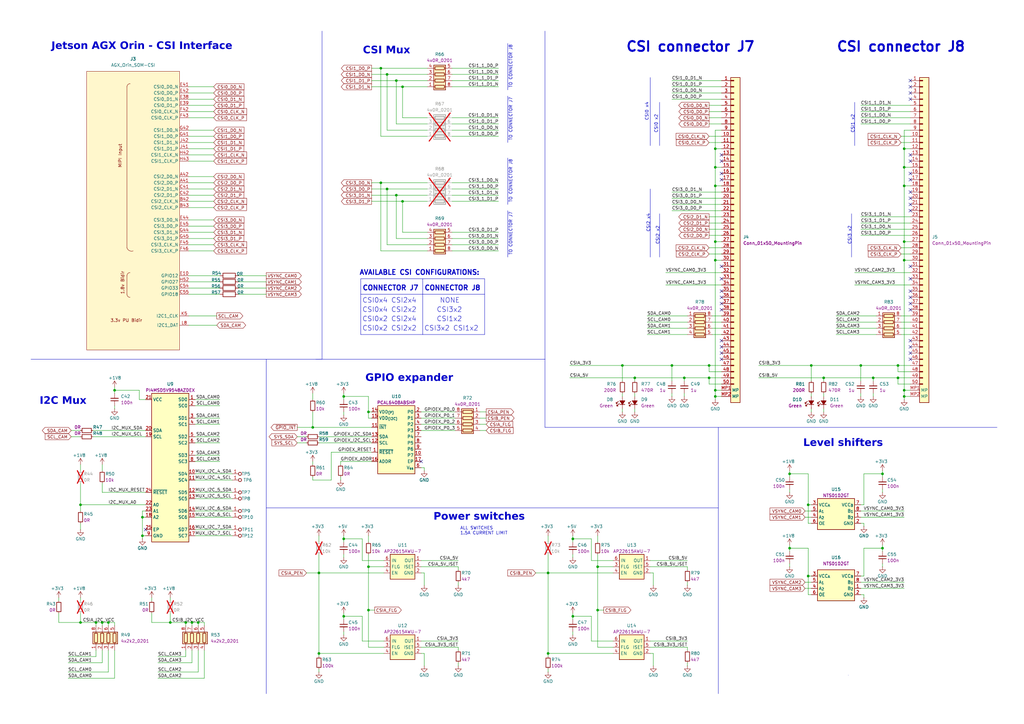
<source format=kicad_sch>
(kicad_sch (version 20250114) (generator "eeschema") (generator_version "9.0")
  (paper "A3")
  (title_block (title "Humanoid-H1") (date "2025-11-29") (rev "v1.0") (company "Bosch Global Software Techonlogies") (comment 1 "FitFest2025 Hackathon") (comment 2 "Team Name: VoltEdge"))
  (lib_symbols
    (symbol "Conn_FFC_WE_68715014522_1"
      (property "Reference" "J5" (at 8.89 -64.1349 0))
      (property "MPN" "Conn_01x50_MountingPin" (at 8.89 -66.675 0))
      (symbol "Conn_FFC_WE_68715014522_1_1_1"
        (pin passive line (at 0 0 0) (length 3.81) (name "~") (number "1"))
        (pin passive line (at 0 -2.54 0) (length 3.81) (name "~") (number "2"))
        (pin passive line (at 0 -5.08 0) (length 3.81) (name "~") (number "3"))
        (pin passive line (at 0 -7.62 0) (length 3.81) (name "~") (number "4"))
        (pin passive line (at 0 -10.16 0) (length 3.81) (name "~") (number "5"))
        (pin passive line (at 0 -12.7 0) (length 3.81) (name "~") (number "6"))
        (pin passive line (at 0 -15.24 0) (length 3.81) (name "~") (number "7"))
        (pin passive line (at 0 -17.78 0) (length 3.81) (name "~") (number "8"))
        (pin passive line (at 0 -20.32 0) (length 3.81) (name "~") (number "9"))
        (pin passive line (at 0 -22.86 0) (length 3.81) (name "~") (number "10"))
        (pin passive line (at 0 -25.4 0) (length 3.81) (name "~") (number "11"))
        (pin passive line (at 0 -27.94 0) (length 3.81) (name "~") (number "12"))
        (pin passive line (at 0 -30.48 0) (length 3.81) (name "~") (number "13"))
        (pin passive line (at 0 -33.02 0) (length 3.81) (name "~") (number "14"))
        (pin passive line (at 0 -35.56 0) (length 3.81) (name "~") (number "15"))
        (pin passive line (at 0 -38.1 0) (length 3.81) (name "~") (number "16"))
        (pin passive line (at 0 -40.64 0) (length 3.81) (name "~") (number "17"))
        (pin passive line (at 0 -43.18 0) (length 3.81) (name "~") (number "18"))
        (pin passive line (at 0 -45.72 0) (length 3.81) (name "~") (number "19"))
        (pin passive line (at 0 -48.26 0) (length 3.81) (name "~") (number "20"))
        (pin passive line (at 0 -50.8 0) (length 3.81) (name "~") (number "21"))
        (pin passive line (at 0 -53.34 0) (length 3.81) (name "~") (number "22"))
        (pin passive line (at 0 -55.88 0) (length 3.81) (name "~") (number "23"))
        (pin passive line (at 0 -58.42 0) (length 3.81) (name "~") (number "24"))
        (pin passive line (at 0 -60.96 0) (length 3.81) (name "~") (number "25"))
        (pin passive line (at 0 -63.5 0) (length 3.81) (name "~") (number "26"))
        (pin passive line (at 0 -66.04 0) (length 3.81) (name "~") (number "27"))
        (pin passive line (at 0 -68.58 0) (length 3.81) (name "~") (number "28"))
        (pin passive line (at 0 -71.12 0) (length 3.81) (name "~") (number "29"))
        (pin passive line (at 0 -73.66 0) (length 3.81) (name "~") (number "30"))
        (pin passive line (at 0 -76.2 0) (length 3.81) (name "~") (number "31"))
        (pin passive line (at 0 -78.74 0) (length 3.81) (name "~") (number "32"))
        (pin passive line (at 0 -81.28 0) (length 3.81) (name "~") (number "33"))
        (pin passive line (at 0 -83.82 0) (length 3.81) (name "~") (number "34"))
        (pin passive line (at 0 -86.36 0) (length 3.81) (name "~") (number "35"))
        (pin passive line (at 0 -88.9 0) (length 3.81) (name "~") (number "36"))
        (pin passive line (at 0 -91.44 0) (length 3.81) (name "~") (number "37"))
        (pin passive line (at 0 -93.98 0) (length 3.81) (name "~") (number "38"))
        (pin passive line (at 0 -96.52 0) (length 3.81) (name "~") (number "39"))
        (pin passive line (at 0 -99.06 0) (length 3.81) (name "~") (number "40"))
        (pin passive line (at 0 -101.6 0) (length 3.81) (name "~") (number "41"))
        (pin passive line (at 0 -104.14 0) (length 3.81) (name "~") (number "42"))
        (pin passive line (at 0 -106.68 0) (length 3.81) (name "~") (number "43"))
        (pin passive line (at 0 -109.22 0) (length 3.81) (name "~") (number "44"))
        (pin passive line (at 0 -111.76 0) (length 3.81) (name "~") (number "45"))
        (pin passive line (at 0 -114.3 0) (length 3.81) (name "~") (number "46"))
        (pin passive line (at 0 -116.84 0) (length 3.81) (name "~") (number "47"))
        (pin passive line (at 0 -119.38 0) (length 3.81) (name "~") (number "48"))
        (pin passive line (at 0 -121.92 0) (length 3.81) (name "~") (number "49"))
        (pin passive line (at 0 -124.46 0) (length 3.81) (name "~") (number "50"))
        (pin passive line (at 0 -127 0) (length 3.81) (name "MP") (number "MP1"))
        (pin passive line (at 0 -129.54 0) (length 3.81) (name "MP") (number "MP2"))
      )
    )
    (symbol "Device:R" (pin_numbers (hide yes)) (pin_names (offset 0))
      (property "Reference" "R" (at 2.032 0 90))
      (property "Value" "R" (at 0 0 90))
      (symbol "R_1_1"
        (pin passive line (at 0 3.81 270) (length 1.27) (name "~") (number "1"))
        (pin passive line (at 0 -3.81 90) (length 1.27) (name "~") (number "2"))
      )
    )
    (symbol "Jetson_AGX_Orin:AGX_Orin-CSI"
      (property "Reference" "J1" (at -3.81 8.89 0))
      (property "Value" "AGX_Orin_SOM" (at -3.81 6.35 0))
      (symbol "AGX_Orin-CSI_1_1"
        (text "MIPI Input" (at -9.144 -30.734 900) (effects (font (size 1.27 1.27) (thickness 0.1588))))
        (text "1.8v Bidir" (at -8.128 -82.804 900) (effects (font (size 1.27 1.27) (thickness 0.1588))))
        (text "3.3v PU Bidir" (at -6.604 -98.298 0) (effects (font (size 1.27 1.27) (thickness 0.1588))))
        (pin passive line (at 19.05 -2.54 180) (length 3.81) (name "CSI0_D0_N") (number "E41"))
        (pin passive line (at 19.05 -5.08 180) (length 3.81) (name "CSI0_D0_P") (number "E42"))
        (pin passive line (at 19.05 -7.62 180) (length 3.81) (name "CSI0_D1_N") (number "E38"))
        (pin passive line (at 19.05 -10.16 180) (length 3.81) (name "CSI0_D1_P") (number "E39"))
        (pin passive line (at 19.05 -12.7 180) (length 3.81) (name "CSI0_CLK_N") (number "F42"))
        (pin passive line (at 19.05 -15.24 180) (length 3.81) (name "CSI0_CLK_P") (number "F43"))
        (pin passive line (at 19.05 -20.32 180) (length 3.81) (name "CSI1_D0_N") (number "G42"))
        (pin passive line (at 19.05 -22.86 180) (length 3.81) (name "CSI1_D0_P") (number "G41"))
        (pin passive line (at 19.05 -25.4 180) (length 3.81) (name "CSI1_D1_N") (number "J42"))
        (pin passive line (at 19.05 -27.94 180) (length 3.81) (name "CSI1_D1_P") (number "J41"))
        (pin passive line (at 19.05 -30.48 180) (length 3.81) (name "CSI1_CLK_N") (number "H42"))
        (pin passive line (at 19.05 -33.02 180) (length 3.81) (name "CSI1_CLK_P") (number "H43"))
        (pin passive line (at 19.05 -39.37 180) (length 3.81) (name "CSI2_D0_N") (number "A42"))
        (pin passive line (at 19.05 -41.91 180) (length 3.81) (name "CSI2_D0_P") (number "A41"))
        (pin passive line (at 19.05 -44.45 180) (length 3.81) (name "CSI2_D1_N") (number "C41"))
        (pin passive line (at 19.05 -46.99 180) (length 3.81) (name "CSI2_D1_P") (number "C42"))
        (pin passive line (at 19.05 -49.53 180) (length 3.81) (name "CSI2_CLK_N") (number "B42"))
        (pin passive line (at 19.05 -52.07 180) (length 3.81) (name "CSI2_CLK_P") (number "B43"))
        (pin passive line (at 19.05 -57.15 180) (length 3.81) (name "CSI3_D0_N") (number "E44"))
        (pin passive line (at 19.05 -59.69 180) (length 3.81) (name "CSI3_D0_P") (number "E45"))
        (pin passive line (at 19.05 -62.23 180) (length 3.81) (name "CSI3_D1_N") (number "G44"))
        (pin passive line (at 19.05 -64.77 180) (length 3.81) (name "CSI3_D1_P") (number "G45"))
        (pin passive line (at 19.05 -67.31 180) (length 3.81) (name "CSI3_CLK_N") (number "F45"))
        (pin passive line (at 19.05 -69.85 180) (length 3.81) (name "CSI3_CLK_P") (number "F46"))
        (pin passive line (at 19.05 -80.01 180) (length 3.81) (name "GPIO12") (number "E10"))
        (pin passive line (at 19.05 -82.55 180) (length 3.81) (name "GPIO27") (number "H52"))
        (pin passive line (at 19.05 -85.09 180) (length 3.81) (name "GPIO33") (number "C54"))
        (pin passive line (at 19.05 -87.63 180) (length 3.81) (name "GPIO18") (number "C55"))
        (pin passive line (at 19.05 -96.52 180) (length 3.81) (name "I2C1_CLK") (number "K5"))
        (pin passive line (at 19.05 -100.33 180) (length 3.81) (name "I2C1_DAT") (number "L8"))
      )
    )
    (symbol "antmicroCapacitors0402:C_100n_0402" (pin_numbers (hide yes)) (pin_names (hide yes))
      (property "Reference" "C" (at 20.32 -5.08 0))
      (property "Val" "100n" (at 20.32 -7.62 0))
      (symbol "C_100n_0402_1_1"
        (pin passive line (at 0 0 0) (length 2.032) (name "~") (number "1"))
        (pin passive line (at 5.08 0 180) (length 2.032) (name "~") (number "2"))
      )
    )
    (symbol "antmicroCapacitors0402:C_1u_0402" (pin_numbers (hide yes)) (pin_names (hide yes))
      (property "Reference" "C" (at 20.32 -5.08 0))
      (property "Val" "1u" (at 20.32 -7.62 0))
      (symbol "C_1u_0402_1_1"
        (pin passive line (at 0 0 0) (length 2.032) (name "~") (number "1"))
        (pin passive line (at 5.08 0 180) (length 2.032) (name "~") (number "2"))
      )
    )
    (symbol "antmicroFCCConnectors:Conn_FFC_WE_68715014522"
      (property "Reference" "J" (at 19.05 -5.08 0))
      (property "MPN" "68715014522" (at 19.05 -15.24 0))
      (symbol "Conn_FFC_WE_68715014522_1_1"
        (pin passive line (at 0 0 0) (length 3.81) (name "~") (number "1"))
        (pin passive line (at 0 -2.54 0) (length 3.81) (name "~") (number "2"))
        (pin passive line (at 0 -5.08 0) (length 3.81) (name "~") (number "3"))
        (pin passive line (at 0 -7.62 0) (length 3.81) (name "~") (number "4"))
        (pin passive line (at 0 -10.16 0) (length 3.81) (name "~") (number "5"))
        (pin passive line (at 0 -12.7 0) (length 3.81) (name "~") (number "6"))
        (pin passive line (at 0 -15.24 0) (length 3.81) (name "~") (number "7"))
        (pin passive line (at 0 -17.78 0) (length 3.81) (name "~") (number "8"))
        (pin passive line (at 0 -20.32 0) (length 3.81) (name "~") (number "9"))
        (pin passive line (at 0 -22.86 0) (length 3.81) (name "~") (number "10"))
        (pin passive line (at 0 -25.4 0) (length 3.81) (name "~") (number "11"))
        (pin passive line (at 0 -27.94 0) (length 3.81) (name "~") (number "12"))
        (pin passive line (at 0 -30.48 0) (length 3.81) (name "~") (number "13"))
        (pin passive line (at 0 -33.02 0) (length 3.81) (name "~") (number "14"))
        (pin passive line (at 0 -35.56 0) (length 3.81) (name "~") (number "15"))
        (pin passive line (at 0 -38.1 0) (length 3.81) (name "~") (number "16"))
        (pin passive line (at 0 -40.64 0) (length 3.81) (name "~") (number "17"))
        (pin passive line (at 0 -43.18 0) (length 3.81) (name "~") (number "18"))
        (pin passive line (at 0 -45.72 0) (length 3.81) (name "~") (number "19"))
        (pin passive line (at 0 -48.26 0) (length 3.81) (name "~") (number "20"))
        (pin passive line (at 0 -50.8 0) (length 3.81) (name "~") (number "21"))
        (pin passive line (at 0 -53.34 0) (length 3.81) (name "~") (number "22"))
        (pin passive line (at 0 -55.88 0) (length 3.81) (name "~") (number "23"))
        (pin passive line (at 0 -58.42 0) (length 3.81) (name "~") (number "24"))
        (pin passive line (at 0 -60.96 0) (length 3.81) (name "~") (number "25"))
        (pin passive line (at 0 -63.5 0) (length 3.81) (name "~") (number "26"))
        (pin passive line (at 0 -66.04 0) (length 3.81) (name "~") (number "27"))
        (pin passive line (at 0 -68.58 0) (length 3.81) (name "~") (number "28"))
        (pin passive line (at 0 -71.12 0) (length 3.81) (name "~") (number "29"))
        (pin passive line (at 0 -73.66 0) (length 3.81) (name "~") (number "30"))
        (pin passive line (at 0 -76.2 0) (length 3.81) (name "~") (number "31"))
        (pin passive line (at 0 -78.74 0) (length 3.81) (name "~") (number "32"))
        (pin passive line (at 0 -81.28 0) (length 3.81) (name "~") (number "33"))
        (pin passive line (at 0 -83.82 0) (length 3.81) (name "~") (number "34"))
        (pin passive line (at 0 -86.36 0) (length 3.81) (name "~") (number "35"))
        (pin passive line (at 0 -88.9 0) (length 3.81) (name "~") (number "36"))
        (pin passive line (at 0 -91.44 0) (length 3.81) (name "~") (number "37"))
        (pin passive line (at 0 -93.98 0) (length 3.81) (name "~") (number "38"))
        (pin passive line (at 0 -96.52 0) (length 3.81) (name "~") (number "39"))
        (pin passive line (at 0 -99.06 0) (length 3.81) (name "~") (number "40"))
        (pin passive line (at 0 -101.6 0) (length 3.81) (name "~") (number "41"))
        (pin passive line (at 0 -104.14 0) (length 3.81) (name "~") (number "42"))
        (pin passive line (at 0 -106.68 0) (length 3.81) (name "~") (number "43"))
        (pin passive line (at 0 -109.22 0) (length 3.81) (name "~") (number "44"))
        (pin passive line (at 0 -111.76 0) (length 3.81) (name "~") (number "45"))
        (pin passive line (at 0 -114.3 0) (length 3.81) (name "~") (number "46"))
        (pin passive line (at 0 -116.84 0) (length 3.81) (name "~") (number "47"))
        (pin passive line (at 0 -119.38 0) (length 3.81) (name "~") (number "48"))
        (pin passive line (at 0 -121.92 0) (length 3.81) (name "~") (number "49"))
        (pin passive line (at 0 -124.46 0) (length 3.81) (name "~") (number "50"))
        (pin passive line (at 0 -127 0) (length 3.81) (name "MP") (number "MP1"))
        (pin passive line (at 0 -129.54 0) (length 3.81) (name "MP") (number "MP2"))
      )
    )
    (symbol "antmicroInterfaceIOExpanders:PCAL6408A_VQFN"
      (property "Reference" "U" (at 35.56 -2.54 0))
      (property "MPN" "PCAL6408ABSHP" (at 35.56 -5.08 0))
      (symbol "PCAL6408A_VQFN_1_1"
        (pin power_in line (at 0 0 0) (length 2.54) (name "VDD_{(P)}") (number "14"))
        (pin power_in line (at 0 -2.54 0) (length 2.54) (name "VDD_{(I2C)}") (number "15"))
        (pin output line (at 0 -6.35 0) (length 2.54) (name "~{INT}") (number "11"))
        (pin bidirectional line (at 0 -10.16 0) (length 2.54) (name "SDA") (number "13"))
        (pin input line (at 0 -12.7 0) (length 2.54) (name "SCL") (number "12"))
        (pin input line (at 0 -16.51 0) (length 2.54) (name "~{RESET}") (number "1"))
        (pin passive line (at 0 -20.32 0) (length 2.54) (name "ADDR") (number "16"))
        (pin bidirectional line (at 20.32 0 180) (length 2.54) (name "P0") (number "2"))
        (pin bidirectional line (at 20.32 -2.54 180) (length 2.54) (name "P1") (number "3"))
        (pin bidirectional line (at 20.32 -5.08 180) (length 2.54) (name "P2") (number "4"))
        (pin bidirectional line (at 20.32 -7.62 180) (length 2.54) (name "P3") (number "5"))
        (pin bidirectional line (at 20.32 -10.16 180) (length 2.54) (name "P4") (number "7"))
        (pin bidirectional line (at 20.32 -12.7 180) (length 2.54) (name "P5") (number "8"))
        (pin bidirectional line (at 20.32 -15.24 180) (length 2.54) (name "P6") (number "9"))
        (pin bidirectional line (at 20.32 -17.78 180) (length 2.54) (name "P7") (number "10"))
        (pin power_in line (at 20.32 -20.32 180) (length 2.54) (name "EP") (number "17"))
        (pin power_in line (at 20.32 -22.86 180) (length 2.54) (name "V_{ss}") (number "6"))
      )
    )
    (symbol "antmicroLEDIndicationDiscrete:LED_G_0603_LTST-C190GKT" (pin_numbers (hide yes)) (pin_names (hide yes))
      (property "Reference" "D" (at 22.86 -2.54 0))
      (property "Color" "Green" (at 22.86 -5.08 0))
      (symbol "LED_G_0603_LTST-C190GKT_1_1"
        (pin passive line (at 0 0 0) (length 0.635) (name "C") (number "1"))
        (pin passive line (at 5.08 0 180) (length 0.635) (name "A") (number "2"))
      )
    )
    (symbol "antmicroLogicSignalSwitchesMultiplexersDecoders:PI4MSD5V9548AZDEX"
      (property "Reference" "U" (at 35.56 -2.54 0))
      (property "MPN" "PI4MSD5V9548AZDEX" (at 35.56 -15.24 0))
      (symbol "PI4MSD5V9548AZDEX_1_1"
        (pin power_in line (at 0 0 0) (length 2.54) (name "VCC") (number "21"))
        (pin bidirectional line (at 0 -12.7 0) (length 2.54) (name "SDA") (number "20"))
        (pin bidirectional line (at 0 -15.24 0) (length 2.54) (name "SCL") (number "19"))
        (pin input line (at 0 -38.1 0) (length 2.54) (name "~{RESET}") (number "24"))
        (pin input line (at 0 -43.18 0) (length 2.54) (name "A0") (number "22"))
        (pin input line (at 0 -45.72 0) (length 2.54) (name "A1") (number "23"))
        (pin input line (at 0 -48.26 0) (length 2.54) (name "A2") (number "18"))
        (pin power_in line (at 0 -53.34 0) (length 2.54) (name "EP") (number "25"))
        (pin power_in line (at 0 -55.88 0) (length 2.54) (name "GND") (number "9"))
        (pin bidirectional line (at 20.32 0 180) (length 2.54) (name "SD0") (number "1"))
        (pin bidirectional line (at 20.32 -2.54 180) (length 2.54) (name "SC0") (number "2"))
        (pin bidirectional line (at 20.32 -7.62 180) (length 2.54) (name "SD1") (number "3"))
        (pin bidirectional line (at 20.32 -10.16 180) (length 2.54) (name "SC1") (number "4"))
        (pin bidirectional line (at 20.32 -15.24 180) (length 2.54) (name "SD2") (number "5"))
        (pin bidirectional line (at 20.32 -17.78 180) (length 2.54) (name "SC2") (number "6"))
        (pin bidirectional line (at 20.32 -22.86 180) (length 2.54) (name "SD3") (number "7"))
        (pin bidirectional line (at 20.32 -25.4 180) (length 2.54) (name "SC3") (number "8"))
        (pin bidirectional line (at 20.32 -30.48 180) (length 2.54) (name "SD4") (number "10"))
        (pin bidirectional line (at 20.32 -33.02 180) (length 2.54) (name "SC4") (number "11"))
        (pin bidirectional line (at 20.32 -38.1 180) (length 2.54) (name "SD5") (number "12"))
        (pin bidirectional line (at 20.32 -40.64 180) (length 2.54) (name "SC5") (number "13"))
        (pin bidirectional line (at 20.32 -45.72 180) (length 2.54) (name "SD6") (number "14"))
        (pin bidirectional line (at 20.32 -48.26 180) (length 2.54) (name "SC6") (number "15"))
        (pin bidirectional line (at 20.32 -53.34 180) (length 2.54) (name "SD7") (number "16"))
        (pin bidirectional line (at 20.32 -55.88 180) (length 2.54) (name "SC7") (number "17"))
      )
    )
    (symbol "antmicroLogicTranslatorsLevelShifters:NTS0102_XSON"
      (property "Reference" "U" (at 35.56 -2.54 0))
      (property "MPN" "NTS0102GT" (at 35.56 -5.08 0))
      (symbol "NTS0102_XSON_1_1"
        (pin power_in line (at 0 0 0) (length 2.54) (name "VCC_{A}") (number "3"))
        (pin bidirectional line (at 0 -2.54 0) (length 2.54) (name "A_{1}") (number "5"))
        (pin bidirectional line (at 0 -5.08 0) (length 2.54) (name "A_{2}") (number "4"))
        (pin input line (at 0 -7.62 0) (length 2.54) (name "OE") (number "6"))
        (pin power_in line (at 20.32 0 180) (length 2.54) (name "VCC_{B}") (number "7"))
        (pin bidirectional line (at 20.32 -2.54 180) (length 2.54) (name "B_{1}") (number "8"))
        (pin bidirectional line (at 20.32 -5.08 180) (length 2.54) (name "B_{2}") (number "1"))
        (pin power_in line (at 20.32 -7.62 180) (length 2.54) (name "GND") (number "2"))
      )
    )
    (symbol "antmicroPMICPowerDistributionSwitchesLoadDrivers:AP22615A_TSOT26"
      (property "Reference" "U" (at 30.48 -2.54 0))
      (property "MPN" "AP22615AWU-7" (at 30.48 -12.7 0))
      (symbol "AP22615A_TSOT26_1_1"
        (pin power_in line (at 0 0 0) (length 2.54) (name "IN") (number "6"))
        (pin output line (at 0 -2.54 0) (length 2.54) (name "FLG") (number "3"))
        (pin input line (at 0 -5.08 0) (length 2.54) (name "EN") (number "4"))
        (pin power_out line (at 15.24 0 180) (length 2.54) (name "OUT") (number "1"))
        (pin passive line (at 15.24 -2.54 180) (length 2.54) (name "ISET") (number "5"))
        (pin power_in line (at 15.24 -5.08 180) (length 2.54) (name "GND") (number "2"))
      )
    )
    (symbol "antmicroResistorNetworksArrays:R_4x0R_0201_array" (pin_names (hide yes))
      (property "Reference" "R" (at 26.67 -5.08 0))
      (property "Val" "4x0R_0201" (at 26.67 -10.16 0))
      (symbol "R_4x0R_0201_array_1_1"
        (pin passive line (at 0 0 0) (length 2.54) (name "R1.1") (number "1"))
        (pin passive line (at 0 -2.54 0) (length 2.54) (name "R2.1") (number "2"))
        (pin passive line (at 0 -5.08 0) (length 2.54) (name "R3.1") (number "3"))
        (pin passive line (at 0 -7.62 0) (length 2.54) (name "R4.1") (number "4"))
        (pin passive line (at 10.16 0 180) (length 2.54) (name "R1.2") (number "8"))
        (pin passive line (at 10.16 -2.54 180) (length 2.54) (name "R2.2") (number "7"))
        (pin passive line (at 10.16 -5.08 180) (length 2.54) (name "R3.2") (number "6"))
        (pin passive line (at 10.16 -7.62 180) (length 2.54) (name "R4.2") (number "5"))
      )
    )
    (symbol "antmicroResistorNetworksArrays:R_4x2k2_0201_array" (pin_names (hide yes))
      (property "Reference" "R" (at 26.67 -5.08 0))
      (property "Val" "4x2k2_0201" (at 26.67 -10.16 0))
      (symbol "R_4x2k2_0201_array_1_1"
        (pin passive line (at 0 0 0) (length 2.54) (name "R1.1") (number "1"))
        (pin passive line (at 0 -2.54 0) (length 2.54) (name "R2.1") (number "2"))
        (pin passive line (at 0 -5.08 0) (length 2.54) (name "R3.1") (number "3"))
        (pin passive line (at 0 -7.62 0) (length 2.54) (name "R4.1") (number "4"))
        (pin passive line (at 10.16 0 180) (length 2.54) (name "R1.2") (number "8"))
        (pin passive line (at 10.16 -2.54 180) (length 2.54) (name "R2.2") (number "7"))
        (pin passive line (at 10.16 -5.08 180) (length 2.54) (name "R3.2") (number "6"))
        (pin passive line (at 10.16 -7.62 180) (length 2.54) (name "R4.2") (number "5"))
      )
    )
    (symbol "antmicroResistors0402:R_0R_0402" (pin_numbers (hide yes)) (pin_names (hide yes))
      (property "Reference" "R" (at 20.32 -5.08 0))
      (property "Val" "0R" (at 20.32 -7.62 0))
      (symbol "R_0R_0402_1_1"
        (pin passive line (at 0 0 0) (length 0.635) (name "~") (number "1"))
        (pin passive line (at 5.08 0 180) (length 0.635) (name "~") (number "2"))
      )
    )
    (symbol "antmicroResistors0402:R_100k_0402" (pin_numbers (hide yes)) (pin_names (hide yes))
      (property "Reference" "R" (at 20.32 -5.08 0))
      (property "Val" "100k" (at 20.32 -7.62 0))
      (symbol "R_100k_0402_1_1"
        (pin passive line (at 0 0 0) (length 0.635) (name "~") (number "1"))
        (pin passive line (at 5.08 0 180) (length 0.635) (name "~") (number "2"))
      )
    )
    (symbol "antmicroResistors0402:R_10k_0402" (pin_numbers (hide yes)) (pin_names (hide yes))
      (property "Reference" "R" (at 20.32 -5.08 0))
      (property "Val" "10k" (at 20.32 -7.62 0))
      (symbol "R_10k_0402_1_1"
        (pin passive line (at 0 0 0) (length 0.635) (name "~") (number "1"))
        (pin passive line (at 5.08 0 180) (length 0.635) (name "~") (number "2"))
      )
    )
    (symbol "antmicroResistors0402:R_200R_0402" (pin_numbers (hide yes)) (pin_names (hide yes))
      (property "Reference" "R" (at 20.32 -5.08 0))
      (property "Val" "200R" (at 20.32 -7.62 0))
      (symbol "R_200R_0402_1_1"
        (pin passive line (at 0 0 0) (length 0.635) (name "~") (number "1"))
        (pin passive line (at 5.08 0 180) (length 0.635) (name "~") (number "2"))
      )
    )
    (symbol "antmicroResistors0402:R_470R_0402" (pin_numbers (hide yes)) (pin_names (hide yes))
      (property "Reference" "R" (at 20.32 -5.08 0))
      (property "Val" "470R" (at 20.32 -7.62 0))
      (symbol "R_470R_0402_1_1"
        (pin passive line (at 0 0 0) (length 0.635) (name "~") (number "1"))
        (pin passive line (at 5.08 0 180) (length 0.635) (name "~") (number "2"))
      )
    )
    (symbol "antmicroResistors0402:R_4k7_0402" (pin_numbers (hide yes)) (pin_names (hide yes))
      (property "Reference" "R" (at 20.32 -5.08 0))
      (property "Val" "4k7" (at 20.32 -7.62 0))
      (symbol "R_4k7_0402_1_1"
        (pin passive line (at 0 0 0) (length 0.635) (name "~") (number "1"))
        (pin passive line (at 5.08 0 180) (length 0.635) (name "~") (number "2"))
      )
    )
    (symbol "antmicroTestPoints:TP_0.75mm_SMD" (pin_names (hide yes)) (in_bom no)
      (property "Reference" "TP" (at 10.16 -1.27 0))
      (symbol "TP_0.75mm_SMD_1_1"
        (pin passive line (at 0 0 0) (length 2.54) (name "1") (number "1"))
      )
    )
    (symbol "antmicropower:+1V8" (power) (pin_numbers (hide yes)) (pin_names (hide yes))
      (property "Value" "+1V8" (at -3.175 2.54 0))
      (symbol "+1V8_1_1"
        (pin power_in line (at 0 0 90) (length 0) (hide yes) (name "+1V8") (number "1"))
      )
    )
    (symbol "antmicropower:+3V3" (power) (pin_numbers (hide yes)) (pin_names (hide yes))
      (property "Value" "+3V3" (at -3.175 2.54 0))
      (symbol "+3V3_1_1"
        (pin power_in line (at 0 0 90) (length 0) (hide yes) (name "+3V3") (number "1"))
      )
    )
    (symbol "antmicropower:+5V" (power) (pin_numbers (hide yes)) (pin_names (hide yes))
      (property "Value" "+5V" (at 15.24 -5.08 0))
      (symbol "+5V_1_1"
        (pin power_in line (at 0 0 90) (length 0) (name "+5V") (number "1"))
      )
    )
    (symbol "antmicropower:GND" (power) (pin_numbers (hide yes)) (pin_names (hide yes))
      (property "Value" "GND" (at 8.89 -5.08 0))
      (symbol "GND_1_1"
        (pin power_in line (at 0 0 270) (length 0) (name "GND") (number "1"))
      )
    )
  )
  (rectangle (start 88.9 375.9581) (end 88.9 375.9581))
  (rectangle (start 193.04 403.8981) (end 193.04 403.8981))
  (rectangle (start 347.98 276.8981) (end 347.98 276.8981))
  (text "CSI3x2" (at 179.07 128.3081 0) (effects (font (size 2 2)) (justify left bottom)))
  (text "TO CONNECTOR J7" (at 210.185 104.8131 90) (effects (font (size 1.27 1.27)) (justify left bottom)))
  (text "ALL SWITCHES\n1.5A CURRENT LIMIT" (at 188.722 219.4941 0) (effects (font (size 1.27 1.27)) (justify left bottom)))
  (text "Power switches" (at 177.8 214.6681 0) (effects (font (size 3.048 3.048) (thickness 0.8) (bold yes)) (justify left bottom)))
  (text "GPIO expander" (at 149.86 157.7721 0) (effects (font (size 3.048 3.048) (thickness 0.8) (bold yes)) (justify left bottom)))
  (text "TO CONNECTOR J7" (at 210.185 57.8231 90) (effects (font (size 1.27 1.27)) (justify left bottom)))
  (text "CSI0x2 CSI2x2" (at 148.59 135.9281 0) (effects (font (size 2 2)) (justify left bottom)))
  (text "CSI Mux\n" (at 148.844 23.4061 0) (effects (font (size 3.048 3.048) (thickness 0.8) (bold yes)) (justify left bottom)))
  (text "CSI0 x4" (at 266.065 49.5681 90) (effects (font (size 1.27 1.27)) (justify left bottom)))
  (text "Jetson AGX Orin - CSI Interface\n" (at 21.082 21.6281 0) (effects (font (size 3.048 3.048) (thickness 0.8) (bold yes)) (justify left bottom)))
  (text "CSI3x2 CSI1x2" (at 173.99 135.9281 0) (effects (font (size 2 2)) (justify left bottom)))
  (text "CSI0x4 CSI2x2" (at 148.59 128.3081 0) (effects (font (size 2 2)) (justify left bottom)))
  (text "CSI1 x2" (at 350.52 54.6481 90) (effects (font (size 1.27 1.27)) (justify left bottom)))
  (text "CSI connector J8" (at 342.9 21.6281 0) (effects (font (size 4 4) (thickness 0.8) (bold yes)) (justify left bottom)))
  (text "NONE" (at 180.34 124.4981 0) (effects (font (size 2 2)) (justify left bottom)))
  (text "CONNECTOR J8\n" (at 173.99 119.4181 0) (effects (font (size 2 2) (thickness 0.4) (bold yes)) (justify left bottom)))
  (text "CSI connector J7" (at 256.54 21.6281 0) (effects (font (size 4 4) (thickness 0.8) (bold yes)) (justify left bottom)))
  (text "CSI0 x2" (at 269.875 54.6481 90) (effects (font (size 1.27 1.27)) (justify left bottom)))
  (text "Level shifters" (at 329.438 184.4421 0) (effects (font (size 3.048 3.048) (thickness 0.8) (bold yes)) (justify left bottom)))
  (text "CONNECTOR J7" (at 148.59 119.4181 0) (effects (font (size 2 2) (thickness 0.4) (bold yes)) (justify left bottom)))
  (text "I2C Mux" (at 16.256 167.1701 0) (effects (font (size 3.048 3.048) (thickness 0.8) (bold yes)) (justify left bottom)))
  (text "CSI2 x4" (at 266.7 95.2881 90) (effects (font (size 1.27 1.27)) (justify left bottom)))
  (text "TO CONNECTOR J8\n" (at 210.185 83.2231 90) (effects (font (size 1.27 1.27)) (justify left bottom)))
  (text "TO CONNECTOR J8\n" (at 210.185 36.2331 90) (effects (font (size 1.27 1.27)) (justify left bottom)))
  (text "CSI0x2 CSI2x4" (at 148.59 132.1181 0) (effects (font (size 2 2)) (justify left bottom)))
  (text "CSI2 x2" (at 270.51 100.3681 90) (effects (font (size 1.27 1.27)) (justify left bottom)))
  (text "AVAILABLE CSI CONFIGURATIONS:" (at 147.32 113.0681 0) (effects (font (size 2 2) (thickness 0.4) (bold yes)) (justify left bottom)))
  (text "CSI3 x2" (at 349.25 100.3681 90) (effects (font (size 1.27 1.27)) (justify left bottom)))
  (text "CSI0x4 CSI2x4" (at 148.59 124.4981 0) (effects (font (size 2 2)) (justify left bottom)))
  (text "CSI1x2" (at 179.07 132.1181 0) (effects (font (size 2 2)) (justify left bottom)))
  (junction (at 44.45 255.3081))
  (junction (at 128.27 175.2981))
  (junction (at 130.81 234.9881))
  (junction (at 260.35 154.9781))
  (junction (at 46.99 160.0581))
  (junction (at 353.06 149.8981))
  (junction (at 323.85 224.8281))
  (junction (at 370.84 76.2381))
  (junction (at 331.47 236.2581))
  (junction (at 156.21 27.9781))
  (junction (at 370.84 160.0581))
  (junction (at 69.85 255.3081))
  (junction (at 323.85 194.3481))
  (junction (at 293.37 99.0981))
  (junction (at 78.74 255.3081))
  (junction (at 58.42 212.1281))
  (junction (at 165.1 35.5981))
  (junction (at 224.79 234.9881))
  (junction (at 290.83 149.8981))
  (junction (at 234.95 252.7681))
  (junction (at 140.97 162.5981))
  (junction (at 156.21 74.9681))
  (junction (at 368.3 154.9781))
  (junction (at 33.02 207.0481))
  (junction (at 332.74 149.8981))
  (junction (at 41.91 255.3081))
  (junction (at 293.37 60.9981))
  (junction (at 293.37 162.5981))
  (junction (at 165.1 82.5881))
  (junction (at 39.37 255.3081))
  (junction (at 140.97 252.7681))
  (junction (at 368.3 149.8981))
  (junction (at 370.84 106.7181))
  (junction (at 293.37 160.0581))
  (junction (at 158.75 30.5181))
  (junction (at 370.84 68.6181))
  (junction (at 293.37 76.2381))
  (junction (at 81.28 255.3081))
  (junction (at 151.13 168.9481))
  (junction (at 162.56 80.0481))
  (junction (at 151.13 250.2281))
  (junction (at 140.97 221.0181))
  (junction (at 358.14 154.9781))
  (junction (at 58.42 219.7481))
  (junction (at 370.84 162.5981))
  (junction (at 234.95 221.0181))
  (junction (at 158.75 77.5081))
  (junction (at 151.13 232.4481))
  (junction (at 370.84 60.9981))
  (junction (at 361.95 224.8281))
  (junction (at 361.95 194.3481))
  (junction (at 293.37 68.6181))
  (junction (at 337.82 154.9781))
  (junction (at 162.56 33.0581))
  (junction (at 331.47 207.0481))
  (junction (at 33.02 255.3081))
  (junction (at 245.11 250.2281))
  (junction (at 224.79 268.0081))
  (junction (at 280.67 154.9781))
  (junction (at 290.83 154.9781))
  (junction (at 255.27 149.8981))
  (junction (at 275.59 149.8981))
  (junction (at 245.11 232.4481))
  (junction (at 76.2 255.3081))
  (junction (at 370.84 99.0981))
  (junction (at 130.81 268.0081))
  (junction (at 293.37 106.7181))
  (no_connect (at 373.38 71.1581))
  (no_connect (at 373.38 147.3581))
  (no_connect (at 373.38 121.9581))
  (no_connect (at 295.91 66.0781))
  (no_connect (at 373.38 142.2781))
  (no_connect (at 373.38 119.4181))
  (no_connect (at 373.38 63.5381))
  (no_connect (at 295.91 124.4981))
  (no_connect (at 295.91 63.5381))
  (no_connect (at 373.38 124.4981))
  (no_connect (at 295.91 139.7381))
  (no_connect (at 295.91 71.1581))
  (no_connect (at 295.91 144.8181))
  (no_connect (at 295.91 127.0381))
  (no_connect (at 373.38 81.3181))
  (no_connect (at 373.38 127.0381))
  (no_connect (at 373.38 33.0581))
  (no_connect (at 295.91 142.2781))
  (no_connect (at 295.91 147.3581))
  (no_connect (at 295.91 119.4181))
  (no_connect (at 373.38 78.7781))
  (no_connect (at 373.38 40.6781))
  (no_connect (at 373.38 83.8581))
  (no_connect (at 295.91 114.3381))
  (no_connect (at 295.91 73.6981))
  (no_connect (at 373.38 86.3981))
  (no_connect (at 373.38 114.3381))
  (no_connect (at 373.38 139.7381))
  (no_connect (at 295.91 109.2581))
  (no_connect (at 295.91 121.9581))
  (no_connect (at 172.72 189.2681))
  (no_connect (at 59.69 217.2081))
  (no_connect (at 373.38 66.0781))
  (no_connect (at 373.38 144.8181))
  (no_connect (at 373.38 109.2581))
  (no_connect (at 373.38 73.6981))
  (no_connect (at 373.38 38.1381))
  (no_connect (at 373.38 35.5981))
  (wire (pts (xy 331.47 236.2581) (xy 331.47 243.8781)))
  (wire (pts (xy 152.4 77.5081) (xy 158.75 77.5081)))
  (polyline (pts (xy 109.22 147.3581) (xy 109.22 284.5181)))
  (wire (pts (xy 59.69 163.8681) (xy 57.15 163.8681)))
  (wire (pts (xy 293.37 106.7181) (xy 293.37 160.0581)))
  (wire (pts (xy 80.01 179.1081) (xy 90.17 179.1081)))
  (wire (pts (xy 224.79 268.0081) (xy 251.46 268.0081)))
  (wire (pts (xy 77.47 120.6881) (xy 90.17 120.6881)))
  (wire (pts (xy 293.37 160.0581) (xy 293.37 162.5981)))
  (wire (pts (xy 358.14 154.9781) (xy 358.14 156.2481)))
  (wire (pts (xy 255.27 167.6781) (xy 255.27 168.9481)))
  (wire (pts (xy 77.47 35.5981) (xy 87.63 35.5981)))
  (polyline (pts (xy 12.7 147.3581) (xy 109.22 147.3581)))
  (wire (pts (xy 354.33 236.2581) (xy 354.33 224.8281)))
  (wire (pts (xy 292.1 132.1181) (xy 295.91 132.1181)))
  (wire (pts (xy 185.42 50.8381) (xy 204.47 50.8381)))
  (wire (pts (xy 368.3 152.4381) (xy 368.3 149.8981)))
  (wire (pts (xy 140.97 163.8681) (xy 140.97 162.5981)))
  (wire (pts (xy 185.42 53.3781) (xy 204.47 53.3781)))
  (wire (pts (xy 46.99 160.0581) (xy 46.99 161.3281)))
  (wire (pts (xy 275.59 149.8981) (xy 290.83 149.8981)))
  (wire (pts (xy 173.99 191.8081) (xy 173.99 193.0781)))
  (wire (pts (xy 245.11 227.3681) (xy 245.11 232.4481)))
  (wire (pts (xy 266.7 234.9881) (xy 267.97 234.9881)))
  (wire (pts (xy 152.4 35.5981) (xy 165.1 35.5981)))
  (polyline (pts (xy 173.355 114.3381) (xy 173.355 137.1981)) (stroke (width 0) (type solid)))
  (wire (pts (xy 293.37 60.9981) (xy 293.37 68.6181)))
  (wire (pts (xy 337.82 167.6781) (xy 337.82 168.9481)))
  (polyline (pts (xy 198.755 114.3381) (xy 198.755 137.1981)) (stroke (width 0) (type solid)))
  (wire (pts (xy 224.79 234.9881) (xy 224.79 268.0081)))
  (wire (pts (xy 77.47 113.0681) (xy 90.17 113.0681)))
  (wire (pts (xy 245.11 250.2281) (xy 247.65 250.2281)))
  (wire (pts (xy 77.47 40.6781) (xy 87.63 40.6781)))
  (wire (pts (xy 41.91 255.3081) (xy 44.45 255.3081)))
  (wire (pts (xy 140.97 259.1181) (xy 140.97 260.3881)))
  (wire (pts (xy 281.94 265.4681) (xy 281.94 266.7381)))
  (wire (pts (xy 275.59 161.3281) (xy 275.59 162.5981)))
  (wire (pts (xy 354.33 214.6681) (xy 354.33 215.9381)))
  (wire (pts (xy 58.42 212.1281) (xy 58.42 209.5881)))
  (wire (pts (xy 77.47 85.1281) (xy 87.63 85.1281)))
  (wire (pts (xy 140.97 227.3681) (xy 140.97 228.6381)))
  (wire (pts (xy 290.83 91.4781) (xy 295.91 91.4781)))
  (wire (pts (xy 130.81 181.6481) (xy 152.4 181.6481)))
  (wire (pts (xy 361.95 200.6981) (xy 361.95 201.9681)))
  (wire (pts (xy 292.1 129.5781) (xy 295.91 129.5781)))
  (wire (pts (xy 41.91 190.5381) (xy 41.91 193.0781)))
  (wire (pts (xy 172.72 176.5681) (xy 186.69 176.5681)))
  (wire (pts (xy 27.94 269.2781) (xy 39.37 269.2781)))
  (wire (pts (xy 331.47 207.0481) (xy 331.47 194.3481)))
  (wire (pts (xy 266.7 268.0081) (xy 267.97 268.0081)))
  (wire (pts (xy 370.84 99.0981) (xy 370.84 106.7181)))
  (wire (pts (xy 77.47 82.5881) (xy 87.63 82.5881)))
  (wire (pts (xy 323.85 200.6981) (xy 323.85 201.9681)))
  (wire (pts (xy 152.4 74.9681) (xy 156.21 74.9681)))
  (wire (pts (xy 373.38 53.3781) (xy 370.84 53.3781)))
  (polyline (pts (xy 132.08 147.3581) (xy 109.22 147.3581)))
  (wire (pts (xy 292.1 137.1981) (xy 295.91 137.1981)))
  (polyline (pts (xy 294.64 175.2981) (xy 294.64 284.5181)))
  (wire (pts (xy 293.37 60.9981) (xy 295.91 60.9981)))
  (wire (pts (xy 323.85 193.0781) (xy 323.85 194.3481)))
  (wire (pts (xy 41.91 201.9681) (xy 59.69 201.9681)))
  (wire (pts (xy 266.7 265.4681) (xy 281.94 265.4681)))
  (wire (pts (xy 353.06 149.8981) (xy 353.06 156.2481)))
  (wire (pts (xy 80.01 219.7481) (xy 95.25 219.7481)))
  (wire (pts (xy 33.02 198.1581) (xy 33.02 207.0481)))
  (wire (pts (xy 350.52 116.8781) (xy 373.38 116.8781)))
  (wire (pts (xy 162.56 80.0481) (xy 175.26 80.0481)))
  (wire (pts (xy 219.71 234.9881) (xy 224.79 234.9881)))
  (wire (pts (xy 139.7 195.6181) (xy 139.7 196.8881)))
  (wire (pts (xy 76.2 256.5781) (xy 76.2 255.3081)))
  (wire (pts (xy 290.83 88.9381) (xy 295.91 88.9381)))
  (wire (pts (xy 185.42 48.2981) (xy 204.47 48.2981)))
  (wire (pts (xy 331.47 214.6681) (xy 332.74 214.6681)))
  (wire (pts (xy 332.74 167.6781) (xy 332.74 168.9481)))
  (wire (pts (xy 185.42 80.0481) (xy 204.47 80.0481)))
  (wire (pts (xy 44.45 255.3081) (xy 46.99 255.3081)))
  (wire (pts (xy 162.56 97.8281) (xy 175.26 97.8281)))
  (wire (pts (xy 290.83 96.5581) (xy 295.91 96.5581)))
  (wire (pts (xy 353.06 241.3381) (xy 370.84 241.3381)))
  (wire (pts (xy 368.3 149.8981) (xy 373.38 149.8981)))
  (wire (pts (xy 151.13 250.2281) (xy 151.13 265.4681)))
  (wire (pts (xy 77.47 63.5381) (xy 87.63 63.5381)))
  (wire (pts (xy 369.57 134.6581) (xy 373.38 134.6581)))
  (wire (pts (xy 280.67 154.9781) (xy 290.83 154.9781)))
  (wire (pts (xy 148.59 221.0181) (xy 148.59 229.9081)))
  (wire (pts (xy 224.79 274.3581) (xy 224.79 275.6281)))
  (wire (pts (xy 260.35 156.2481) (xy 260.35 154.9781)))
  (wire (pts (xy 158.75 77.5081) (xy 158.75 100.3681)))
  (wire (pts (xy 130.81 234.9881) (xy 130.81 268.0081)))
  (wire (pts (xy 342.9 134.6581) (xy 359.41 134.6581)))
  (wire (pts (xy 80.01 204.5081) (xy 95.25 204.5081)))
  (wire (pts (xy 245.11 232.4481) (xy 245.11 250.2281)))
  (wire (pts (xy 185.42 95.2881) (xy 204.47 95.2881)))
  (polyline (pts (xy 223.52 147.3581) (xy 129.54 147.3581)))
  (wire (pts (xy 128.27 189.2681) (xy 128.27 190.5381)))
  (wire (pts (xy 77.47 129.5781) (xy 88.9 129.5781)))
  (wire (pts (xy 125.73 234.9881) (xy 130.81 234.9881)))
  (wire (pts (xy 185.42 30.5181) (xy 204.47 30.5181)))
  (wire (pts (xy 128.27 161.3281) (xy 128.27 163.8681)))
  (polyline (pts (xy 132.08 12.7381) (xy 132.08 147.3581)))
  (wire (pts (xy 370.84 162.5981) (xy 373.38 162.5981)))
  (wire (pts (xy 332.74 149.8981) (xy 332.74 156.2481)))
  (wire (pts (xy 80.01 186.7281) (xy 90.17 186.7281)))
  (wire (pts (xy 353.06 238.7981) (xy 370.84 238.7981)))
  (wire (pts (xy 140.97 221.0181) (xy 140.97 222.2881)))
  (wire (pts (xy 121.92 175.2981) (xy 128.27 175.2981)))
  (wire (pts (xy 293.37 99.0981) (xy 295.91 99.0981)))
  (wire (pts (xy 77.47 92.7481) (xy 87.63 92.7481)))
  (wire (pts (xy 46.99 158.7881) (xy 46.99 160.0581)))
  (wire (pts (xy 148.59 221.0181) (xy 140.97 221.0181)))
  (wire (pts (xy 80.01 166.4081) (xy 90.17 166.4081)))
  (wire (pts (xy 224.79 268.0081) (xy 224.79 269.2781)))
  (wire (pts (xy 370.84 68.6181) (xy 373.38 68.6181)))
  (wire (pts (xy 130.81 227.3681) (xy 130.81 234.9881)))
  (wire (pts (xy 64.77 271.8181) (xy 78.74 271.8181)))
  (wire (pts (xy 81.28 255.3081) (xy 81.28 256.5781)))
  (wire (pts (xy 165.1 35.5981) (xy 175.26 35.5981)))
  (wire (pts (xy 97.79 120.6881) (xy 109.22 120.6881)))
  (wire (pts (xy 44.45 255.3081) (xy 44.45 256.5781)))
  (polyline (pts (xy 208.28 64.8081) (xy 208.28 83.8581)) (stroke (width 0) (type solid)))
  (wire (pts (xy 69.85 255.3081) (xy 76.2 255.3081)))
  (wire (pts (xy 172.72 168.9481) (xy 186.69 168.9481)))
  (wire (pts (xy 81.28 275.6281) (xy 64.77 275.6281)))
  (wire (pts (xy 121.92 181.6481) (xy 125.73 181.6481)))
  (polyline (pts (xy 266.7 31.7881) (xy 266.7 59.7281)) (stroke (width 0) (type solid)))
  (wire (pts (xy 130.81 268.0081) (xy 130.81 269.2781)))
  (wire (pts (xy 323.85 231.1781) (xy 323.85 232.4481)))
  (wire (pts (xy 353.06 45.7581) (xy 373.38 45.7581)))
  (wire (pts (xy 62.23 255.3081) (xy 69.85 255.3081)))
  (wire (pts (xy 370.84 160.0581) (xy 370.84 162.5981)))
  (wire (pts (xy 33.02 207.0481) (xy 59.69 207.0481)))
  (wire (pts (xy 369.57 58.4581) (xy 373.38 58.4581)))
  (wire (pts (xy 97.79 118.1481) (xy 109.22 118.1481)))
  (wire (pts (xy 332.74 207.0481) (xy 331.47 207.0481)))
  (wire (pts (xy 275.59 86.3981) (xy 295.91 86.3981)))
  (wire (pts (xy 242.57 262.9281) (xy 251.46 262.9281)))
  (wire (pts (xy 234.95 251.4981) (xy 234.95 252.7681)))
  (wire (pts (xy 353.06 209.5881) (xy 370.84 209.5881)))
  (wire (pts (xy 128.27 168.9481) (xy 128.27 175.2981)))
  (wire (pts (xy 353.06 212.1281) (xy 370.84 212.1281)))
  (wire (pts (xy 368.3 154.9781) (xy 368.3 157.5181)))
  (wire (pts (xy 140.97 251.4981) (xy 140.97 252.7681)))
  (wire (pts (xy 290.83 154.9781) (xy 295.91 154.9781)))
  (wire (pts (xy 267.97 234.9881) (xy 267.97 240.0681)))
  (polyline (pts (xy 147.955 120.6881) (xy 198.755 120.6881)) (stroke (width 0) (type solid)))
  (wire (pts (xy 80.01 201.9681) (xy 95.25 201.9681)))
  (wire (pts (xy 275.59 33.0581) (xy 295.91 33.0581)))
  (wire (pts (xy 353.06 214.6681) (xy 354.33 214.6681)))
  (wire (pts (xy 185.42 77.5081) (xy 204.47 77.5081)))
  (wire (pts (xy 354.33 194.3481) (xy 361.95 194.3481)))
  (wire (pts (xy 78.74 266.7381) (xy 78.74 271.8181)))
  (wire (pts (xy 266.7 229.9081) (xy 281.94 229.9081)))
  (wire (pts (xy 187.96 271.8181) (xy 187.96 273.0881)))
  (wire (pts (xy 353.06 43.2181) (xy 373.38 43.2181)))
  (polyline (pts (xy 270.51 87.6681) (xy 270.51 105.4481)) (stroke (width 0) (type solid)))
  (wire (pts (xy 275.59 81.3181) (xy 295.91 81.3181)))
  (wire (pts (xy 353.06 48.2981) (xy 373.38 48.2981)))
  (wire (pts (xy 172.72 234.9881) (xy 173.99 234.9881)))
  (wire (pts (xy 293.37 163.8681) (xy 293.37 162.5981)))
  (wire (pts (xy 295.91 53.3781) (xy 293.37 53.3781)))
  (wire (pts (xy 281.94 232.4481) (xy 281.94 233.7181)))
  (wire (pts (xy 58.42 212.1281) (xy 58.42 219.7481)))
  (wire (pts (xy 293.37 68.6181) (xy 295.91 68.6181)))
  (wire (pts (xy 370.84 163.8681) (xy 370.84 162.5981)))
  (wire (pts (xy 172.72 262.9281) (xy 187.96 262.9281)))
  (wire (pts (xy 275.59 83.8581) (xy 295.91 83.8581)))
  (wire (pts (xy 358.14 161.3281) (xy 358.14 162.5981)))
  (wire (pts (xy 337.82 154.9781) (xy 358.14 154.9781)))
  (wire (pts (xy 156.21 55.9181) (xy 175.26 55.9181)))
  (wire (pts (xy 97.79 115.6081) (xy 109.22 115.6081)))
  (wire (pts (xy 157.48 265.4681) (xy 151.13 265.4681)))
  (wire (pts (xy 281.94 238.7981) (xy 281.94 240.0681)))
  (wire (pts (xy 156.21 74.9681) (xy 156.21 102.9081)))
  (wire (pts (xy 290.83 43.2181) (xy 295.91 43.2181)))
  (wire (pts (xy 281.94 271.8181) (xy 281.94 273.0881)))
  (wire (pts (xy 332.74 149.8981) (xy 353.06 149.8981)))
  (wire (pts (xy 77.47 48.2981) (xy 87.63 48.2981)))
  (wire (pts (xy 140.97 162.5981) (xy 151.13 162.5981)))
  (wire (pts (xy 77.47 95.2881) (xy 87.63 95.2881)))
  (wire (pts (xy 46.99 166.4081) (xy 46.99 167.6781)))
  (wire (pts (xy 353.06 50.8381) (xy 373.38 50.8381)))
  (wire (pts (xy 130.81 179.1081) (xy 152.4 179.1081)))
  (wire (pts (xy 24.13 251.4981) (xy 24.13 255.3081)))
  (wire (pts (xy 354.33 207.0481) (xy 354.33 194.3481)))
  (wire (pts (xy 361.95 193.0781) (xy 361.95 194.3481)))
  (wire (pts (xy 130.81 234.9881) (xy 157.48 234.9881)))
  (wire (pts (xy 185.42 97.8281) (xy 204.47 97.8281)))
  (wire (pts (xy 353.06 96.5581) (xy 373.38 96.5581)))
  (wire (pts (xy 165.1 95.2881) (xy 175.26 95.2881)))
  (wire (pts (xy 342.9 129.5781) (xy 359.41 129.5781)))
  (wire (pts (xy 273.05 111.7981) (xy 295.91 111.7981)))
  (wire (pts (xy 242.57 221.0181) (xy 242.57 229.9081)))
  (polyline (pts (xy 198.755 137.1981) (xy 147.955 137.1981)) (stroke (width 0) (type solid)))
  (wire (pts (xy 162.56 33.0581) (xy 162.56 50.8381)))
  (wire (pts (xy 140.97 161.3281) (xy 140.97 162.5981)))
  (wire (pts (xy 172.72 191.8081) (xy 173.99 191.8081)))
  (wire (pts (xy 41.91 255.3081) (xy 41.91 256.5781)))
  (wire (pts (xy 77.47 66.0781) (xy 87.63 66.0781)))
  (wire (pts (xy 342.9 132.1181) (xy 359.41 132.1181)))
  (wire (pts (xy 151.13 232.4481) (xy 151.13 250.2281)))
  (wire (pts (xy 342.9 137.1981) (xy 359.41 137.1981)))
  (wire (pts (xy 130.81 274.3581) (xy 130.81 275.6281)))
  (wire (pts (xy 80.01 212.1281) (xy 95.25 212.1281)))
  (wire (pts (xy 337.82 161.3281) (xy 337.82 162.5981)))
  (wire (pts (xy 77.47 58.4581) (xy 87.63 58.4581)))
  (wire (pts (xy 255.27 161.3281) (xy 255.27 162.5981)))
  (wire (pts (xy 77.47 118.1481) (xy 90.17 118.1481)))
  (wire (pts (xy 350.52 111.7981) (xy 373.38 111.7981)))
  (wire (pts (xy 275.59 35.5981) (xy 295.91 35.5981)))
  (wire (pts (xy 280.67 154.9781) (xy 280.67 156.2481)))
  (polyline (pts (xy 147.955 114.3381) (xy 147.955 137.1981)) (stroke (width 0) (type solid)))
  (wire (pts (xy 58.42 219.7481) (xy 59.69 219.7481)))
  (wire (pts (xy 38.1 176.5681) (xy 59.69 176.5681)))
  (wire (pts (xy 121.92 179.1081) (xy 125.73 179.1081)))
  (wire (pts (xy 151.13 250.2281) (xy 153.67 250.2281)))
  (wire (pts (xy 77.47 43.2181) (xy 87.63 43.2181)))
  (polyline (pts (xy 208.28 39.4081) (xy 208.28 58.4581)) (stroke (width 0) (type solid)))
  (wire (pts (xy 234.95 259.1181) (xy 234.95 260.3881)))
  (wire (pts (xy 185.42 27.9781) (xy 204.47 27.9781)))
  (wire (pts (xy 39.37 256.5781) (xy 39.37 255.3081)))
  (polyline (pts (xy 147.955 114.3381) (xy 198.755 114.3381)) (stroke (width 0) (type solid)))
  (wire (pts (xy 330.2 209.5881) (xy 332.74 209.5881)))
  (wire (pts (xy 369.57 137.1981) (xy 373.38 137.1981)))
  (wire (pts (xy 165.1 35.5981) (xy 165.1 48.2981)))
  (wire (pts (xy 330.2 238.7981) (xy 332.74 238.7981)))
  (wire (pts (xy 290.83 48.2981) (xy 295.91 48.2981)))
  (wire (pts (xy 135.89 196.8881) (xy 135.89 185.4581)))
  (wire (pts (xy 280.67 161.3281) (xy 280.67 162.5981)))
  (wire (pts (xy 158.75 77.5081) (xy 175.26 77.5081)))
  (wire (pts (xy 199.39 171.4881) (xy 196.85 171.4881)))
  (wire (pts (xy 265.43 137.1981) (xy 281.94 137.1981)))
  (wire (pts (xy 152.4 82.5881) (xy 165.1 82.5881)))
  (wire (pts (xy 233.68 149.8981) (xy 255.27 149.8981)))
  (polyline (pts (xy 270.51 41.9481) (xy 270.51 59.7281)) (stroke (width 0) (type solid)))
  (wire (pts (xy 148.59 262.9281) (xy 157.48 262.9281)))
  (wire (pts (xy 370.84 68.6181) (xy 370.84 76.2381)))
  (wire (pts (xy 77.47 97.8281) (xy 87.63 97.8281)))
  (wire (pts (xy 39.37 266.7381) (xy 39.37 269.2781)))
  (polyline (pts (xy 349.25 87.6681) (xy 349.25 105.4481)) (stroke (width 0) (type solid)))
  (wire (pts (xy 156.21 27.9781) (xy 175.26 27.9781)))
  (wire (pts (xy 290.83 149.8981) (xy 295.91 149.8981)))
  (wire (pts (xy 255.27 149.8981) (xy 275.59 149.8981)))
  (wire (pts (xy 58.42 221.0181) (xy 58.42 219.7481)))
  (wire (pts (xy 151.13 171.4881) (xy 151.13 168.9481)))
  (wire (pts (xy 24.13 255.3081) (xy 33.02 255.3081)))
  (wire (pts (xy 275.59 149.8981) (xy 275.59 156.2481)))
  (wire (pts (xy 151.13 227.3681) (xy 151.13 232.4481)))
  (wire (pts (xy 354.33 243.8781) (xy 354.33 245.1481)))
  (wire (pts (xy 172.72 232.4481) (xy 187.96 232.4481)))
  (wire (pts (xy 77.47 80.0481) (xy 87.63 80.0481)))
  (wire (pts (xy 368.3 154.9781) (xy 373.38 154.9781)))
  (wire (pts (xy 57.15 160.0581) (xy 46.99 160.0581)))
  (polyline (pts (xy 223.52 147.3581) (xy 223.52 175.2981)))
  (wire (pts (xy 275.59 38.1381) (xy 295.91 38.1381)))
  (wire (pts (xy 358.14 154.9781) (xy 368.3 154.9781)))
  (wire (pts (xy 290.83 94.0181) (xy 295.91 94.0181)))
  (wire (pts (xy 80.01 194.3481) (xy 95.25 194.3481)))
  (wire (pts (xy 245.11 219.7481) (xy 245.11 222.2881)))
  (wire (pts (xy 293.37 76.2381) (xy 295.91 76.2381)))
  (wire (pts (xy 224.79 219.7481) (xy 224.79 222.2881)))
  (wire (pts (xy 293.37 160.0581) (xy 295.91 160.0581)))
  (wire (pts (xy 97.79 113.0681) (xy 109.22 113.0681)))
  (wire (pts (xy 33.02 255.3081) (xy 39.37 255.3081)))
  (wire (pts (xy 29.21 176.5681) (xy 33.02 176.5681)))
  (wire (pts (xy 46.99 266.7381) (xy 46.99 278.1681)))
  (wire (pts (xy 234.95 219.7481) (xy 234.95 221.0181)))
  (wire (pts (xy 370.84 106.7181) (xy 373.38 106.7181)))
  (wire (pts (xy 80.01 171.4881) (xy 90.17 171.4881)))
  (wire (pts (xy 80.01 163.8681) (xy 90.17 163.8681)))
  (polyline (pts (xy 350.52 41.9481) (xy 350.52 59.7281)) (stroke (width 0) (type solid)))
  (wire (pts (xy 80.01 196.8881) (xy 95.25 196.8881)))
  (wire (pts (xy 323.85 194.3481) (xy 323.85 195.6181)))
  (wire (pts (xy 290.83 58.4581) (xy 295.91 58.4581)))
  (wire (pts (xy 44.45 275.6281) (xy 27.94 275.6281)))
  (wire (pts (xy 331.47 207.0481) (xy 331.47 214.6681)))
  (wire (pts (xy 80.01 209.5881) (xy 95.25 209.5881)))
  (wire (pts (xy 148.59 262.9281) (xy 148.59 252.7681)))
  (wire (pts (xy 77.47 133.3881) (xy 88.9 133.3881)))
  (wire (pts (xy 293.37 68.6181) (xy 293.37 76.2381)))
  (wire (pts (xy 353.06 161.3281) (xy 353.06 162.5981)))
  (wire (pts (xy 77.47 100.3681) (xy 87.63 100.3681)))
  (wire (pts (xy 185.42 100.3681) (xy 204.47 100.3681)))
  (wire (pts (xy 77.47 60.9981) (xy 87.63 60.9981)))
  (wire (pts (xy 130.81 219.7481) (xy 130.81 222.2881)))
  (wire (pts (xy 162.56 80.0481) (xy 162.56 97.8281)))
  (wire (pts (xy 260.35 167.6781) (xy 260.35 168.9481)))
  (wire (pts (xy 353.06 207.0481) (xy 354.33 207.0481)))
  (wire (pts (xy 185.42 82.5881) (xy 204.47 82.5881)))
  (wire (pts (xy 290.83 50.8381) (xy 295.91 50.8381)))
  (wire (pts (xy 275.59 78.7781) (xy 295.91 78.7781)))
  (wire (pts (xy 83.82 255.3081) (xy 83.82 256.5781)))
  (wire (pts (xy 293.37 99.0981) (xy 293.37 106.7181)))
  (wire (pts (xy 260.35 154.9781) (xy 280.67 154.9781)))
  (wire (pts (xy 370.84 76.2381) (xy 373.38 76.2381)))
  (wire (pts (xy 242.57 262.9281) (xy 242.57 252.7681)))
  (wire (pts (xy 266.7 262.9281) (xy 281.94 262.9281)))
  (wire (pts (xy 369.57 55.9181) (xy 373.38 55.9181)))
  (wire (pts (xy 172.72 265.4681) (xy 187.96 265.4681)))
  (wire (pts (xy 370.84 160.0581) (xy 373.38 160.0581)))
  (wire (pts (xy 148.59 229.9081) (xy 157.48 229.9081)))
  (wire (pts (xy 57.15 163.8681) (xy 57.15 160.0581)))
  (wire (pts (xy 58.42 209.5881) (xy 59.69 209.5881)))
  (wire (pts (xy 151.13 168.9481) (xy 152.4 168.9481)))
  (wire (pts (xy 151.13 168.9481) (xy 151.13 162.5981)))
  (wire (pts (xy 323.85 224.8281) (xy 323.85 226.0981)))
  (wire (pts (xy 242.57 252.7681) (xy 234.95 252.7681)))
  (wire (pts (xy 139.7 189.2681) (xy 152.4 189.2681)))
  (wire (pts (xy 353.06 236.2581) (xy 354.33 236.2581)))
  (wire (pts (xy 323.85 223.5581) (xy 323.85 224.8281)))
  (wire (pts (xy 77.47 72.4281) (xy 87.63 72.4281)))
  (wire (pts (xy 331.47 236.2581) (xy 331.47 224.8281)))
  (wire (pts (xy 330.2 212.1281) (xy 332.74 212.1281)))
  (wire (pts (xy 293.37 106.7181) (xy 295.91 106.7181)))
  (wire (pts (xy 130.81 268.0081) (xy 157.48 268.0081)))
  (wire (pts (xy 290.83 55.9181) (xy 295.91 55.9181)))
  (wire (pts (xy 62.23 245.1481) (xy 62.23 246.4181)))
  (wire (pts (xy 185.42 55.9181) (xy 204.47 55.9181)))
  (wire (pts (xy 173.99 234.9881) (xy 173.99 240.0681)))
  (wire (pts (xy 162.56 33.0581) (xy 175.26 33.0581)))
  (wire (pts (xy 331.47 194.3481) (xy 323.85 194.3481)))
  (wire (pts (xy 353.06 243.8781) (xy 354.33 243.8781)))
  (polyline (pts (xy 294.64 208.3181) (xy 109.22 208.3181)))
  (wire (pts (xy 77.47 77.5081) (xy 87.63 77.5081)))
  (wire (pts (xy 234.95 221.0181) (xy 234.95 222.2881)))
  (wire (pts (xy 187.96 265.4681) (xy 187.96 266.7381)))
  (wire (pts (xy 80.01 174.0281) (xy 90.17 174.0281)))
  (wire (pts (xy 152.4 80.0481) (xy 162.56 80.0481)))
  (wire (pts (xy 33.02 251.4981) (xy 33.02 255.3081)))
  (wire (pts (xy 368.3 157.5181) (xy 373.38 157.5181)))
  (wire (pts (xy 27.94 278.1681) (xy 46.99 278.1681)))
  (wire (pts (xy 255.27 149.8981) (xy 255.27 156.2481)))
  (wire (pts (xy 152.4 171.4881) (xy 151.13 171.4881)))
  (wire (pts (xy 353.06 91.4781) (xy 373.38 91.4781)))
  (wire (pts (xy 80.01 217.2081) (xy 95.25 217.2081)))
  (wire (pts (xy 187.96 232.4481) (xy 187.96 233.7181)))
  (wire (pts (xy 185.42 35.5981) (xy 204.47 35.5981)))
  (wire (pts (xy 152.4 30.5181) (xy 158.75 30.5181)))
  (wire (pts (xy 158.75 100.3681) (xy 175.26 100.3681)))
  (wire (pts (xy 77.47 55.9181) (xy 87.63 55.9181)))
  (wire (pts (xy 290.83 45.7581) (xy 295.91 45.7581)))
  (wire (pts (xy 46.99 255.3081) (xy 46.99 256.5781)))
  (wire (pts (xy 151.13 219.7481) (xy 151.13 222.2881)))
  (wire (pts (xy 245.11 250.2281) (xy 245.11 265.4681)))
  (wire (pts (xy 311.15 154.9781) (xy 337.82 154.9781)))
  (wire (pts (xy 175.26 53.3781) (xy 158.75 53.3781)))
  (wire (pts (xy 156.21 74.9681) (xy 175.26 74.9681)))
  (wire (pts (xy 292.1 134.6581) (xy 295.91 134.6581)))
  (wire (pts (xy 77.47 90.2081) (xy 87.63 90.2081)))
  (wire (pts (xy 128.27 175.2981) (xy 152.4 175.2981)))
  (wire (pts (xy 165.1 82.5881) (xy 165.1 95.2881)))
  (wire (pts (xy 234.95 227.3681) (xy 234.95 228.6381)))
  (wire (pts (xy 128.27 196.8881) (xy 135.89 196.8881)))
  (wire (pts (xy 156.21 27.9781) (xy 156.21 55.9181)))
  (wire (pts (xy 293.37 162.5981) (xy 295.91 162.5981)))
  (wire (pts (xy 290.83 157.5181) (xy 295.91 157.5181)))
  (wire (pts (xy 199.39 174.0281) (xy 196.85 174.0281)))
  (wire (pts (xy 293.37 76.2381) (xy 293.37 99.0981)))
  (wire (pts (xy 331.47 243.8781) (xy 332.74 243.8781)))
  (wire (pts (xy 172.72 174.0281) (xy 186.69 174.0281)))
  (wire (pts (xy 290.83 104.1781) (xy 295.91 104.1781)))
  (wire (pts (xy 152.4 27.9781) (xy 156.21 27.9781)))
  (wire (pts (xy 311.15 149.8981) (xy 332.74 149.8981)))
  (wire (pts (xy 354.33 224.8281) (xy 361.95 224.8281)))
  (wire (pts (xy 152.4 33.0581) (xy 162.56 33.0581)))
  (wire (pts (xy 165.1 48.2981) (xy 175.26 48.2981)))
  (polyline (pts (xy 208.28 86.3981) (xy 208.28 105.4481)) (stroke (width 0) (type solid)))
  (wire (pts (xy 158.75 30.5181) (xy 175.26 30.5181)))
  (wire (pts (xy 140.97 252.7681) (xy 140.97 254.0381)))
  (wire (pts (xy 224.79 227.3681) (xy 224.79 234.9881)))
  (wire (pts (xy 78.74 255.3081) (xy 78.74 256.5781)))
  (wire (pts (xy 361.95 231.1781) (xy 361.95 232.4481)))
  (wire (pts (xy 260.35 161.3281) (xy 260.35 162.5981)))
  (wire (pts (xy 245.11 232.4481) (xy 251.46 232.4481)))
  (polyline (pts (xy 223.52 175.2981) (xy 408.94 175.2981)))
  (wire (pts (xy 265.43 134.6581) (xy 281.94 134.6581)))
  (wire (pts (xy 290.83 152.4381) (xy 290.83 149.8981)))
  (wire (pts (xy 33.02 214.6681) (xy 33.02 217.2081)))
  (wire (pts (xy 77.47 115.6081) (xy 90.17 115.6081)))
  (wire (pts (xy 265.43 129.5781) (xy 281.94 129.5781)))
  (wire (pts (xy 224.79 234.9881) (xy 251.46 234.9881)))
  (wire (pts (xy 76.2 255.3081) (xy 78.74 255.3081)))
  (wire (pts (xy 81.28 266.7381) (xy 81.28 275.6281)))
  (wire (pts (xy 353.06 149.8981) (xy 368.3 149.8981)))
  (wire (pts (xy 77.47 102.9081) (xy 87.63 102.9081)))
  (wire (pts (xy 41.91 198.1581) (xy 41.91 201.9681)))
  (wire (pts (xy 185.42 74.9681) (xy 204.47 74.9681)))
  (wire (pts (xy 265.43 132.1181) (xy 281.94 132.1181)))
  (wire (pts (xy 267.97 268.0081) (xy 267.97 273.0881)))
  (wire (pts (xy 199.39 168.9481) (xy 196.85 168.9481)))
  (wire (pts (xy 369.57 104.1781) (xy 373.38 104.1781)))
  (wire (pts (xy 173.99 268.0081) (xy 173.99 273.0881)))
  (wire (pts (xy 69.85 251.4981) (xy 69.85 255.3081)))
  (wire (pts (xy 81.28 255.3081) (xy 83.82 255.3081)))
  (wire (pts (xy 33.02 190.5381) (xy 33.02 193.0781)))
  (wire (pts (xy 80.01 181.6481) (xy 90.17 181.6481)))
  (wire (pts (xy 353.06 94.0181) (xy 373.38 94.0181)))
  (wire (pts (xy 29.21 179.1081) (xy 33.02 179.1081)))
  (wire (pts (xy 158.75 30.5181) (xy 158.75 53.3781)))
  (wire (pts (xy 33.02 245.1481) (xy 33.02 246.4181)))
  (wire (pts (xy 185.42 33.0581) (xy 204.47 33.0581)))
  (wire (pts (xy 33.02 209.5881) (xy 33.02 207.0481)))
  (wire (pts (xy 332.74 161.3281) (xy 332.74 162.5981)))
  (wire (pts (xy 24.13 245.1481) (xy 24.13 246.4181)))
  (wire (pts (xy 251.46 265.4681) (xy 245.11 265.4681)))
  (wire (pts (xy 77.47 38.1381) (xy 87.63 38.1381)))
  (wire (pts (xy 139.7 190.5381) (xy 139.7 189.2681)))
  (wire (pts (xy 242.57 229.9081) (xy 251.46 229.9081)))
  (wire (pts (xy 233.68 154.9781) (xy 260.35 154.9781)))
  (wire (pts (xy 140.97 219.7481) (xy 140.97 221.0181)))
  (wire (pts (xy 185.42 102.9081) (xy 204.47 102.9081)))
  (wire (pts (xy 128.27 195.6181) (xy 128.27 196.8881)))
  (wire (pts (xy 337.82 156.2481) (xy 337.82 154.9781)))
  (wire (pts (xy 80.01 189.2681) (xy 90.17 189.2681)))
  (wire (pts (xy 62.23 251.4981) (xy 62.23 255.3081)))
  (wire (pts (xy 273.05 116.8781) (xy 295.91 116.8781)))
  (wire (pts (xy 148.59 252.7681) (xy 140.97 252.7681)))
  (wire (pts (xy 39.37 255.3081) (xy 41.91 255.3081)))
  (wire (pts (xy 234.95 252.7681) (xy 234.95 254.0381)))
  (wire (pts (xy 140.97 168.9481) (xy 140.97 170.2181)))
  (wire (pts (xy 135.89 185.4581) (xy 152.4 185.4581)))
  (wire (pts (xy 361.95 223.5581) (xy 361.95 224.8281)))
  (wire (pts (xy 64.77 278.1681) (xy 83.82 278.1681)))
  (wire (pts (xy 369.57 132.1181) (xy 373.38 132.1181)))
  (wire (pts (xy 369.57 129.5781) (xy 373.38 129.5781)))
  (wire (pts (xy 290.83 101.6381) (xy 295.91 101.6381)))
  (wire (pts (xy 369.57 101.6381) (xy 373.38 101.6381)))
  (wire (pts (xy 370.84 106.7181) (xy 370.84 160.0581)))
  (polyline (pts (xy 208.28 17.8181) (xy 208.28 36.8681)) (stroke (width 0) (type solid)))
  (wire (pts (xy 27.94 271.8181) (xy 41.91 271.8181)))
  (wire (pts (xy 77.47 45.7581) (xy 87.63 45.7581)))
  (wire (pts (xy 361.95 224.8281) (xy 361.95 226.0981)))
  (wire (pts (xy 290.83 154.9781) (xy 290.83 157.5181)))
  (wire (pts (xy 172.72 229.9081) (xy 187.96 229.9081)))
  (wire (pts (xy 242.57 221.0181) (xy 234.95 221.0181)))
  (wire (pts (xy 77.47 74.9681) (xy 87.63 74.9681)))
  (wire (pts (xy 370.84 53.3781) (xy 370.84 60.9981)))
  (wire (pts (xy 78.74 255.3081) (xy 81.28 255.3081)))
  (wire (pts (xy 187.96 238.7981) (xy 187.96 240.0681)))
  (wire (pts (xy 151.13 232.4481) (xy 157.48 232.4481)))
  (polyline (pts (xy 266.7 77.5081) (xy 266.7 105.4481)) (stroke (width 0) (type solid)))
  (wire (pts (xy 156.21 102.9081) (xy 175.26 102.9081)))
  (wire (pts (xy 332.74 236.2581) (xy 331.47 236.2581)))
  (wire (pts (xy 83.82 266.7381) (xy 83.82 278.1681)))
  (wire (pts (xy 41.91 266.7381) (xy 41.91 271.8181)))
  (wire (pts (xy 44.45 266.7381) (xy 44.45 275.6281)))
  (wire (pts (xy 38.1 179.1081) (xy 59.69 179.1081)))
  (wire (pts (xy 69.85 245.1481) (xy 69.85 246.4181)))
  (wire (pts (xy 361.95 194.3481) (xy 361.95 195.6181)))
  (wire (pts (xy 373.38 152.4381) (xy 368.3 152.4381)))
  (wire (pts (xy 165.1 82.5881) (xy 175.26 82.5881)))
  (wire (pts (xy 58.42 212.1281) (xy 59.69 212.1281)))
  (wire (pts (xy 275.59 40.6781) (xy 295.91 40.6781)))
  (wire (pts (xy 370.84 60.9981) (xy 373.38 60.9981)))
  (wire (pts (xy 331.47 224.8281) (xy 323.85 224.8281)))
  (wire (pts (xy 172.72 268.0081) (xy 173.99 268.0081)))
  (wire (pts (xy 353.06 88.9381) (xy 373.38 88.9381)))
  (wire (pts (xy 295.91 152.4381) (xy 290.83 152.4381)))
  (wire (pts (xy 293.37 53.3781) (xy 293.37 60.9981)))
  (wire (pts (xy 199.39 176.5681) (xy 196.85 176.5681)))
  (wire (pts (xy 77.47 53.3781) (xy 87.63 53.3781)))
  (wire (pts (xy 162.56 50.8381) (xy 175.26 50.8381)))
  (wire (pts (xy 64.77 269.2781) (xy 76.2 269.2781)))
  (wire (pts (xy 370.84 60.9981) (xy 370.84 68.6181)))
  (wire (pts (xy 370.84 76.2381) (xy 370.84 99.0981)))
  (wire (pts (xy 76.2 266.7381) (xy 76.2 269.2781)))
  (wire (pts (xy 370.84 99.0981) (xy 373.38 99.0981)))
  (wire (pts (xy 172.72 171.4881) (xy 186.69 171.4881)))
  (wire (pts (xy 266.7 232.4481) (xy 281.94 232.4481)))
  (polyline (pts (xy 223.52 12.7381) (xy 223.52 147.3581)))
  (wire (pts (xy 330.2 241.3381) (xy 332.74 241.3381)))
  (label "CSIA_5V" (at 233.68 154.9781 0))
  (label "CSIB_3V3" (at 281.94 262.9281 180))
  (label "VSYNC_CAM3_3V3" (at 350.52 116.8781 0))
  (label "SDA_CAM1" (at 90.17 171.4881 180))
  (label "GPIOEX_P0_1" (at 173.99 171.4881 0))
  (label "CSI3_1_D1_P" (at 204.47 82.5881 180))
  (label "CSI3_1_D0_N" (at 353.06 94.0181 0))
  (label "GPIOEX_P0_3" (at 173.99 176.5681 0))
  (label "CSI3_0_D1_P" (at 204.47 95.2881 180))
  (label "CSIB_3V3" (at 311.15 149.8981 0))
  (label "I2C_MUX_RESET" (at 44.45 201.9681 0))
  (label "CSI3_0_D1_N" (at 275.59 78.7781 0))
  (label "SDA_CAM1" (at 265.43 134.6581 0))
  (label "CSIA_3V3" (at 233.68 149.8981 0))
  (label "CSIA_5V_ISET" (at 187.96 232.4481 180))
  (label "CSI1_0_D0_P" (at 275.59 40.6781 0))
  (label "CSI3_1_D0_P" (at 204.47 77.5081 180))
  (label "CSI3_1_D1_N" (at 204.47 80.0481 180))
  (label "SDA_CAM3" (at 64.77 271.8181 0))
  (label "CSI1_0_D0_N" (at 204.47 53.3781 180))
  (label "CSI1_0_D1_P" (at 275.59 35.5981 0))
  (label "CSI3_1_D0_P" (at 353.06 96.5581 0))
  (label "CSI1_1_D1_P" (at 204.47 33.0581 180))
  (label "VSYNC_CAM2_3V3" (at 350.52 111.7981 0))
  (label "CSI1_1_D1_N" (at 204.47 35.5981 180))
  (label "SCL_CAM1" (at 265.43 137.1981 0))
  (label "SDA_CAM0" (at 27.94 278.1681 0))
  (label "MUX_I2C_6_SCL" (at 80.01 212.1281 0))
  (label "CSIB_I2C_VCC" (at 83.82 255.3081 180))
  (label "CSIB_5V_ISET" (at 281.94 232.4481 180))
  (label "GPIOEX_ADDR" (at 139.7 189.2681 0))
  (label "CSI1_1_D0_P" (at 204.47 27.9781 180))
  (label "SCL_CAM3" (at 90.17 189.2681 180))
  (label "CSIA_I2C_VCC" (at 46.99 255.3081 180))
  (label "CSI1_0_D1_N" (at 204.47 48.2981 180))
  (label "VSYNC_CAM3_3V3" (at 370.84 241.3381 180))
  (label "CSI1_0_D0_N" (at 275.59 38.1381 0))
  (label "I2C_MUX_SCL" (at 58.42 179.1081 180))
  (label "I2C_MUX_A0" (at 44.45 207.0481 0))
  (label "CSI1_1_D1_P" (at 353.06 45.7581 0))
  (label "CSI1_0_D1_P" (at 204.47 50.8381 180))
  (label "SCL_CAM2" (at 342.9 132.1181 0))
  (label "GPIOEX_P0_0" (at 173.99 168.9481 0))
  (label "CSI3_0_D0_N" (at 275.59 83.8581 0))
  (label "SDA_CAM2" (at 342.9 129.5781 0))
  (label "CSI3_0_D0_N" (at 204.47 102.9081 180))
  (label "GPIOEX_RESET" (at 152.4 185.4581 180))
  (label "CSI3_0_D1_P" (at 275.59 81.3181 0))
  (label "CSI1_0_D1_N" (at 275.59 33.0581 0))
  (label "CSI3_0_D0_P" (at 275.59 86.3981 0))
  (label "MUX_I2C_6_SDA" (at 80.01 209.5881 0))
  (label "CSI1_1_D0_N" (at 204.47 30.5181 180))
  (label "CSI1_1_D1_N" (at 353.06 43.2181 0))
  (label "SDA_CAM2" (at 64.77 278.1681 0))
  (label "CSI1_1_D0_P" (at 353.06 50.8381 0))
  (label "SDA_CAM0" (at 90.17 163.8681 180))
  (label "CSI3_0_D1_N" (at 204.47 97.8281 180))
  (label "VSYNC_CAM1_3V3" (at 370.84 212.1281 180))
  (label "MUX_I2C_4_SCL" (at 80.01 196.8881 0))
  (label "MUX_I2C_4_SDA" (at 80.01 194.3481 0))
  (label "SCL_CAM0" (at 90.17 166.4081 180))
  (label "CSIB_5V" (at 311.15 154.9781 0))
  (label "VSYNC_CAM2_3V3" (at 370.84 238.7981 180))
  (label "CSI1_1_D0_N" (at 353.06 48.2981 0))
  (label "GPIOEX_P0_2" (at 173.99 174.0281 0))
  (label "CSI3_1_D1_P" (at 353.06 91.4781 0))
  (label "SCL_CAM0" (at 265.43 132.1181 0))
  (label "MUX_I2C_5_SDA" (at 80.01 201.9681 0))
  (label "VSYNC_CAM0_3V3" (at 370.84 209.5881 180))
  (label "CSI1_0_D0_P" (at 204.47 55.9181 180))
  (label "SDA_CAM1" (at 27.94 271.8181 0))
  (label "SDA_CAM0" (at 265.43 129.5781 0))
  (label "SCL_CAM0" (at 27.94 275.6281 0))
  (label "CSI3_1_D1_N" (at 353.06 88.9381 0))
  (label "GPIOEX_I2C_SCL" (at 152.4 181.6481 180))
  (label "SCL_CAM2" (at 90.17 181.6481 180))
  (label "I2C_MUX_SDA" (at 58.42 176.5681 180))
  (label "VSYNC_CAM0_3V3" (at 273.05 111.7981 0))
  (label "SCL_CAM3" (at 64.77 269.2781 0))
  (label "SCL_CAM1" (at 27.94 269.2781 0))
  (label "SCL_CAM1" (at 90.17 174.0281 180))
  (label "SDA_CAM2" (at 90.17 179.1081 180))
  (label "CSIA_3V3" (at 187.96 262.9281 180))
  (label "SCL_CAM3" (at 342.9 137.1981 0))
  (label "SDA_CAM3" (at 90.17 186.7281 180))
  (label "MUX_I2C_7_SCL" (at 80.01 219.7481 0))
  (label "VSYNC_CAM1_3V3" (at 273.05 116.8781 0))
  (label "CSIA_3V3_ISET" (at 187.96 265.4681 180))
  (label "CSIB_5V" (at 281.94 229.9081 180))
  (label "SCL_CAM2" (at 64.77 275.6281 0))
  (label "CSI3_1_D0_N" (at 204.47 74.9681 180))
  (label "MUX_I2C_5_SCL" (at 80.01 204.5081 0))
  (label "CSI3_0_D0_P" (at 204.47 100.3681 180))
  (label "CSIB_3V3_ISET" (at 281.94 265.4681 180))
  (label "CSIA_5V" (at 187.96 229.9081 180))
  (label "GPIOEX_I2C_SDA" (at 152.4 179.1081 180))
  (label "MUX_I2C_7_SDA" (at 80.01 217.2081 0))
  (label "SDA_CAM3" (at 342.9 134.6581 0))
  (global_label "CSI2_D1_P" (shape input) (at 87.63 80.0481 0) (property "Intersheetrefs" "${INTERSHEET_REFS}" (effects (hide yes))))
  (global_label "SYS_SDA" (shape bidirectional) (at 121.92 179.1081 180) (property "Intersheetrefs" "${INTERSHEET_REFS}" (effects (hide yes))))
  (global_label "CSI3_CLK_P" (shape input) (at 87.63 102.9081 0) (property "Intersheetrefs" "${INTERSHEET_REFS}" (effects (hide yes))))
  (global_label "CSI0_CLK_N" (shape input) (at 87.63 45.7581 0) (property "Intersheetrefs" "${INTERSHEET_REFS}" (effects (hide yes))))
  (global_label "CSI3_D0_N" (shape output) (at 152.4 74.9681 180) (property "Intersheetrefs" "${INTERSHEET_REFS}" (effects (hide yes))))
  (global_label "CSI0_D1_N" (shape input) (at 87.63 40.6781 0) (property "Intersheetrefs" "${INTERSHEET_REFS}" (effects (hide yes))))
  (global_label "CSIA_FLG" (shape input) (at 199.39 174.0281 0) (property "Intersheetrefs" "${INTERSHEET_REFS}" (effects (hide yes))))
  (global_label "CSI1_D0_N" (shape input) (at 87.63 53.3781 0) (property "Intersheetrefs" "${INTERSHEET_REFS}" (effects (hide yes))))
  (global_label "CSI3_D0_P" (shape output) (at 152.4 77.5081 180) (property "Intersheetrefs" "${INTERSHEET_REFS}" (effects (hide yes))))
  (global_label "CSI2_CLK_N" (shape input) (at 290.83 101.6381 180) (property "Intersheetrefs" "${INTERSHEET_REFS}" (effects (hide yes))))
  (global_label "CSI1_D1_N" (shape input) (at 87.63 58.4581 0) (property "Intersheetrefs" "${INTERSHEET_REFS}" (effects (hide yes))))
  (global_label "VSYNC_CAM3" (shape output) (at 109.22 120.6881 0) (property "Intersheetrefs" "${INTERSHEET_REFS}" (effects (hide yes))))
  (global_label "SDA_CAM" (shape bidirectional) (at 29.21 176.5681 180) (property "Intersheetrefs" "${INTERSHEET_REFS}" (effects (hide yes))))
  (global_label "CSI2_CLK_N" (shape input) (at 87.63 82.5881 0) (property "Intersheetrefs" "${INTERSHEET_REFS}" (effects (hide yes))))
  (global_label "VSYNC_CAM2" (shape input) (at 330.2 238.7981 180) (property "Intersheetrefs" "${INTERSHEET_REFS}" (effects (hide yes))))
  (global_label "CSI1_CLK_N" (shape input) (at 87.63 63.5381 0) (property "Intersheetrefs" "${INTERSHEET_REFS}" (effects (hide yes))))
  (global_label "CSI0_CLK_P" (shape input) (at 87.63 48.2981 0) (property "Intersheetrefs" "${INTERSHEET_REFS}" (effects (hide yes))))
  (global_label "CSIB_FLG" (shape input) (at 199.39 176.5681 0) (property "Intersheetrefs" "${INTERSHEET_REFS}" (effects (hide yes))))
  (global_label "CSI3_D1_N" (shape input) (at 87.63 95.2881 0) (property "Intersheetrefs" "${INTERSHEET_REFS}" (effects (hide yes))))
  (global_label "CSI2_CLK_P" (shape input) (at 290.83 104.1781 180) (property "Intersheetrefs" "${INTERSHEET_REFS}" (effects (hide yes))))
  (global_label "CSI1_D1_P" (shape output) (at 152.4 33.0581 180) (property "Intersheetrefs" "${INTERSHEET_REFS}" (effects (hide yes))))
  (global_label "CSI2_D1_N" (shape output) (at 290.83 88.9381 180) (property "Intersheetrefs" "${INTERSHEET_REFS}" (effects (hide yes))))
  (global_label "CSIA_PEN" (shape input) (at 125.73 234.9881 180) (property "Intersheetrefs" "${INTERSHEET_REFS}" (effects (hide yes))))
  (global_label "VSYNC_CAM0" (shape input) (at 330.2 209.5881 180) (property "Intersheetrefs" "${INTERSHEET_REFS}" (effects (hide yes))))
  (global_label "CSI3_CLK_N" (shape input) (at 87.63 100.3681 0) (property "Intersheetrefs" "${INTERSHEET_REFS}" (effects (hide yes))))
  (global_label "CSI2_D0_N" (shape input) (at 87.63 72.4281 0) (property "Intersheetrefs" "${INTERSHEET_REFS}" (effects (hide yes))))
  (global_label "CSIB_FLG" (shape output) (at 247.65 250.2281 0) (property "Intersheetrefs" "${INTERSHEET_REFS}" (effects (hide yes))))
  (global_label "VSYNC_CAM3" (shape input) (at 330.2 241.3381 180) (property "Intersheetrefs" "${INTERSHEET_REFS}" (effects (hide yes))))
  (global_label "CSIA_FLG" (shape output) (at 153.67 250.2281 0) (property "Intersheetrefs" "${INTERSHEET_REFS}" (effects (hide yes))))
  (global_label "CSI1_D1_N" (shape output) (at 152.4 35.5981 180) (property "Intersheetrefs" "${INTERSHEET_REFS}" (effects (hide yes))))
  (global_label "CSI0_D1_P" (shape input) (at 87.63 43.2181 0) (property "Intersheetrefs" "${INTERSHEET_REFS}" (effects (hide yes))))
  (global_label "CSI0_D0_N" (shape input) (at 87.63 35.5981 0) (property "Intersheetrefs" "${INTERSHEET_REFS}" (effects (hide yes))))
  (global_label "CSI1_D0_P" (shape input) (at 87.63 55.9181 0) (property "Intersheetrefs" "${INTERSHEET_REFS}" (effects (hide yes))))
  (global_label "CSI3_D0_P" (shape input) (at 87.63 92.7481 0) (property "Intersheetrefs" "${INTERSHEET_REFS}" (effects (hide yes))))
  (global_label "CSI2_D0_P" (shape output) (at 290.83 96.5581 180) (property "Intersheetrefs" "${INTERSHEET_REFS}" (effects (hide yes))))
  (global_label "CSI2_D1_N" (shape input) (at 87.63 77.5081 0) (property "Intersheetrefs" "${INTERSHEET_REFS}" (effects (hide yes))))
  (global_label "CSI0_D0_P" (shape output) (at 290.83 50.8381 180) (property "Intersheetrefs" "${INTERSHEET_REFS}" (effects (hide yes))))
  (global_label "CSI0_CLK_N" (shape input) (at 290.83 55.9181 180) (property "Intersheetrefs" "${INTERSHEET_REFS}" (effects (hide yes))))
  (global_label "CSI2_D1_P" (shape output) (at 290.83 91.4781 180) (property "Intersheetrefs" "${INTERSHEET_REFS}" (effects (hide yes))))
  (global_label "CSI0_D0_N" (shape output) (at 290.83 48.2981 180) (property "Intersheetrefs" "${INTERSHEET_REFS}" (effects (hide yes))))
  (global_label "CSI1_D1_P" (shape input) (at 87.63 60.9981 0) (property "Intersheetrefs" "${INTERSHEET_REFS}" (effects (hide yes))))
  (global_label "CSI3_CLK_P" (shape input) (at 369.57 104.1781 180) (property "Intersheetrefs" "${INTERSHEET_REFS}" (effects (hide yes))))
  (global_label "SYS_SCL" (shape input) (at 121.92 181.6481 180) (property "Intersheetrefs" "${INTERSHEET_REFS}" (effects (hide yes))))
  (global_label "CSI3_CLK_N" (shape input) (at 369.57 101.6381 180) (property "Intersheetrefs" "${INTERSHEET_REFS}" (effects (hide yes))))
  (global_label "CSIB_PEN" (shape input) (at 219.71 234.9881 180) (property "Intersheetrefs" "${INTERSHEET_REFS}" (effects (hide yes))))
  (global_label "CSI2_CLK_P" (shape input) (at 87.63 85.1281 0) (property "Intersheetrefs" "${INTERSHEET_REFS}" (effects (hide yes))))
  (global_label "CSI3_D1_P" (shape output) (at 152.4 82.5881 180) (property "Intersheetrefs" "${INTERSHEET_REFS}" (effects (hide yes))))
  (global_label "SCL_CAM" (shape input) (at 29.21 179.1081 180) (property "Intersheetrefs" "${INTERSHEET_REFS}" (effects (hide yes))))
  (global_label "CSI3_D1_P" (shape input) (at 87.63 97.8281 0) (property "Intersheetrefs" "${INTERSHEET_REFS}" (effects (hide yes))))
  (global_label "~{GPIO_INT}" (shape output) (at 121.92 175.2981 180) (property "Intersheetrefs" "${INTERSHEET_REFS}" (effects (hide yes))))
  (global_label "CSI1_CLK_P" (shape input) (at 87.63 66.0781 0) (property "Intersheetrefs" "${INTERSHEET_REFS}" (effects (hide yes))))
  (global_label "VSYNC_CAM1" (shape input) (at 330.2 212.1281 180) (property "Intersheetrefs" "${INTERSHEET_REFS}" (effects (hide yes))))
  (global_label "CSI1_CLK_P" (shape input) (at 369.57 58.4581 180) (property "Intersheetrefs" "${INTERSHEET_REFS}" (effects (hide yes))))
  (global_label "CSI0_D0_N" (shape output) (at 290.83 43.2181 180) (property "Intersheetrefs" "${INTERSHEET_REFS}" (effects (hide yes))))
  (global_label "CSI3_D0_N" (shape input) (at 87.63 90.2081 0) (property "Intersheetrefs" "${INTERSHEET_REFS}" (effects (hide yes))))
  (global_label "CSI2_D0_N" (shape output) (at 290.83 94.0181 180) (property "Intersheetrefs" "${INTERSHEET_REFS}" (effects (hide yes))))
  (global_label "CSI0_D0_P" (shape output) (at 290.83 45.7581 180) (property "Intersheetrefs" "${INTERSHEET_REFS}" (effects (hide yes))))
  (global_label "SCL_CAM" (shape output) (at 88.9 129.5781 0) (property "Intersheetrefs" "${INTERSHEET_REFS}" (effects (hide yes))))
  (global_label "VSYNC_CAM2" (shape output) (at 109.22 118.1481 0) (property "Intersheetrefs" "${INTERSHEET_REFS}" (effects (hide yes))))
  (global_label "CSIA_PEN" (shape output) (at 199.39 168.9481 0) (property "Intersheetrefs" "${INTERSHEET_REFS}" (effects (hide yes))))
  (global_label "CSI1_CLK_N" (shape input) (at 369.57 55.9181 180) (property "Intersheetrefs" "${INTERSHEET_REFS}" (effects (hide yes))))
  (global_label "CSI0_D0_P" (shape input) (at 87.63 38.1381 0) (property "Intersheetrefs" "${INTERSHEET_REFS}" (effects (hide yes))))
  (global_label "CSI1_D0_N" (shape output) (at 152.4 30.5181 180) (property "Intersheetrefs" "${INTERSHEET_REFS}" (effects (hide yes))))
  (global_label "CSI0_CLK_P" (shape input) (at 290.83 58.4581 180) (property "Intersheetrefs" "${INTERSHEET_REFS}" (effects (hide yes))))
  (global_label "CSI1_D0_P" (shape output) (at 152.4 27.9781 180) (property "Intersheetrefs" "${INTERSHEET_REFS}" (effects (hide yes))))
  (global_label "VSYNC_CAM1" (shape output) (at 109.22 115.6081 0) (property "Intersheetrefs" "${INTERSHEET_REFS}" (effects (hide yes))))
  (global_label "CSI3_D1_N" (shape output) (at 152.4 80.0481 180) (property "Intersheetrefs" "${INTERSHEET_REFS}" (effects (hide yes))))
  (global_label "CSI2_D0_P" (shape input) (at 87.63 74.9681 0) (property "Intersheetrefs" "${INTERSHEET_REFS}" (effects (hide yes))))
  (global_label "SDA_CAM" (shape bidirectional) (at 88.9 133.3881 0) (property "Intersheetrefs" "${INTERSHEET_REFS}" (effects (hide yes))))
  (global_label "VSYNC_CAM0" (shape output) (at 109.22 113.0681 0) (property "Intersheetrefs" "${INTERSHEET_REFS}" (effects (hide yes))))
  (global_label "CSIB_PEN" (shape output) (at 199.39 171.4881 0) (property "Intersheetrefs" "${INTERSHEET_REFS}" (effects (hide yes))))
  (symbol (lib_id "antmicroLEDIndicationDiscrete:LED_G_0603_LTST-C190GKT") (at 337.82 167.6781 90) (unit 1)
    (property "Reference" "D11" (at 340.36 163.8681 90) (effects (justify right)))
    (property "Value" "LED_G_0603_LTST-C190GKT" (effects (hide yes)))
    (property "Footprint" "antmicro-footprints:LED_0603_1608Metric_G" (effects (hide yes)))
    (property "Datasheet" "https://media.digikey.com/pdf/Data%20Sheets/Lite-On%20PDFs/LTST-C190GKT.pdf" (effects (hide yes)))
    (property "MPN" "LTST-C190GKT" (effects (hide yes)))
    (property "Manufacturer" "Lite-On" (effects (hide yes)))
    (property "Author" "Antmicro" (effects (hide yes)))
    (property "License" "Apache-2.0" (effects (hide yes)))
    (property "Color" "Green" (at 340.36 166.4081 90) (effects (justify right)))
    (instances (project "" (path "" (reference "D11") (unit 1))) (project "HR_Jetson_AGX_Orin" (path "" (reference "D8") (unit 1))))
  )
  (symbol (lib_id "antmicroResistors0402:R_200R_0402") (at 255.27 161.3281 90) (unit 1)
    (property "Reference" "R76" (at 252.73 157.5181 90) (effects (justify left)))
    (property "Value" "R_200R_0402" (effects (hide yes)))
    (property "Footprint" "antmicro-footprints:R_0402_1005Metric" (effects (hide yes)))
    (property "Datasheet" "https://www.bourns.com/docs/product-datasheets/cr.pdf" (effects (hide yes)))
    (property "Manufacturer" "Bourns" (effects (hide yes)))
    (property "MPN" "CR0402-FX-2000GLF" (effects (hide yes)))
    (property "Val" "200R" (at 252.73 160.0581 90) (effects (justify left)))
    (property "License" "Apache-2.0" (effects (hide yes)))
    (property "Author" "Antmicro" (effects (hide yes)))
    (property "Tolerance" "1%" (effects (hide yes)))
    (instances (project "" (path "" (reference "R76") (unit 1))) (project "HR_Jetson_AGX_Orin" (path "" (reference "R36") (unit 1))))
  )
  (symbol (lib_id "antmicroResistors0402:R_10k_0402") (at 151.13 222.2881 270) (unit 1)
    (property "Reference" "R65" (at 152.4 223.5581 90) (effects (justify left)))
    (property "Value" "R_10k_0402" (effects (hide yes)))
    (property "Footprint" "antmicro-footprints:R_0402_1005Metric" (effects (hide yes)))
    (property "Datasheet" "https://www.bourns.com/docs/product-datasheets/cr.pdf" (effects (hide yes)))
    (property "Manufacturer" "Bourns" (effects (hide yes)))
    (property "MPN" "CR0402-FX-1002GLF" (effects (hide yes)))
    (property "Val" "10k" (at 152.4 226.0981 90) (effects (justify left)))
    (property "License" "Apache-2.0" (effects (hide yes)))
    (property "Author" "Antmicro" (effects (hide yes)))
    (property "Tolerance" "1%" (effects (hide yes)))
    (instances (project "" (path "" (reference "R65") (unit 1))) (project "HR_Jetson_AGX_Orin" (path "" (reference "R59") (unit 1))))
  )
  (symbol (lib_id "antmicroResistors0402:R_0R_0402") (at 33.02 214.6681 90) (unit 1)
    (property "Reference" "R45" (at 34.29 210.8581 90) (effects (justify right)))
    (property "Value" "R_0R_0402" (effects (hide yes)))
    (property "Footprint" "antmicro-footprints:R_0402_1005Metric" (effects (hide yes)))
    (property "Datasheet" "https://industrial.panasonic.com/cdbs/www-data/pdf/RDA0000/AOA0000C301.pdf" (effects (hide yes)))
    (property "Manufacturer" "Panasonic" (effects (hide yes)))
    (property "MPN" "ERJ2GE0R00X" (effects (hide yes)))
    (property "Val" "0R" (at 34.29 213.3981 90) (effects (justify right)))
    (property "License" "Apache-2.0" (effects (hide yes)))
    (property "Author" "Antmicro" (effects (hide yes)))
    (property "Current" "1A" (effects (hide yes)))
    (instances (project "" (path "" (reference "R45") (unit 1))) (project "HR_Jetson_AGX_Orin" (path "" (reference "R48") (unit 1))))
  )
  (symbol (lib_id "antmicropower:+5V") (at 234.95 219.7481 0) (unit 1)
    (property "Reference" "#PWR?" (effects (hide yes)))
    (property "Value" "+5V" (at 232.41 215.9381 0) (effects (justify left)))
    (property "Author" "Antmicro" (effects (hide yes)))
    (property "License" "Apache-2.0" (effects (hide yes)))
    (instances (project "" (path "" (reference "#PWR?") (unit 1))) (project "HR_Jetson_AGX_Orin" (path "" (reference "#PWR044") (unit 1))))
  )
  (symbol (lib_id "antmicroTestPoints:TP_0.75mm_SMD") (at 95.25 209.5881 0) (unit 1) (in_bom no)
    (property "Reference" "TP9" (at 99.06 209.588 0) (effects (justify left)))
    (property "Value" "TP_0.75mm_SMD" (effects (hide yes)))
    (property "Footprint" "antmicro-footprints:TP_SMD_0.75mm" (effects (hide yes)))
    (property "Author" "Antmicro" (effects (hide yes)))
    (property "License" "Apache-2.0" (effects (hide yes)))
    (instances (project "" (path "" (reference "TP9") (unit 1))) (project "HR_Jetson_AGX_Orin" (path "" (reference "TP13") (unit 1))))
  )
  (symbol (lib_id "antmicroResistors0402:R_200R_0402") (at 332.74 161.3281 90) (unit 1)
    (property "Reference" "R81" (at 330.2 157.5181 90) (effects (justify left)))
    (property "Value" "R_200R_0402" (effects (hide yes)))
    (property "Footprint" "antmicro-footprints:R_0402_1005Metric" (effects (hide yes)))
    (property "Datasheet" "https://www.bourns.com/docs/product-datasheets/cr.pdf" (effects (hide yes)))
    (property "Manufacturer" "Bourns" (effects (hide yes)))
    (property "MPN" "CR0402-FX-2000GLF" (effects (hide yes)))
    (property "Val" "200R" (at 330.2 160.0581 90) (effects (justify left)))
    (property "License" "Apache-2.0" (effects (hide yes)))
    (property "Author" "Antmicro" (effects (hide yes)))
    (property "Tolerance" "1%" (effects (hide yes)))
    (instances (project "" (path "" (reference "R81") (unit 1))) (project "HR_Jetson_AGX_Orin" (path "" (reference "R39") (unit 1))))
  )
  (symbol (lib_id "antmicroResistors0402:R_10k_0402") (at 128.27 168.9481 90) (unit 1)
    (property "Reference" "R60" (at 129.54 165.1381 90) (effects (justify right)))
    (property "Value" "R_10k_0402" (effects (hide yes)))
    (property "Footprint" "antmicro-footprints:R_0402_1005Metric" (effects (hide yes)))
    (property "Datasheet" "https://www.bourns.com/docs/product-datasheets/cr.pdf" (effects (hide yes)))
    (property "Manufacturer" "Bourns" (effects (hide yes)))
    (property "MPN" "CR0402-FX-1002GLF" (effects (hide yes)))
    (property "Val" "10k" (at 129.54 167.6781 90) (effects (justify right)))
    (property "License" "Apache-2.0" (effects (hide yes)))
    (property "Author" "Antmicro" (effects (hide yes)))
    (property "Tolerance" "1%" (effects (hide yes)))
    (instances (project "" (path "" (reference "R60") (unit 1))) (project "HR_Jetson_AGX_Orin" (path "" (reference "R78") (unit 1))))
  )
  (symbol (lib_id "antmicroResistors0402:R_4k7_0402") (at 187.96 238.7981 90) (unit 1)
    (property "Reference" "R70" (at 189.23 234.9881 90) (effects (justify right)))
    (property "Value" "R_4k7_0402" (effects (hide yes)))
    (property "Footprint" "antmicro-footprints:R_0402_1005Metric" (effects (hide yes)))
    (property "Datasheet" "https://www.bourns.com/docs/product-datasheets/cr.pdf" (effects (hide yes)))
    (property "Manufacturer" "Bourns" (effects (hide yes)))
    (property "MPN" "CR0402-FX-4701GLF" (effects (hide yes)))
    (property "Val" "4k7" (at 189.23 237.5281 90) (effects (justify right)))
    (property "License" "Apache-2.0" (effects (hide yes)))
    (property "Author" "Antmicro" (effects (hide yes)))
    (property "Tolerance" "1%" (effects (hide yes)))
    (instances (project "" (path "" (reference "R70") (unit 1))) (project "HR_Jetson_AGX_Orin" (path "" (reference "R60") (unit 1))))
  )
  (symbol (lib_id "antmicropower:GND") (at 260.35 168.9481 0) (unit 1)
    (property "Reference" "#PWR?" (effects (hide yes)))
    (property "Value" "GND" (at 260.35 172.7581 0))
    (property "Author" "Antmicro" (effects (hide yes)))
    (property "License" "Apache-2.0" (effects (hide yes)))
    (instances (project "" (path "" (reference "#PWR?") (unit 1))) (project "HR_Jetson_AGX_Orin" (path "" (reference "#PWR012") (unit 1))))
  )
  (symbol (lib_id "antmicropower:+1V8") (at 33.02 245.1481 0) (unit 1)
    (property "Reference" "#PWR?" (effects (hide yes)))
    (property "Value" "+1V8" (at 32.385 241.3381 0))
    (property "Author" "Antmicro" (effects (hide yes)))
    (property "License" "Apache-2.0" (effects (hide yes)))
    (instances (project "" (path "" (reference "#PWR?") (unit 1))) (project "HR_Jetson_AGX_Orin" (path "" (reference "#PWR024") (unit 1))))
  )
  (symbol (lib_id "antmicropower:GND") (at 234.95 260.3881 0) (unit 1)
    (property "Reference" "#PWR?" (effects (hide yes)))
    (property "Value" "GND" (at 234.95 264.1981 0))
    (property "Author" "Antmicro" (effects (hide yes)))
    (property "License" "Apache-2.0" (effects (hide yes)))
    (instances (project "" (path "" (reference "#PWR?") (unit 1))) (project "HR_Jetson_AGX_Orin" (path "" (reference "#PWR047") (unit 1))))
  )
  (symbol (lib_id "antmicropower:GND") (at 173.99 193.0781 0) (unit 1)
    (property "Reference" "#PWR?" (effects (hide yes)))
    (property "Value" "GND" (at 173.99 196.8881 0))
    (property "Author" "Antmicro" (effects (hide yes)))
    (property "License" "Apache-2.0" (effects (hide yes)))
    (instances (project "" (path "" (reference "#PWR?") (unit 1))) (project "HR_Jetson_AGX_Orin" (path "" (reference "#PWR058") (unit 1))))
  )
  (symbol (lib_id "antmicroCapacitors0402:C_100n_0402") (at 361.95 200.6981 270) (mirror x) (unit 1)
    (property "Reference" "C54" (at 363.855 196.8881 90) (effects (justify left)))
    (property "Value" "C_100n_0402" (effects (hide yes)))
    (property "Footprint" "antmicro-footprints:C_0402_1005Metric" (effects (hide yes)))
    (property "Datasheet" "https://www.murata.com/products/productdetail?partno=GRM155R61H104KE14%23" (effects (hide yes)))
    (property "Manufacturer" "Murata" (effects (hide yes)))
    (property "MPN" "GRM155R61H104KE14D" (effects (hide yes)))
    (property "Val" "100n" (at 363.855 199.4281 90) (effects (justify left)))
    (property "License" "Apache-2.0" (effects (hide yes)))
    (property "Author" "Antmicro" (effects (hide yes)))
    (property "Voltage" "50V" (effects (hide yes)))
    (property "Dielectric" "X5R" (effects (hide yes)))
    (instances (project "" (path "" (reference "C54") (unit 1))) (project "HR_Jetson_AGX_Orin" (path "" (reference "C16") (unit 1))))
  )
  (symbol (lib_id "antmicroResistorNetworksArrays:R_4x0R_0201_array") (at 359.41 129.5781 0) (unit 1)
    (property "Reference" "R83" (at 364.49 123.8631 0))
    (property "Value" "R_4x0R_0201_array" (effects (hide yes)))
    (property "MPN" "EXB-18VR000X" (effects (hide yes)))
    (property "Manufacturer" "Panasonic" (effects (hide yes)))
    (property "Val" "4x0R_0201" (at 364.49 126.4031 0))
    (property "Author" "Antmicro" (effects (hide yes)))
    (property "License" "Apache-2.0" (effects (hide yes)))
    (instances (project "" (path "" (reference "R83") (unit 1))) (project "HR_Jetson_AGX_Orin" (path "" (reference "R41") (unit 1))))
  )
  (symbol (lib_id "antmicropower:+1V8") (at 46.99 158.7881 0) (unit 1)
    (property "Reference" "#PWR?" (effects (hide yes)))
    (property "Value" "+1V8" (at 44.45 154.9781 0) (effects (justify left)))
    (property "Author" "Antmicro" (effects (hide yes)))
    (property "License" "Apache-2.0" (effects (hide yes)))
    (instances (project "" (path "" (reference "#PWR?") (unit 1))) (project "HR_Jetson_AGX_Orin" (path "" (reference "#PWR026") (unit 1))))
  )
  (symbol (lib_id "antmicropower:GND") (at 140.97 228.6381 0) (unit 1)
    (property "Reference" "#PWR?" (effects (hide yes)))
    (property "Value" "GND" (at 140.97 232.4481 0))
    (property "Author" "Antmicro" (effects (hide yes)))
    (property "License" "Apache-2.0" (effects (hide yes)))
    (instances (project "" (path "" (reference "#PWR?") (unit 1))) (project "HR_Jetson_AGX_Orin" (path "" (reference "#PWR034") (unit 1))))
  )
  (symbol (lib_id "antmicropower:GND") (at 173.99 273.0881 0) (unit 1)
    (property "Reference" "#PWR?" (effects (hide yes)))
    (property "Value" "GND" (at 173.99 276.8981 0))
    (property "Author" "Antmicro" (effects (hide yes)))
    (property "License" "Apache-2.0" (effects (hide yes)))
    (instances (project "" (path "" (reference "#PWR?") (unit 1))) (project "HR_Jetson_AGX_Orin" (path "" (reference "#PWR039") (unit 1))))
  )
  (symbol (lib_id "antmicroResistors0402:R_0R_0402") (at 139.7 195.6181 90) (unit 1)
    (property "Reference" "R64" (at 140.97 191.8081 90) (effects (justify right)))
    (property "Value" "R_0R_0402" (effects (hide yes)))
    (property "Footprint" "antmicro-footprints:R_0402_1005Metric" (effects (hide yes)))
    (property "Datasheet" "https://industrial.panasonic.com/cdbs/www-data/pdf/RDA0000/AOA0000C301.pdf" (effects (hide yes)))
    (property "Manufacturer" "Panasonic" (effects (hide yes)))
    (property "MPN" "ERJ2GE0R00X" (effects (hide yes)))
    (property "Val" "0R" (at 140.97 194.3481 90) (effects (justify right)))
    (property "License" "Apache-2.0" (effects (hide yes)))
    (property "Author" "Antmicro" (effects (hide yes)))
    (property "Current" "1A" (effects (hide yes)))
    (instances (project "" (path "" (reference "R64") (unit 1))) (project "HR_Jetson_AGX_Orin" (path "" (reference "R80") (unit 1))))
  )
  (symbol (lib_id "antmicroTestPoints:TP_0.75mm_SMD") (at 95.25 219.7481 0) (unit 1) (in_bom no)
    (property "Reference" "TP12" (at 99.06 219.748 0) (effects (justify left)))
    (property "Value" "TP_0.75mm_SMD" (effects (hide yes)))
    (property "Footprint" "antmicro-footprints:TP_SMD_0.75mm" (effects (hide yes)))
    (property "Author" "Antmicro" (effects (hide yes)))
    (property "License" "Apache-2.0" (effects (hide yes)))
    (instances (project "" (path "" (reference "TP12") (unit 1))) (project "HR_Jetson_AGX_Orin" (path "" (reference "TP16") (unit 1))))
  )
  (symbol (lib_id "antmicroCapacitors0402:C_100n_0402") (at 46.99 166.4081 90) (unit 1)
    (property "Reference" "C42" (at 49.53 162.5917 90) (effects (justify right)))
    (property "Value" "C_100n_0402" (effects (hide yes)))
    (property "Footprint" "antmicro-footprints:C_0402_1005Metric" (effects (hide yes)))
    (property "Datasheet" "https://www.murata.com/products/productdetail?partno=GRM155R61H104KE14%23" (effects (hide yes)))
    (property "Manufacturer" "Murata" (effects (hide yes)))
    (property "MPN" "GRM155R61H104KE14D" (effects (hide yes)))
    (property "Val" "100n" (at 49.53 165.1317 90) (effects (justify right)))
    (property "License" "Apache-2.0" (effects (hide yes)))
    (property "Author" "Antmicro" (effects (hide yes)))
    (property "Voltage" "50V" (effects (hide yes)))
    (property "Dielectric" "X5R" (effects (hide yes)))
    (instances (project "" (path "" (reference "C42") (unit 1))) (project "HR_Jetson_AGX_Orin" (path "" (reference "C22") (unit 1))))
  )
  (symbol (lib_name "Conn_FFC_WE_68715014522_1") (lib_id "antmicroFCCConnectors:Conn_FFC_WE_68715014522") (at 295.91 33.0581 0) (unit 1)
    (property "Reference" "J4" (at 304.8 97.193 0) (effects (justify left)))
    (property "Value" "Conn_FFC_WE_68715014522" (effects (hide yes)))
    (property "MPN" "Conn_01x50_MountingPin" (at 304.8 99.7331 0) (effects (justify left)))
    (instances (project "" (path "" (reference "J4") (unit 1))) (project "HR_Jetson_AGX_Orin" (path "" (reference "J5") (unit 1))))
  )
  (symbol (lib_id "antmicroLogicTranslatorsLevelShifters:NTS0102_XSON") (at 332.74 207.0481 0) (unit 1)
    (property "Reference" "U15" (at 342.9 200.6981 0))
    (property "Value" "NTS0102_XSON" (effects (hide yes)))
    (property "MPN" "NTS0102GT" (at 342.9 203.2381 0))
    (property "Manufacturer" "NXP" (effects (hide yes)))
    (property "Author" "Antmicro" (effects (hide yes)))
    (property "License" "Apache-2.0" (effects (hide yes)))
    (instances (project "" (path "" (reference "U15") (unit 1))) (project "HR_Jetson_AGX_Orin" (path "" (reference "U8") (unit 1))))
  )
  (symbol (lib_id "antmicroResistors0402:R_10k_0402") (at 130.81 227.3681 90) (unit 1) (in_bom no) (dnp yes)
    (property "Reference" "R62" (at 132.08 223.5581 90) (effects (justify right)))
    (property "Value" "R_10k_0402" (effects (hide yes)))
    (property "Footprint" "antmicro-footprints:R_0402_1005Metric" (effects (hide yes)))
    (property "Datasheet" "https://www.bourns.com/docs/product-datasheets/cr.pdf" (effects (hide yes)))
    (property "Manufacturer" "Bourns" (effects (hide yes)))
    (property "MPN" "CR0402-FX-1002GLF" (effects (hide yes)))
    (property "Val" "10k" (at 132.08 226.0981 90) (effects (justify right)))
    (property "License" "Apache-2.0" (effects (hide yes)))
    (property "Author" "Antmicro" (effects (hide yes)))
    (property "Tolerance" "1%" (effects (hide yes)))
    (instances (project "" (path "" (reference "R62") (unit 1))) (project "HR_Jetson_AGX_Orin" (path "" (reference "R57") (unit 1))))
  )
  (symbol (lib_id "antmicropower:+3V3") (at 245.11 219.7481 0) (unit 1)
    (property "Reference" "#PWR?" (effects (hide yes)))
    (property "Value" "+3V3" (at 241.935 215.9381 0) (effects (justify left)))
    (property "Author" "Antmicro" (effects (hide yes)))
    (property "License" "Apache-2.0" (effects (hide yes)))
    (instances (project "" (path "" (reference "#PWR?") (unit 1))) (project "HR_Jetson_AGX_Orin" (path "" (reference "#PWR048") (unit 1))))
  )
  (symbol (lib_id "antmicroResistorNetworksArrays:R_4x0R_0201_array") (at 281.94 129.5781 0) (unit 1)
    (property "Reference" "R78" (at 287.02 123.8631 0))
    (property "Value" "R_4x0R_0201_array" (effects (hide yes)))
    (property "MPN" "EXB-18VR000X" (effects (hide yes)))
    (property "Manufacturer" "Panasonic" (effects (hide yes)))
    (property "Val" "4x0R_0201" (at 287.02 126.4031 0))
    (property "Author" "Antmicro" (effects (hide yes)))
    (property "License" "Apache-2.0" (effects (hide yes)))
    (instances (project "" (path "" (reference "R78") (unit 1))) (project "HR_Jetson_AGX_Orin" (path "" (reference "R38") (unit 1))))
  )
  (symbol (lib_id "Device:R") (at 93.98 115.6081 90) (unit 1)
    (property "Reference" "R55" (at 86.614 114.8461 90) (effects (justify right)))
    (property "Value" "0R" (at 97.282 114.8461 90) (effects (justify right)))
    (property "Description" "Resistor" (effects (hide yes)))
    (instances (project "" (path "" (reference "R55") (unit 1))) (project "HR_Jetson_AGX_Orin" (path "" (reference "R33") (unit 1))))
  )
  (symbol (lib_id "antmicroResistors0402:R_0R_0402") (at 33.02 251.4981 90) (unit 1) (in_bom no) (dnp yes)
    (property "Reference" "R46" (at 34.29 247.6881 90) (effects (justify right)))
    (property "Value" "R_0R_0402" (effects (hide yes)))
    (property "Footprint" "antmicro-footprints:R_0402_1005Metric" (effects (hide yes)))
    (property "Datasheet" "https://industrial.panasonic.com/cdbs/www-data/pdf/RDA0000/AOA0000C301.pdf" (effects (hide yes)))
    (property "Manufacturer" "Panasonic" (effects (hide yes)))
    (property "MPN" "ERJ2GE0R00X" (effects (hide yes)))
    (property "Val" "0R" (at 34.29 250.2281 90) (effects (justify right)))
    (property "License" "Apache-2.0" (effects (hide yes)))
    (property "Author" "Antmicro" (effects (hide yes)))
    (property "Current" "1A" (effects (hide yes)))
    (instances (project "" (path "" (reference "R46") (unit 1))) (project "HR_Jetson_AGX_Orin" (path "" (reference "R49") (unit 1))))
  )
  (symbol (lib_id "antmicropower:+3V3") (at 128.27 189.2681 0) (unit 1)
    (property "Reference" "#PWR?" (effects (hide yes)))
    (property "Value" "+3V3" (at 125.095 185.4581 0) (effects (justify left)))
    (property "Author" "Antmicro" (effects (hide yes)))
    (property "License" "Apache-2.0" (effects (hide yes)))
    (instances (project "" (path "" (reference "#PWR?") (unit 1))) (project "HR_Jetson_AGX_Orin" (path "" (reference "#PWR054") (unit 1))))
  )
  (symbol (lib_id "antmicroResistorNetworksArrays:R_4x0R_0201_array") (at 175.26 55.9181 0) (mirror x) (unit 1) (in_bom no) (dnp yes)
    (property "Reference" "R67" (at 180.34 42.5831 0))
    (property "Value" "R_4x0R_0201_array" (effects (hide yes)))
    (property "Footprint" "antmicro-footprints:R_Array_4x0201_Panasonic_EXB18V" (effects (hide yes)))
    (property "Datasheet" "http://industrial.panasonic.com/cdbs/www-data/pdf/AOC0000/AOC0000C14.pdf" (effects (hide yes)))
    (property "MPN" "EXB-18VR000X" (effects (hide yes)))
    (property "Manufacturer" "Panasonic" (effects (hide yes)))
    (property "Val" "4x0R_0201" (at 180.34 45.1231 0))
    (property "Author" "Antmicro" (effects (hide yes)))
    (property "License" "Apache-2.0" (effects (hide yes)))
    (instances (project "" (path "" (reference "R67") (unit 1))) (project "HR_Jetson_AGX_Orin" (path "" (reference "R43") (unit 1))))
  )
  (symbol (lib_id "antmicroResistors0402:R_0R_0402") (at 125.73 179.1081 0) (unit 1)
    (property "Reference" "R58" (at 130.81 178.4731 0) (effects (justify left bottom)))
    (property "Value" "R_0R_0402" (effects (hide yes)))
    (property "Footprint" "antmicro-footprints:R_0402_1005Metric" (effects (hide yes)))
    (property "Datasheet" "https://industrial.panasonic.com/cdbs/www-data/pdf/RDA0000/AOA0000C301.pdf" (effects (hide yes)))
    (property "Manufacturer" "Panasonic" (effects (hide yes)))
    (property "MPN" "ERJ2GE0R00X" (effects (hide yes)))
    (property "Val" "0R" (at 123.19 178.4731 0) (effects (justify left bottom)))
    (property "License" "Apache-2.0" (effects (hide yes)))
    (property "Author" "Antmicro" (effects (hide yes)))
    (property "Current" "1A" (effects (hide yes)))
    (instances (project "" (path "" (reference "R58") (unit 1))) (project "HR_Jetson_AGX_Orin" (path "" (reference "R76") (unit 1))))
  )
  (symbol (lib_id "antmicroResistors0402:R_10k_0402") (at 41.91 193.0781 270) (unit 1)
    (property "Reference" "R50" (at 43.18 194.3481 90) (effects (justify left)))
    (property "Value" "R_10k_0402" (effects (hide yes)))
    (property "Footprint" "antmicro-footprints:R_0402_1005Metric" (effects (hide yes)))
    (property "Datasheet" "https://www.bourns.com/docs/product-datasheets/cr.pdf" (effects (hide yes)))
    (property "Manufacturer" "Bourns" (effects (hide yes)))
    (property "MPN" "CR0402-FX-1002GLF" (effects (hide yes)))
    (property "Val" "10k" (at 43.18 196.8881 90) (effects (justify left)))
    (property "License" "Apache-2.0" (effects (hide yes)))
    (property "Author" "Antmicro" (effects (hide yes)))
    (property "Tolerance" "1%" (effects (hide yes)))
    (instances (project "" (path "" (reference "R50") (unit 1))) (project "HR_Jetson_AGX_Orin" (path "" (reference "R53") (unit 1))))
  )
  (symbol (lib_id "antmicropower:GND") (at 224.79 275.6281 0) (unit 1)
    (property "Reference" "#PWR?" (effects (hide yes)))
    (property "Value" "GND" (at 224.79 279.4381 0))
    (property "Author" "Antmicro" (effects (hide yes)))
    (property "License" "Apache-2.0" (effects (hide yes)))
    (instances (project "" (path "" (reference "#PWR?") (unit 1))) (project "HR_Jetson_AGX_Orin" (path "" (reference "#PWR043") (unit 1))))
  )
  (symbol (lib_id "antmicroResistors0402:R_470R_0402") (at 260.35 161.3281 90) (unit 1)
    (property "Reference" "R77" (at 262.89 157.5181 90) (effects (justify right)))
    (property "Value" "R_470R_0402" (effects (hide yes)))
    (property "Footprint" "antmicro-footprints:R_0402_1005Metric" (effects (hide yes)))
    (property "Datasheet" "https://www.bourns.com/docs/product-datasheets/cr.pdf" (effects (hide yes)))
    (property "Manufacturer" "Bourns" (effects (hide yes)))
    (property "MPN" "CR0402-FX-4700GLF" (effects (hide yes)))
    (property "Val" "470R" (at 262.89 160.0581 90) (effects (justify right)))
    (property "License" "Apache-2.0" (effects (hide yes)))
    (property "Author" "Antmicro" (effects (hide yes)))
    (property "Tolerance" "1%" (effects (hide yes)))
    (instances (project "" (path "" (reference "R77") (unit 1))) (project "HR_Jetson_AGX_Orin" (path "" (reference "R37") (unit 1))))
  )
  (symbol (lib_id "antmicropower:GND") (at 139.7 196.8881 0) (unit 1)
    (property "Reference" "#PWR?" (effects (hide yes)))
    (property "Value" "GND" (at 139.7 200.6981 0))
    (property "Author" "Antmicro" (effects (hide yes)))
    (property "License" "Apache-2.0" (effects (hide yes)))
    (instances (project "" (path "" (reference "#PWR?") (unit 1))) (project "HR_Jetson_AGX_Orin" (path "" (reference "#PWR055") (unit 1))))
  )
  (symbol (lib_id "Jetson_AGX_Orin:AGX_Orin-CSI") (at 58.42 33.0581 0) (unit 1)
    (property "Reference" "J3" (at 54.61 24.1681 0) (effects (font (thickness 0.254) (bold yes))))
    (property "Value" "AGX_Orin_SOM-CSI" (at 54.61 26.7081 0))
    (instances (project "" (path "" (reference "J3") (unit 1))) (project "" (path "" (reference "J1") (unit 1))))
  )
  (symbol (lib_id "Device:R") (at 93.98 120.6881 90) (unit 1)
    (property "Reference" "R57" (at 86.614 119.9261 90) (effects (justify right)))
    (property "Value" "0R" (at 97.282 119.9261 90) (effects (justify right)))
    (property "Description" "Resistor" (effects (hide yes)))
    (instances (project "" (path "" (reference "R57") (unit 1))) (project "HR_Jetson_AGX_Orin" (path "" (reference "R35") (unit 1))))
  )
  (symbol (lib_id "antmicropower:GND") (at 187.96 240.0681 0) (unit 1)
    (property "Reference" "#PWR?" (effects (hide yes)))
    (property "Value" "GND" (at 187.96 243.8781 0))
    (property "Author" "Antmicro" (effects (hide yes)))
    (property "License" "Apache-2.0" (effects (hide yes)))
    (instances (project "" (path "" (reference "#PWR?") (unit 1))) (project "HR_Jetson_AGX_Orin" (path "" (reference "#PWR040") (unit 1))))
  )
  (symbol (lib_id "antmicroPMICPowerDistributionSwitchesLoadDrivers:AP22615A_TSOT26") (at 157.48 229.9081 0) (unit 1)
    (property "Reference" "U11" (at 165.1 223.5581 0))
    (property "Value" "AP22615A_TSOT26" (effects (hide yes)))
    (property "Footprint" "antmicro-footprints:TSOT23-6" (effects (hide yes)))
    (property "Datasheet" "https://www.mouser.com/datasheet/2/115/DIOD_S_A0008958405_1-2543193.pdf" (effects (hide yes)))
    (property "MPN" "AP22615AWU-7" (at 165.1 226.0981 0))
    (property "Manufacturer" "Diodes Incorporated" (effects (hide yes)))
    (property "Author" "Antmicro" (effects (hide yes)))
    (property "License" "Apache-2.0" (effects (hide yes)))
  )
  (symbol (lib_id "antmicroResistors0402:R_100k_0402") (at 224.79 274.3581 90) (unit 1)
    (property "Reference" "R74" (at 226.06 270.5481 90) (effects (justify right)))
    (property "Value" "R_100k_0402" (effects (hide yes)))
    (property "Footprint" "antmicro-footprints:R_0402_1005Metric" (effects (hide yes)))
    (property "Datasheet" "https://www.bourns.com/docs/product-datasheets/cr.pdf" (effects (hide yes)))
    (property "Manufacturer" "Bourns" (effects (hide yes)))
    (property "MPN" "CR0402-FX-1003GLF" (effects (hide yes)))
    (property "Val" "100k" (at 226.06 273.0881 90) (effects (justify right)))
    (property "License" "Apache-2.0" (effects (hide yes)))
    (property "Author" "Antmicro" (effects (hide yes)))
    (property "Tolerance" "1%" (effects (hide yes)))
    (instances (project "" (path "" (reference "R74") (unit 1))) (project "HR_Jetson_AGX_Orin" (path "" (reference "R63") (unit 1))))
  )
  (symbol (lib_id "antmicroCapacitors0402:C_100n_0402") (at 140.97 222.2881 90) (mirror x) (unit 1)
    (property "Reference" "C44" (at 142.875 223.5581 90) (effects (justify right)))
    (property "Value" "C_100n_0402" (effects (hide yes)))
    (property "Footprint" "antmicro-footprints:C_0402_1005Metric" (effects (hide yes)))
    (property "Datasheet" "https://www.murata.com/products/productdetail?partno=GRM155R61H104KE14%23" (effects (hide yes)))
    (property "Manufacturer" "Murata" (effects (hide yes)))
    (property "MPN" "GRM155R61H104KE14D" (effects (hide yes)))
    (property "Val" "100n" (at 142.875 226.0981 90) (effects (justify right)))
    (property "License" "Apache-2.0" (effects (hide yes)))
    (property "Author" "Antmicro" (effects (hide yes)))
    (property "Voltage" "50V" (effects (hide yes)))
    (property "Dielectric" "X5R" (effects (hide yes)))
    (instances (project "" (path "" (reference "C44") (unit 1))) (project "HR_Jetson_AGX_Orin" (path "" (reference "C23") (unit 1))))
  )
  (symbol (lib_id "antmicropower:+1V8") (at 323.85 223.5581 0) (unit 1)
    (property "Reference" "#PWR?" (effects (hide yes)))
    (property "Value" "+1V8" (at 320.675 219.7481 0) (effects (justify left)))
    (property "Author" "Antmicro" (effects (hide yes)))
    (property "License" "Apache-2.0" (effects (hide yes)))
    (instances (project "" (path "" (reference "#PWR?") (unit 1))) (project "HR_Jetson_AGX_Orin" (path "" (reference "#PWR03") (unit 1))))
  )
  (symbol (lib_id "antmicropower:+3V3") (at 224.79 219.7481 0) (unit 1)
    (property "Reference" "#PWR?" (effects (hide yes)))
    (property "Value" "+3V3" (at 221.615 215.9381 0) (effects (justify left)))
    (property "Author" "Antmicro" (effects (hide yes)))
    (property "License" "Apache-2.0" (effects (hide yes)))
    (instances (project "" (path "" (reference "#PWR?") (unit 1))) (project "HR_Jetson_AGX_Orin" (path "" (reference "#PWR042") (unit 1))))
  )
  (symbol (lib_id "antmicropower:+1V8") (at 33.02 190.5381 0) (unit 1)
    (property "Reference" "#PWR?" (effects (hide yes)))
    (property "Value" "+1V8" (at 29.845 186.7281 0) (effects (justify left)))
    (property "Author" "Antmicro" (effects (hide yes)))
    (property "License" "Apache-2.0" (effects (hide yes)))
    (instances (project "" (path "" (reference "#PWR?") (unit 1))) (project "HR_Jetson_AGX_Orin" (path "" (reference "#PWR022") (unit 1))))
  )
  (symbol (lib_id "antmicropower:+3V3") (at 140.97 251.4981 0) (unit 1)
    (property "Reference" "#PWR?" (effects (hide yes)))
    (property "Value" "+3V3" (at 137.795 248.3231 0) (effects (justify left bottom)))
    (property "Author" "Antmicro" (effects (hide yes)))
    (property "License" "Apache-2.0" (effects (hide yes)))
    (instances (project "" (path "" (reference "#PWR?") (unit 1))) (project "HR_Jetson_AGX_Orin" (path "" (reference "#PWR035") (unit 1))))
  )
  (symbol (lib_id "antmicroCapacitors0402:C_100n_0402") (at 323.85 231.1781 270) (mirror x) (unit 1)
    (property "Reference" "C51" (at 321.945 227.3681 90) (effects (justify right)))
    (property "Value" "C_100n_0402" (effects (hide yes)))
    (property "Footprint" "antmicro-footprints:C_0402_1005Metric" (effects (hide yes)))
    (property "Datasheet" "https://www.murata.com/products/productdetail?partno=GRM155R61H104KE14%23" (effects (hide yes)))
    (property "Manufacturer" "Murata" (effects (hide yes)))
    (property "MPN" "GRM155R61H104KE14D" (effects (hide yes)))
    (property "Val" "100n" (at 321.945 229.9081 90) (effects (justify right)))
    (property "License" "Apache-2.0" (effects (hide yes)))
    (property "Author" "Antmicro" (effects (hide yes)))
    (property "Voltage" "50V" (effects (hide yes)))
    (property "Dielectric" "X5R" (effects (hide yes)))
    (instances (project "" (path "" (reference "C51") (unit 1))) (project "HR_Jetson_AGX_Orin" (path "" (reference "C15") (unit 1))))
  )
  (symbol (lib_id "antmicropower:GND") (at 323.85 232.4481 0) (unit 1)
    (property "Reference" "#PWR?" (effects (hide yes)))
    (property "Value" "GND" (at 323.85 236.2581 0))
    (property "Author" "Antmicro" (effects (hide yes)))
    (property "License" "Apache-2.0" (effects (hide yes)))
    (instances (project "" (path "" (reference "#PWR?") (unit 1))) (project "HR_Jetson_AGX_Orin" (path "" (reference "#PWR04") (unit 1))))
  )
  (symbol (lib_id "antmicropower:GND") (at 267.97 240.0681 0) (unit 1)
    (property "Reference" "#PWR?" (effects (hide yes)))
    (property "Value" "GND" (at 267.97 243.8781 0))
    (property "Author" "Antmicro" (effects (hide yes)))
    (property "License" "Apache-2.0" (effects (hide yes)))
    (instances (project "" (path "" (reference "#PWR?") (unit 1))) (project "HR_Jetson_AGX_Orin" (path "" (reference "#PWR049") (unit 1))))
  )
  (symbol (lib_id "antmicroResistors0402:R_0R_0402") (at 24.13 251.4981 90) (unit 1)
    (property "Reference" "R43" (at 22.86 247.6881 90) (effects (justify left)))
    (property "Value" "R_0R_0402" (effects (hide yes)))
    (property "Footprint" "antmicro-footprints:R_0402_1005Metric" (effects (hide yes)))
    (property "Datasheet" "https://industrial.panasonic.com/cdbs/www-data/pdf/RDA0000/AOA0000C301.pdf" (effects (hide yes)))
    (property "Manufacturer" "Panasonic" (effects (hide yes)))
    (property "MPN" "ERJ2GE0R00X" (effects (hide yes)))
    (property "Val" "0R" (at 22.86 250.2281 90) (effects (justify left)))
    (property "License" "Apache-2.0" (effects (hide yes)))
    (property "Author" "Antmicro" (effects (hide yes)))
    (property "Current" "1A" (effects (hide yes)))
    (instances (project "" (path "" (reference "R43") (unit 1))) (project "HR_Jetson_AGX_Orin" (path "" (reference "R46") (unit 1))))
  )
  (symbol (lib_id "antmicropower:GND") (at 234.95 228.6381 0) (unit 1)
    (property "Reference" "#PWR?" (effects (hide yes)))
    (property "Value" "GND" (at 234.95 232.4481 0))
    (property "Author" "Antmicro" (effects (hide yes)))
    (property "License" "Apache-2.0" (effects (hide yes)))
    (instances (project "" (path "" (reference "#PWR?") (unit 1))) (project "HR_Jetson_AGX_Orin" (path "" (reference "#PWR045") (unit 1))))
  )
  (symbol (lib_id "antmicroResistorNetworksArrays:R_4x0R_0201_array") (at 175.26 82.5881 0) (mirror x) (unit 1) (in_bom no) (dnp yes)
    (property "Reference" "R68" (at 180.34 69.2531 0))
    (property "Value" "R_4x0R_0201_array" (effects (hide yes)))
    (property "Manufacturer" "Panasonic" (effects (hide yes)))
    (property "Val" "4x0R_0201" (at 180.34 71.7931 0))
    (property "Author" "Antmicro" (effects (hide yes)))
    (property "License" "Apache-2.0" (effects (hide yes)))
    (instances (project "" (path "" (reference "R68") (unit 1))) (project "HR_Jetson_AGX_Orin" (path "" (reference "R44") (unit 1))))
  )
  (symbol (lib_id "antmicroTestPoints:TP_0.75mm_SMD") (at 95.25 201.9681 0) (unit 1) (in_bom no)
    (property "Reference" "TP7" (at 99.06 201.968 0) (effects (justify left)))
    (property "Value" "TP_0.75mm_SMD" (effects (hide yes)))
    (property "Footprint" "antmicro-footprints:TP_SMD_0.75mm" (effects (hide yes)))
    (property "Author" "Antmicro" (effects (hide yes)))
    (property "License" "Apache-2.0" (effects (hide yes)))
    (instances (project "" (path "" (reference "TP7") (unit 1))) (project "HR_Jetson_AGX_Orin" (path "" (reference "TP11") (unit 1))))
  )
  (symbol (lib_id "antmicroCapacitors0402:C_1u_0402") (at 280.67 161.3281 90) (unit 1)
    (property "Reference" "C49" (at 283.21 157.5117 90) (effects (justify right)))
    (property "Value" "C_1u_0402" (effects (hide yes)))
    (property "Footprint" "antmicro-footprints:C_0402_1005Metric" (effects (hide yes)))
    (property "Datasheet" "https://product.tdk.com/en/search/capacitor/ceramic/mlcc/info?part_no=C1005X6S1A105K050BC" (effects (hide yes)))
    (property "Manufacturer" "TDK" (effects (hide yes)))
    (property "MPN" "C1005X6S1A105K050BC" (effects (hide yes)))
    (property "Val" "1u" (at 283.21 160.0517 90) (effects (justify right)))
    (property "License" "Apache-2.0" (effects (hide yes)))
    (property "Author" "Antmicro" (effects (hide yes)))
    (instances (project "" (path "" (reference "C49") (unit 1))) (project "HR_Jetson_AGX_Orin" (path "" (reference "C19") (unit 1))))
  )
  (symbol (lib_id "antmicroResistors0402:R_100k_0402") (at 130.81 274.3581 90) (unit 1)
    (property "Reference" "R63" (at 132.08 270.5481 90) (effects (justify right)))
    (property "Value" "R_100k_0402" (effects (hide yes)))
    (property "Footprint" "antmicro-footprints:R_0402_1005Metric" (effects (hide yes)))
    (property "Datasheet" "https://www.bourns.com/docs/product-datasheets/cr.pdf" (effects (hide yes)))
    (property "Manufacturer" "Bourns" (effects (hide yes)))
    (property "MPN" "CR0402-FX-1003GLF" (effects (hide yes)))
    (property "Val" "100k" (at 132.08 273.0881 90) (effects (justify right)))
    (property "License" "Apache-2.0" (effects (hide yes)))
    (property "Author" "Antmicro" (effects (hide yes)))
    (property "Tolerance" "1%" (effects (hide yes)))
    (instances (project "" (path "" (reference "R63") (unit 1))) (project "HR_Jetson_AGX_Orin" (path "" (reference "R58") (unit 1))))
  )
  (symbol (lib_id "antmicroTestPoints:TP_0.75mm_SMD") (at 95.25 212.1281 0) (unit 1) (in_bom no)
    (property "Reference" "TP10" (at 99.06 212.128 0) (effects (justify left)))
    (property "Value" "TP_0.75mm_SMD" (effects (hide yes)))
    (property "Footprint" "antmicro-footprints:TP_SMD_0.75mm" (effects (hide yes)))
    (property "Author" "Antmicro" (effects (hide yes)))
    (property "License" "Apache-2.0" (effects (hide yes)))
    (instances (project "" (path "" (reference "TP10") (unit 1))) (project "HR_Jetson_AGX_Orin" (path "" (reference "TP14") (unit 1))))
  )
  (symbol (lib_id "antmicroFCCConnectors:Conn_FFC_WE_68715014522") (at 373.38 33.0581 0) (unit 1)
    (property "Reference" "J5" (at 382.27 97.193 0) (effects (justify left)))
    (property "Value" "Conn_FFC_WE_68715014522" (effects (hide yes)))
    (property "MPN" "Conn_01x50_MountingPin" (at 382.27 99.7331 0) (effects (justify left)))
    (property "Author" "Antmicro" (effects (hide yes)))
    (property "License" "Apache-2.0" (effects (hide yes)))
    (instances (project "" (path "" (reference "J5") (unit 1))) (project "HR_Jetson_AGX_Orin" (path "" (reference "J6") (unit 1))))
  )
  (symbol (lib_id "antmicroResistorNetworksArrays:R_4x0R_0201_array") (at 175.26 35.5981 0) (mirror x) (unit 1)
    (property "Reference" "R66" (at 180.34 22.2631 0))
    (property "Value" "R_4x0R_0201_array" (effects (hide yes)))
    (property "Manufacturer" "Panasonic" (effects (hide yes)))
    (property "Val" "4x0R_0201" (at 180.34 24.8031 0))
    (property "Author" "Antmicro" (effects (hide yes)))
    (property "License" "Apache-2.0" (effects (hide yes)))
    (instances (project "" (path "" (reference "R66") (unit 1))) (project "HR_Jetson_AGX_Orin" (path "" (reference "R42") (unit 1))))
  )
  (symbol (lib_id "antmicropower:+3V3") (at 24.13 245.1481 0) (unit 1)
    (property "Reference" "#PWR?" (effects (hide yes)))
    (property "Value" "+3V3" (at 23.495 241.3381 0))
    (property "Author" "Antmicro" (effects (hide yes)))
    (property "License" "Apache-2.0" (effects (hide yes)))
    (instances (project "" (path "" (reference "#PWR?") (unit 1))) (project "HR_Jetson_AGX_Orin" (path "" (reference "#PWR021") (unit 1))))
  )
  (symbol (lib_id "antmicropower:GND") (at 332.74 168.9481 0) (unit 1)
    (property "Reference" "#PWR?" (effects (hide yes)))
    (property "Value" "GND" (at 332.74 172.7581 0))
    (property "Author" "Antmicro" (effects (hide yes)))
    (property "License" "Apache-2.0" (effects (hide yes)))
    (instances (project "" (path "" (reference "#PWR?") (unit 1))) (project "HR_Jetson_AGX_Orin" (path "" (reference "#PWR016") (unit 1))))
  )
  (symbol (lib_id "antmicropower:+3V3") (at 62.23 245.1481 0) (unit 1)
    (property "Reference" "#PWR?" (effects (hide yes)))
    (property "Value" "+3V3" (at 61.595 241.3381 0))
    (property "Author" "Antmicro" (effects (hide yes)))
    (property "License" "Apache-2.0" (effects (hide yes)))
    (instances (project "" (path "" (reference "#PWR?") (unit 1))) (project "HR_Jetson_AGX_Orin" (path "" (reference "#PWR029") (unit 1))))
  )
  (symbol (lib_id "antmicropower:GND") (at 173.99 240.0681 0) (unit 1)
    (property "Reference" "#PWR?" (effects (hide yes)))
    (property "Value" "GND" (at 173.99 243.8781 0))
    (property "Author" "Antmicro" (effects (hide yes)))
    (property "License" "Apache-2.0" (effects (hide yes)))
    (instances (project "" (path "" (reference "#PWR?") (unit 1))) (project "HR_Jetson_AGX_Orin" (path "" (reference "#PWR038") (unit 1))))
  )
  (symbol (lib_id "antmicropower:+3V3") (at 234.95 251.4981 0) (unit 1)
    (property "Reference" "#PWR?" (effects (hide yes)))
    (property "Value" "+3V3" (at 231.775 247.6881 0) (effects (justify left)))
    (property "Author" "Antmicro" (effects (hide yes)))
    (property "License" "Apache-2.0" (effects (hide yes)))
    (instances (project "" (path "" (reference "#PWR?") (unit 1))) (project "HR_Jetson_AGX_Orin" (path "" (reference "#PWR046") (unit 1))))
  )
  (symbol (lib_id "antmicroResistors0402:R_10k_0402") (at 245.11 222.2881 270) (unit 1)
    (property "Reference" "R75" (at 246.38 223.5581 90) (effects (justify left)))
    (property "Value" "R_10k_0402" (effects (hide yes)))
    (property "Footprint" "antmicro-footprints:R_0402_1005Metric" (effects (hide yes)))
    (property "Datasheet" "https://www.bourns.com/docs/product-datasheets/cr.pdf" (effects (hide yes)))
    (property "Manufacturer" "Bourns" (effects (hide yes)))
    (property "MPN" "CR0402-FX-1002GLF" (effects (hide yes)))
    (property "Val" "10k" (at 246.38 226.0981 90) (effects (justify left)))
    (property "License" "Apache-2.0" (effects (hide yes)))
    (property "Author" "Antmicro" (effects (hide yes)))
    (property "Tolerance" "1%" (effects (hide yes)))
    (instances (project "" (path "" (reference "R75") (unit 1))) (project "HR_Jetson_AGX_Orin" (path "" (reference "R64") (unit 1))))
  )
  (symbol (lib_id "antmicropower:GND") (at 140.97 170.2181 0) (unit 1)
    (property "Reference" "#PWR?" (effects (hide yes)))
    (property "Value" "GND" (at 140.97 174.0281 0))
    (property "Author" "Antmicro" (effects (hide yes)))
    (property "License" "Apache-2.0" (effects (hide yes)))
    (instances (project "" (path "" (reference "#PWR?") (unit 1))) (project "HR_Jetson_AGX_Orin" (path "" (reference "#PWR057") (unit 1))))
  )
  (symbol (lib_id "antmicroResistors0402:R_10k_0402") (at 224.79 227.3681 90) (unit 1) (in_bom no) (dnp yes)
    (property "Reference" "R73" (at 226.06 223.5581 90) (effects (justify right)))
    (property "Value" "R_10k_0402" (effects (hide yes)))
    (property "Footprint" "antmicro-footprints:R_0402_1005Metric" (effects (hide yes)))
    (property "Datasheet" "https://www.bourns.com/docs/product-datasheets/cr.pdf" (effects (hide yes)))
    (property "Manufacturer" "Bourns" (effects (hide yes)))
    (property "MPN" "CR0402-FX-1002GLF" (effects (hide yes)))
    (property "Val" "10k" (at 226.06 226.0981 90) (effects (justify right)))
    (property "License" "Apache-2.0" (effects (hide yes)))
    (property "Author" "Antmicro" (effects (hide yes)))
    (property "Tolerance" "1%" (effects (hide yes)))
    (instances (project "" (path "" (reference "R73") (unit 1))) (project "HR_Jetson_AGX_Orin" (path "" (reference "R62") (unit 1))))
  )
  (symbol (lib_id "antmicroTestPoints:TP_0.75mm_SMD") (at 95.25 196.8881 0) (unit 1) (in_bom no)
    (property "Reference" "TP6" (at 101.6 196.8881 0))
    (property "Value" "TP_0.75mm_SMD" (effects (hide yes)))
    (property "Footprint" "antmicro-footprints:TP_SMD_0.75mm" (effects (hide yes)))
    (property "Author" "Antmicro" (effects (hide yes)))
    (property "License" "Apache-2.0" (effects (hide yes)))
    (instances (project "" (path "" (reference "TP6") (unit 1))) (project "HR_Jetson_AGX_Orin" (path "" (reference "TP10") (unit 1))))
  )
  (symbol (lib_id "antmicroResistors0402:R_470R_0402") (at 337.82 161.3281 90) (unit 1)
    (property "Reference" "R82" (at 339.725 157.5181 90) (effects (justify right)))
    (property "Value" "R_470R_0402" (effects (hide yes)))
    (property "Footprint" "antmicro-footprints:R_0402_1005Metric" (effects (hide yes)))
    (property "Datasheet" "https://www.bourns.com/docs/product-datasheets/cr.pdf" (effects (hide yes)))
    (property "Manufacturer" "Bourns" (effects (hide yes)))
    (property "MPN" "CR0402-FX-4700GLF" (effects (hide yes)))
    (property "Val" "470R" (at 339.725 160.0581 90) (effects (justify right)))
    (property "License" "Apache-2.0" (effects (hide yes)))
    (property "Author" "Antmicro" (effects (hide yes)))
    (property "Tolerance" "1%" (effects (hide yes)))
    (instances (project "" (path "" (reference "R82") (unit 1))) (project "HR_Jetson_AGX_Orin" (path "" (reference "R40") (unit 1))))
  )
  (symbol (lib_id "antmicropower:+3V3") (at 130.81 219.7481 0) (unit 1)
    (property "Reference" "#PWR?" (effects (hide yes)))
    (property "Value" "+3V3" (at 127.635 215.9381 0) (effects (justify left)))
    (property "Author" "Antmicro" (effects (hide yes)))
    (property "License" "Apache-2.0" (effects (hide yes)))
    (instances (project "" (path "" (reference "#PWR?") (unit 1))) (project "HR_Jetson_AGX_Orin" (path "" (reference "#PWR031") (unit 1))))
  )
  (symbol (lib_id "Device:R") (at 93.98 113.0681 90) (unit 1)
    (property "Reference" "R54" (at 86.868 112.0521 90) (effects (justify right)))
    (property "Value" "0R" (at 97.028 112.3061 90) (effects (justify right)))
    (property "Description" "Resistor" (effects (hide yes)))
    (instances (project "" (path "" (reference "R54") (unit 1))) (project "" (path "" (reference "R32") (unit 1))))
  )
  (symbol (lib_id "antmicroLogicTranslatorsLevelShifters:NTS0102_XSON") (at 332.74 236.2581 0) (unit 1)
    (property "Reference" "U16" (at 342.9 228.6381 0))
    (property "Value" "NTS0102_XSON" (effects (hide yes)))
    (property "MPN" "NTS0102GT" (at 342.9 231.1781 0))
    (property "Manufacturer" "NXP" (effects (hide yes)))
    (property "Author" "Antmicro" (effects (hide yes)))
    (property "License" "Apache-2.0" (effects (hide yes)))
    (instances (project "" (path "" (reference "U16") (unit 1))) (project "HR_Jetson_AGX_Orin" (path "" (reference "U9") (unit 1))))
  )
  (symbol (lib_id "antmicropower:GND") (at 140.97 260.3881 0) (unit 1)
    (property "Reference" "#PWR?" (effects (hide yes)))
    (property "Value" "GND" (at 140.97 264.1981 0))
    (property "Author" "Antmicro" (effects (hide yes)))
    (property "License" "Apache-2.0" (effects (hide yes)))
    (instances (project "" (path "" (reference "#PWR?") (unit 1))) (project "HR_Jetson_AGX_Orin" (path "" (reference "#PWR036") (unit 1))))
  )
  (symbol (lib_id "antmicropower:+1V8") (at 69.85 245.1481 0) (unit 1)
    (property "Reference" "#PWR?" (effects (hide yes)))
    (property "Value" "+1V8" (at 69.215 241.3381 0))
    (property "Author" "Antmicro" (effects (hide yes)))
    (property "License" "Apache-2.0" (effects (hide yes)))
    (instances (project "" (path "" (reference "#PWR?") (unit 1))) (project "HR_Jetson_AGX_Orin" (path "" (reference "#PWR030") (unit 1))))
  )
  (symbol (lib_id "antmicroLEDIndicationDiscrete:LED_G_0603_LTST-C190GKT") (at 332.74 167.6781 90) (unit 1)
    (property "Reference" "D10" (at 328.93 163.8681 90) (effects (justify left)))
    (property "Value" "LED_G_0603_LTST-C190GKT" (effects (hide yes)))
    (property "Footprint" "antmicro-footprints:LED_0603_1608Metric_G" (effects (hide yes)))
    (property "Datasheet" "https://media.digikey.com/pdf/Data%20Sheets/Lite-On%20PDFs/LTST-C190GKT.pdf" (effects (hide yes)))
    (property "MPN" "LTST-C190GKT" (effects (hide yes)))
    (property "Manufacturer" "Lite-On" (effects (hide yes)))
    (property "Author" "Antmicro" (effects (hide yes)))
    (property "License" "Apache-2.0" (effects (hide yes)))
    (property "Color" "Green" (at 328.93 166.4081 90) (effects (justify left)))
    (instances (project "" (path "" (reference "D10") (unit 1))) (project "HR_Jetson_AGX_Orin" (path "" (reference "D7") (unit 1))))
  )
  (symbol (lib_id "antmicroLogicSignalSwitchesMultiplexersDecoders:PI4MSD5V9548AZDEX") (at 59.69 163.8681 0) (unit 1)
    (property "Reference" "U9" (at 69.85 157.5181 0))
    (property "Value" "PI4MSD5V9548AZDEX" (effects (hide yes)))
    (property "Manufacturer" "Diodes Incorporated" (effects (hide yes)))
    (property "MPN" "PI4MSD5V9548AZDEX" (at 69.85 160.0581 0))
    (property "Author" "Antmicro" (effects (hide yes)))
    (property "License" "Apache-2.0" (effects (hide yes)))
    (instances (project "" (path "" (reference "U9") (unit 1))) (project "HR_Jetson_AGX_Orin" (path "" (reference "U10") (unit 1))))
  )
  (symbol (lib_id "antmicropower:+1V8") (at 41.91 190.5381 0) (unit 1)
    (property "Reference" "#PWR?" (effects (hide yes)))
    (property "Value" "+1V8" (at 38.735 186.7281 0) (effects (justify left)))
    (property "Author" "Antmicro" (effects (hide yes)))
    (property "License" "Apache-2.0" (effects (hide yes)))
    (instances (project "" (path "" (reference "#PWR?") (unit 1))) (project "HR_Jetson_AGX_Orin" (path "" (reference "#PWR025") (unit 1))))
  )
  (symbol (lib_id "antmicropower:GND") (at 58.42 221.0181 0) (unit 1)
    (property "Reference" "#PWR?" (effects (hide yes)))
    (property "Value" "GND" (at 58.42 224.8281 0))
    (property "Author" "Antmicro" (effects (hide yes)))
    (property "License" "Apache-2.0" (effects (hide yes)))
    (instances (project "" (path "" (reference "#PWR?") (unit 1))) (project "HR_Jetson_AGX_Orin" (path "" (reference "#PWR028") (unit 1))))
  )
  (symbol (lib_id "antmicropower:+3V3") (at 361.95 193.0781 0) (unit 1)
    (property "Reference" "#PWR?" (effects (hide yes)))
    (property "Value" "+3V3" (at 358.775 189.2681 0) (effects (justify left)))
    (property "Author" "Antmicro" (effects (hide yes)))
    (property "License" "Apache-2.0" (effects (hide yes)))
    (instances (project "" (path "" (reference "#PWR?") (unit 1))) (project "HR_Jetson_AGX_Orin" (path "" (reference "#PWR07") (unit 1))))
  )
  (symbol (lib_id "antmicropower:GND") (at 358.14 162.5981 0) (unit 1)
    (property "Reference" "#PWR?" (effects (hide yes)))
    (property "Value" "GND" (at 358.14 166.4081 0))
    (property "Author" "Antmicro" (effects (hide yes)))
    (property "License" "Apache-2.0" (effects (hide yes)))
    (instances (project "" (path "" (reference "#PWR?") (unit 1))) (project "HR_Jetson_AGX_Orin" (path "" (reference "#PWR019") (unit 1))))
  )
  (symbol (lib_id "antmicroResistors0402:R_0R_0402") (at 38.1 179.1081 0) (mirror y) (unit 1)
    (property "Reference" "R48" (at 38.1 178.4731 0) (effects (justify right bottom)))
    (property "Value" "R_0R_0402" (effects (hide yes)))
    (property "Footprint" "antmicro-footprints:R_0402_1005Metric" (effects (hide yes)))
    (property "Datasheet" "https://industrial.panasonic.com/cdbs/www-data/pdf/RDA0000/AOA0000C301.pdf" (effects (hide yes)))
    (property "Manufacturer" "Panasonic" (effects (hide yes)))
    (property "MPN" "ERJ2GE0R00X" (effects (hide yes)))
    (property "Val" "0R" (at 30.48 178.4731 0) (effects (justify right bottom)))
    (property "License" "Apache-2.0" (effects (hide yes)))
    (property "Author" "Antmicro" (effects (hide yes)))
    (property "Current" "1A" (effects (hide yes)))
    (instances (project "" (path "" (reference "R48") (unit 1))) (project "HR_Jetson_AGX_Orin" (path "" (reference "R51") (unit 1))))
  )
  (symbol (lib_id "antmicroCapacitors0402:C_100n_0402") (at 361.95 231.1781 270) (mirror x) (unit 1)
    (property "Reference" "C55" (at 363.855 227.3681 90) (effects (justify left)))
    (property "Value" "C_100n_0402" (effects (hide yes)))
    (property "Footprint" "antmicro-footprints:C_0402_1005Metric" (effects (hide yes)))
    (property "Datasheet" "https://www.murata.com/products/productdetail?partno=GRM155R61H104KE14%23" (effects (hide yes)))
    (property "Manufacturer" "Murata" (effects (hide yes)))
    (property "MPN" "GRM155R61H104KE14D" (effects (hide yes)))
    (property "Val" "100n" (at 363.855 229.9081 90) (effects (justify left)))
    (property "License" "Apache-2.0" (effects (hide yes)))
    (property "Author" "Antmicro" (effects (hide yes)))
    (property "Voltage" "50V" (effects (hide yes)))
    (property "Dielectric" "X5R" (effects (hide yes)))
    (instances (project "" (path "" (reference "C55") (unit 1))) (project "HR_Jetson_AGX_Orin" (path "" (reference "C17") (unit 1))))
  )
  (symbol (lib_id "antmicroPMICPowerDistributionSwitchesLoadDrivers:AP22615A_TSOT26") (at 251.46 262.9281 0) (unit 1)
    (property "Reference" "U14" (at 259.08 256.5781 0))
    (property "Value" "AP22615A_TSOT26" (effects (hide yes)))
    (property "Footprint" "antmicro-footprints:TSOT23-6" (effects (hide yes)))
    (property "Datasheet" "https://www.mouser.com/datasheet/2/115/DIOD_S_A0008958405_1-2543193.pdf" (effects (hide yes)))
    (property "MPN" "AP22615AWU-7" (at 259.08 259.1181 0))
    (property "Manufacturer" "Diodes Incorporated" (effects (hide yes)))
    (property "Author" "Antmicro" (effects (hide yes)))
    (property "License" "Apache-2.0" (effects (hide yes)))
  )
  (symbol (lib_id "antmicropower:GND") (at 361.95 232.4481 0) (unit 1)
    (property "Reference" "#PWR?" (effects (hide yes)))
    (property "Value" "GND" (at 361.95 236.2581 0))
    (property "Author" "Antmicro" (effects (hide yes)))
    (property "License" "Apache-2.0" (effects (hide yes)))
    (instances (project "" (path "" (reference "#PWR?") (unit 1))) (project "HR_Jetson_AGX_Orin" (path "" (reference "#PWR010") (unit 1))))
  )
  (symbol (lib_id "antmicropower:+3V3") (at 151.13 219.7481 0) (unit 1)
    (property "Reference" "#PWR?" (effects (hide yes)))
    (property "Value" "+3V3" (at 147.955 215.9381 0) (effects (justify left)))
    (property "Author" "Antmicro" (effects (hide yes)))
    (property "License" "Apache-2.0" (effects (hide yes)))
    (instances (project "" (path "" (reference "#PWR?") (unit 1))) (project "HR_Jetson_AGX_Orin" (path "" (reference "#PWR037") (unit 1))))
  )
  (symbol (lib_id "antmicroTestPoints:TP_0.75mm_SMD") (at 95.25 204.5081 0) (unit 1) (in_bom no)
    (property "Reference" "TP8" (at 99.06 204.508 0) (effects (justify left)))
    (property "Value" "TP_0.75mm_SMD" (effects (hide yes)))
    (property "Footprint" "antmicro-footprints:TP_SMD_0.75mm" (effects (hide yes)))
    (property "Author" "Antmicro" (effects (hide yes)))
    (property "License" "Apache-2.0" (effects (hide yes)))
    (instances (project "" (path "" (reference "TP8") (unit 1))) (project "HR_Jetson_AGX_Orin" (path "" (reference "TP12") (unit 1))))
  )
  (symbol (lib_id "antmicroResistors0402:R_4k7_0402") (at 281.94 271.8181 90) (unit 1)
    (property "Reference" "R80" (at 283.21 268.0081 90) (effects (justify right)))
    (property "Value" "R_4k7_0402" (effects (hide yes)))
    (property "Footprint" "antmicro-footprints:R_0402_1005Metric" (effects (hide yes)))
    (property "Datasheet" "https://www.bourns.com/docs/product-datasheets/cr.pdf" (effects (hide yes)))
    (property "Manufacturer" "Bourns" (effects (hide yes)))
    (property "MPN" "CR0402-FX-4701GLF" (effects (hide yes)))
    (property "Val" "4k7" (at 283.21 270.5481 90) (effects (justify right)))
    (property "License" "Apache-2.0" (effects (hide yes)))
    (property "Author" "Antmicro" (effects (hide yes)))
    (property "Tolerance" "1%" (effects (hide yes)))
    (instances (project "" (path "" (reference "R80") (unit 1))) (project "HR_Jetson_AGX_Orin" (path "" (reference "R66") (unit 1))))
  )
  (symbol (lib_id "antmicropower:GND") (at 354.33 245.1481 0) (unit 1)
    (property "Reference" "#PWR?" (effects (hide yes)))
    (property "Value" "GND" (at 354.33 248.9581 0))
    (property "Author" "Antmicro" (effects (hide yes)))
    (property "License" "Apache-2.0" (effects (hide yes)))
    (instances (project "" (path "" (reference "#PWR?") (unit 1))) (project "HR_Jetson_AGX_Orin" (path "" (reference "#PWR06") (unit 1))))
  )
  (symbol (lib_id "antmicropower:GND") (at 361.95 201.9681 0) (unit 1)
    (property "Reference" "#PWR?" (effects (hide yes)))
    (property "Value" "GND" (at 361.95 205.7781 0))
    (property "Author" "Antmicro" (effects (hide yes)))
    (property "License" "Apache-2.0" (effects (hide yes)))
    (instances (project "" (path "" (reference "#PWR?") (unit 1))) (project "HR_Jetson_AGX_Orin" (path "" (reference "#PWR08") (unit 1))))
  )
  (symbol (lib_id "antmicroCapacitors0402:C_1u_0402") (at 275.59 161.3281 90) (unit 1)
    (property "Reference" "C48" (at 273.05 157.5117 90) (effects (justify left)))
    (property "Value" "C_1u_0402" (effects (hide yes)))
    (property "Footprint" "antmicro-footprints:C_0402_1005Metric" (effects (hide yes)))
    (property "Datasheet" "https://product.tdk.com/en/search/capacitor/ceramic/mlcc/info?part_no=C1005X6S1A105K050BC" (effects (hide yes)))
    (property "Manufacturer" "TDK" (effects (hide yes)))
    (property "MPN" "C1005X6S1A105K050BC" (effects (hide yes)))
    (property "Val" "1u" (at 273.05 160.0517 90) (effects (justify left)))
    (property "License" "Apache-2.0" (effects (hide yes)))
    (property "Author" "Antmicro" (effects (hide yes)))
    (instances (project "" (path "" (reference "C48") (unit 1))) (project "HR_Jetson_AGX_Orin" (path "" (reference "C18") (unit 1))))
  )
  (symbol (lib_id "antmicroResistorNetworksArrays:R_4x2k2_0201_array") (at 76.2 266.7381 90) (unit 1)
    (property "Reference" "R53" (at 86.36 260.3881 90) (effects (justify right)))
    (property "Value" "R_4x2k2_0201_array" (effects (hide yes)))
    (property "MPN" "EXB-18V222JX" (effects (hide yes)))
    (property "Manufacturer" "Panasonic" (effects (hide yes)))
    (property "Val" "4x2k2_0201" (at 86.36 262.9281 90) (effects (justify right)))
    (property "Author" "Antmicro" (effects (hide yes)))
    (property "License" "Apache-2.0" (effects (hide yes)))
    (instances (project "" (path "" (reference "R53") (unit 1))) (project "HR_Jetson_AGX_Orin" (path "" (reference "R56") (unit 1))))
  )
  (symbol (lib_id "antmicropower:GND") (at 293.37 163.8681 0) (unit 1)
    (property "Reference" "#PWR?" (effects (hide yes)))
    (property "Value" "GND" (at 293.37 167.6781 0))
    (property "Author" "Antmicro" (effects (hide yes)))
    (property "License" "Apache-2.0" (effects (hide yes)))
    (instances (project "" (path "" (reference "#PWR?") (unit 1))) (project "HR_Jetson_AGX_Orin" (path "" (reference "#PWR015") (unit 1))))
  )
  (symbol (lib_id "antmicroCapacitors0402:C_100n_0402") (at 234.95 222.2881 90) (mirror x) (unit 1)
    (property "Reference" "C46" (at 236.855 223.5581 90) (effects (justify right)))
    (property "Value" "C_100n_0402" (effects (hide yes)))
    (property "Footprint" "antmicro-footprints:C_0402_1005Metric" (effects (hide yes)))
    (property "Datasheet" "https://www.murata.com/products/productdetail?partno=GRM155R61H104KE14%23" (effects (hide yes)))
    (property "Manufacturer" "Murata" (effects (hide yes)))
    (property "MPN" "GRM155R61H104KE14D" (effects (hide yes)))
    (property "Val" "100n" (at 236.855 226.0981 90) (effects (justify right)))
    (property "License" "Apache-2.0" (effects (hide yes)))
    (property "Author" "Antmicro" (effects (hide yes)))
    (property "Voltage" "50V" (effects (hide yes)))
    (property "Dielectric" "X5R" (effects (hide yes)))
    (instances (project "" (path "" (reference "C46") (unit 1))) (project "HR_Jetson_AGX_Orin" (path "" (reference "C25") (unit 1))))
  )
  (symbol (lib_id "antmicroPMICPowerDistributionSwitchesLoadDrivers:AP22615A_TSOT26") (at 157.48 262.9281 0) (unit 1)
    (property "Reference" "U12" (at 165.1 256.5781 0))
    (property "Value" "AP22615A_TSOT26" (effects (hide yes)))
    (property "Footprint" "antmicro-footprints:TSOT23-6" (effects (hide yes)))
    (property "Datasheet" "https://www.mouser.com/datasheet/2/115/DIOD_S_A0008958405_1-2543193.pdf" (effects (hide yes)))
    (property "MPN" "AP22615AWU-7" (at 165.1 259.1181 0))
    (property "Manufacturer" "Diodes Incorporated" (effects (hide yes)))
    (property "Author" "Antmicro" (effects (hide yes)))
    (property "License" "Apache-2.0" (effects (hide yes)))
  )
  (symbol (lib_id "antmicropower:GND") (at 280.67 162.5981 0) (unit 1)
    (property "Reference" "#PWR?" (effects (hide yes)))
    (property "Value" "GND" (at 280.67 166.4081 0))
    (property "Author" "Antmicro" (effects (hide yes)))
    (property "License" "Apache-2.0" (effects (hide yes)))
    (instances (project "" (path "" (reference "#PWR?") (unit 1))) (project "HR_Jetson_AGX_Orin" (path "" (reference "#PWR014") (unit 1))))
  )
  (symbol (lib_id "antmicroLEDIndicationDiscrete:LED_G_0603_LTST-C190GKT") (at 255.27 167.6781 90) (unit 1)
    (property "Reference" "D8" (at 251.46 163.8681 90) (effects (justify left)))
    (property "Value" "LED_G_0603_LTST-C190GKT" (effects (hide yes)))
    (property "Footprint" "antmicro-footprints:LED_0603_1608Metric_G" (effects (hide yes)))
    (property "Datasheet" "https://media.digikey.com/pdf/Data%20Sheets/Lite-On%20PDFs/LTST-C190GKT.pdf" (effects (hide yes)))
    (property "MPN" "LTST-C190GKT" (effects (hide yes)))
    (property "Manufacturer" "Lite-On" (effects (hide yes)))
    (property "Author" "Antmicro" (effects (hide yes)))
    (property "License" "Apache-2.0" (effects (hide yes)))
    (property "Color" "Green" (at 251.46 166.4081 90) (effects (justify left)))
    (instances (project "" (path "" (reference "D8") (unit 1))) (project "HR_Jetson_AGX_Orin" (path "" (reference "D5") (unit 1))))
  )
  (symbol (lib_id "antmicroCapacitors0402:C_1u_0402") (at 358.14 161.3281 90) (unit 1)
    (property "Reference" "C53" (at 360.68 157.5117 90) (effects (justify right)))
    (property "Value" "C_1u_0402" (effects (hide yes)))
    (property "Footprint" "antmicro-footprints:C_0402_1005Metric" (effects (hide yes)))
    (property "Datasheet" "https://product.tdk.com/en/search/capacitor/ceramic/mlcc/info?part_no=C1005X6S1A105K050BC" (effects (hide yes)))
    (property "Manufacturer" "TDK" (effects (hide yes)))
    (property "MPN" "C1005X6S1A105K050BC" (effects (hide yes)))
    (property "Val" "1u" (at 360.68 160.0517 90) (effects (justify right)))
    (property "License" "Apache-2.0" (effects (hide yes)))
    (property "Author" "Antmicro" (effects (hide yes)))
    (instances (project "" (path "" (reference "C53") (unit 1))) (project "HR_Jetson_AGX_Orin" (path "" (reference "C21") (unit 1))))
  )
  (symbol (lib_id "antmicroResistors0402:R_0R_0402") (at 38.1 176.5681 180) (unit 1)
    (property "Reference" "R47" (at 38.1 175.9331 0) (effects (justify right top)))
    (property "Value" "R_0R_0402" (effects (hide yes)))
    (property "Footprint" "antmicro-footprints:R_0402_1005Metric" (effects (hide yes)))
    (property "Datasheet" "https://industrial.panasonic.com/cdbs/www-data/pdf/RDA0000/AOA0000C301.pdf" (effects (hide yes)))
    (property "Manufacturer" "Panasonic" (effects (hide yes)))
    (property "MPN" "ERJ2GE0R00X" (effects (hide yes)))
    (property "Val" "0R" (at 30.48 175.9331 0) (effects (justify right top)))
    (property "License" "Apache-2.0" (effects (hide yes)))
    (property "Author" "Antmicro" (effects (hide yes)))
    (property "Current" "1A" (effects (hide yes)))
    (instances (project "" (path "" (reference "R47") (unit 1))) (project "HR_Jetson_AGX_Orin" (path "" (reference "R50") (unit 1))))
  )
  (symbol (lib_id "Device:R") (at 93.98 118.1481 90) (unit 1)
    (property "Reference" "R56" (at 86.614 117.3861 90) (effects (justify right)))
    (property "Value" "0R" (at 97.282 117.3861 90) (effects (justify right)))
    (property "Description" "Resistor" (effects (hide yes)))
    (instances (project "" (path "" (reference "R56") (unit 1))) (project "HR_Jetson_AGX_Orin" (path "" (reference "R34") (unit 1))))
  )
  (symbol (lib_id "antmicroTestPoints:TP_0.75mm_SMD") (at 95.25 194.3481 0) (unit 1) (in_bom no)
    (property "Reference" "TP5" (at 99.06 194.348 0) (effects (justify left)))
    (property "Value" "TP_0.75mm_SMD" (effects (hide yes)))
    (property "Footprint" "antmicro-footprints:TP_SMD_0.75mm" (effects (hide yes)))
    (property "Author" "Antmicro" (effects (hide yes)))
    (property "License" "Apache-2.0" (effects (hide yes)))
    (instances (project "" (path "" (reference "TP5") (unit 1))) (project "HR_Jetson_AGX_Orin" (path "" (reference "TP9") (unit 1))))
  )
  (symbol (lib_id "antmicroTestPoints:TP_0.75mm_SMD") (at 95.25 217.2081 0) (unit 1) (in_bom no)
    (property "Reference" "TP11" (at 101.6 217.2081 0))
    (property "Value" "TP_0.75mm_SMD" (effects (hide yes)))
    (property "Footprint" "antmicro-footprints:TP_SMD_0.75mm" (effects (hide yes)))
    (property "Author" "Antmicro" (effects (hide yes)))
    (property "License" "Apache-2.0" (effects (hide yes)))
    (instances (project "" (path "" (reference "TP11") (unit 1))) (project "HR_Jetson_AGX_Orin" (path "" (reference "TP15") (unit 1))))
  )
  (symbol (lib_id "antmicroResistors0402:R_0R_0402") (at 69.85 251.4981 90) (unit 1) (in_bom no) (dnp yes)
    (property "Reference" "R52" (at 71.12 247.6881 90) (effects (justify right)))
    (property "Value" "R_0R_0402" (effects (hide yes)))
    (property "Footprint" "antmicro-footprints:R_0402_1005Metric" (effects (hide yes)))
    (property "Manufacturer" "Panasonic" (effects (hide yes)))
    (property "MPN" "ERJ2GE0R00X" (effects (hide yes)))
    (property "Val" "0R" (at 71.12 250.2281 90) (effects (justify right)))
    (property "License" "Apache-2.0" (effects (hide yes)))
    (property "Author" "Antmicro" (effects (hide yes)))
    (property "Current" "1A" (effects (hide yes)))
    (instances (project "" (path "" (reference "R52") (unit 1))) (project "HR_Jetson_AGX_Orin" (path "" (reference "R55") (unit 1))))
  )
  (symbol (lib_id "antmicropower:+3V3") (at 361.95 223.5581 0) (unit 1)
    (property "Reference" "#PWR?" (effects (hide yes)))
    (property "Value" "+3V3" (at 358.775 219.7481 0) (effects (justify left)))
    (property "Author" "Antmicro" (effects (hide yes)))
    (property "License" "Apache-2.0" (effects (hide yes)))
    (instances (project "" (path "" (reference "#PWR?") (unit 1))) (project "HR_Jetson_AGX_Orin" (path "" (reference "#PWR09") (unit 1))))
  )
  (symbol (lib_id "antmicropower:GND") (at 46.99 167.6781 0) (unit 1)
    (property "Reference" "#PWR?" (effects (hide yes)))
    (property "Value" "GND" (at 46.99 171.4881 0))
    (property "Author" "Antmicro" (effects (hide yes)))
    (property "License" "Apache-2.0" (effects (hide yes)))
    (instances (project "" (path "" (reference "#PWR?") (unit 1))) (project "HR_Jetson_AGX_Orin" (path "" (reference "#PWR027") (unit 1))))
  )
  (symbol (lib_id "antmicropower:GND") (at 354.33 215.9381 0) (unit 1)
    (property "Reference" "#PWR?" (effects (hide yes)))
    (property "Value" "GND" (at 354.33 219.7481 0))
    (property "Author" "Antmicro" (effects (hide yes)))
    (property "License" "Apache-2.0" (effects (hide yes)))
    (instances (project "" (path "" (reference "#PWR?") (unit 1))) (project "HR_Jetson_AGX_Orin" (path "" (reference "#PWR05") (unit 1))))
  )
  (symbol (lib_id "antmicropower:GND") (at 275.59 162.5981 0) (unit 1)
    (property "Reference" "#PWR?" (effects (hide yes)))
    (property "Value" "GND" (at 275.59 166.4081 0))
    (property "Author" "Antmicro" (effects (hide yes)))
    (property "License" "Apache-2.0" (effects (hide yes)))
    (instances (project "" (path "" (reference "#PWR?") (unit 1))) (project "HR_Jetson_AGX_Orin" (path "" (reference "#PWR013") (unit 1))))
  )
  (symbol (lib_id "antmicropower:GND") (at 370.84 163.8681 0) (unit 1)
    (property "Reference" "#PWR?" (effects (hide yes)))
    (property "Value" "GND" (at 370.84 167.6781 0))
    (property "Author" "Antmicro" (effects (hide yes)))
    (property "License" "Apache-2.0" (effects (hide yes)))
    (instances (project "" (path "" (reference "#PWR?") (unit 1))) (project "HR_Jetson_AGX_Orin" (path "" (reference "#PWR020") (unit 1))))
  )
  (symbol (lib_id "antmicroCapacitors0402:C_100n_0402") (at 323.85 200.6981 270) (mirror x) (unit 1)
    (property "Reference" "C50" (at 321.945 196.8881 90) (effects (justify right)))
    (property "Value" "C_100n_0402" (effects (hide yes)))
    (property "Footprint" "antmicro-footprints:C_0402_1005Metric" (effects (hide yes)))
    (property "Datasheet" "https://www.murata.com/products/productdetail?partno=GRM155R61H104KE14%23" (effects (hide yes)))
    (property "Manufacturer" "Murata" (effects (hide yes)))
    (property "MPN" "GRM155R61H104KE14D" (effects (hide yes)))
    (property "Val" "100n" (at 321.945 199.4281 90) (effects (justify right)))
    (property "License" "Apache-2.0" (effects (hide yes)))
    (property "Author" "Antmicro" (effects (hide yes)))
    (property "Voltage" "50V" (effects (hide yes)))
    (property "Dielectric" "X5R" (effects (hide yes)))
    (instances (project "" (path "" (reference "C50") (unit 1))) (project "HR_Jetson_AGX_Orin" (path "" (reference "C14") (unit 1))))
  )
  (symbol (lib_id "antmicropower:GND") (at 130.81 275.6281 0) (unit 1)
    (property "Reference" "#PWR?" (effects (hide yes)))
    (property "Value" "GND" (at 130.81 279.4381 0))
    (property "Author" "Antmicro" (effects (hide yes)))
    (property "License" "Apache-2.0" (effects (hide yes)))
    (instances (project "" (path "" (reference "#PWR?") (unit 1))) (project "HR_Jetson_AGX_Orin" (path "" (reference "#PWR032") (unit 1))))
  )
  (symbol (lib_id "antmicropower:GND") (at 337.82 168.9481 0) (unit 1)
    (property "Reference" "#PWR?" (effects (hide yes)))
    (property "Value" "GND" (at 337.82 172.7581 0))
    (property "Author" "Antmicro" (effects (hide yes)))
    (property "License" "Apache-2.0" (effects (hide yes)))
    (instances (project "" (path "" (reference "#PWR?") (unit 1))) (project "HR_Jetson_AGX_Orin" (path "" (reference "#PWR017") (unit 1))))
  )
  (symbol (lib_id "antmicropower:+3V3") (at 140.97 161.3281 0) (unit 1)
    (property "Reference" "#PWR?" (effects (hide yes)))
    (property "Value" "+3V3" (at 137.795 157.5181 0) (effects (justify left)))
    (property "Author" "Antmicro" (effects (hide yes)))
    (property "License" "Apache-2.0" (effects (hide yes)))
    (instances (project "" (path "" (reference "#PWR?") (unit 1))) (project "HR_Jetson_AGX_Orin" (path "" (reference "#PWR056") (unit 1))))
  )
  (symbol (lib_id "antmicroResistors0402:R_4k7_0402") (at 281.94 238.7981 90) (unit 1)
    (property "Reference" "R79" (at 283.21 234.9881 90) (effects (justify right)))
    (property "Value" "R_4k7_0402" (effects (hide yes)))
    (property "Footprint" "antmicro-footprints:R_0402_1005Metric" (effects (hide yes)))
    (property "Datasheet" "https://www.bourns.com/docs/product-datasheets/cr.pdf" (effects (hide yes)))
    (property "Manufacturer" "Bourns" (effects (hide yes)))
    (property "MPN" "CR0402-FX-4701GLF" (effects (hide yes)))
    (property "Val" "4k7" (at 283.21 237.5281 90) (effects (justify right)))
    (property "License" "Apache-2.0" (effects (hide yes)))
    (property "Author" "Antmicro" (effects (hide yes)))
    (property "Tolerance" "1%" (effects (hide yes)))
    (instances (project "" (path "" (reference "R79") (unit 1))) (project "HR_Jetson_AGX_Orin" (path "" (reference "R65") (unit 1))))
  )
  (symbol (lib_id "antmicroResistors0402:R_0R_0402") (at 62.23 251.4981 90) (unit 1)
    (property "Reference" "R51" (at 60.96 247.6881 90) (effects (justify left)))
    (property "Value" "R_0R_0402" (effects (hide yes)))
    (property "Footprint" "antmicro-footprints:R_0402_1005Metric" (effects (hide yes)))
    (property "Datasheet" "https://industrial.panasonic.com/cdbs/www-data/pdf/RDA0000/AOA0000C301.pdf" (effects (hide yes)))
    (property "Manufacturer" "Panasonic" (effects (hide yes)))
    (property "MPN" "ERJ2GE0R00X" (effects (hide yes)))
    (property "Val" "0R" (at 60.96 250.2281 90) (effects (justify left)))
    (property "License" "Apache-2.0" (effects (hide yes)))
    (property "Author" "Antmicro" (effects (hide yes)))
    (property "Current" "1A" (effects (hide yes)))
    (instances (project "" (path "" (reference "R51") (unit 1))) (project "HR_Jetson_AGX_Orin" (path "" (reference "R54") (unit 1))))
  )
  (symbol (lib_id "antmicropower:GND") (at 187.96 273.0881 0) (unit 1)
    (property "Reference" "#PWR?" (effects (hide yes)))
    (property "Value" "GND" (at 187.96 276.8981 0))
    (property "Author" "Antmicro" (effects (hide yes)))
    (property "License" "Apache-2.0" (effects (hide yes)))
    (instances (project "" (path "" (reference "#PWR?") (unit 1))) (project "HR_Jetson_AGX_Orin" (path "" (reference "#PWR041") (unit 1))))
  )
  (symbol (lib_id "antmicroCapacitors0402:C_100n_0402") (at 140.97 168.9481 90) (unit 1)
    (property "Reference" "C43" (at 142.875 165.1381 90) (effects (justify right)))
    (property "Value" "C_100n_0402" (effects (hide yes)))
    (property "Footprint" "antmicro-footprints:C_0402_1005Metric" (effects (hide yes)))
    (property "Datasheet" "https://www.murata.com/products/productdetail?partno=GRM155R61H104KE14%23" (effects (hide yes)))
    (property "Manufacturer" "Murata" (effects (hide yes)))
    (property "MPN" "GRM155R61H104KE14D" (effects (hide yes)))
    (property "Val" "100n" (at 142.875 167.6781 90) (effects (justify right)))
    (property "License" "Apache-2.0" (effects (hide yes)))
    (property "Author" "Antmicro" (effects (hide yes)))
    (property "Voltage" "50V" (effects (hide yes)))
    (property "Dielectric" "X5R" (effects (hide yes)))
    (instances (project "" (path "" (reference "C43") (unit 1))) (project "HR_Jetson_AGX_Orin" (path "" (reference "C29") (unit 1))))
  )
  (symbol (lib_id "antmicropower:GND") (at 323.85 201.9681 0) (unit 1)
    (property "Reference" "#PWR?" (effects (hide yes)))
    (property "Value" "GND" (at 323.85 205.7781 0))
    (property "Author" "Antmicro" (effects (hide yes)))
    (property "License" "Apache-2.0" (effects (hide yes)))
    (instances (project "" (path "" (reference "#PWR?") (unit 1))) (project "HR_Jetson_AGX_Orin" (path "" (reference "#PWR02") (unit 1))))
  )
  (symbol (lib_id "antmicropower:GND") (at 353.06 162.5981 0) (unit 1)
    (property "Reference" "#PWR?" (effects (hide yes)))
    (property "Value" "GND" (at 353.06 166.4081 0))
    (property "Author" "Antmicro" (effects (hide yes)))
    (property "License" "Apache-2.0" (effects (hide yes)))
    (instances (project "" (path "" (reference "#PWR?") (unit 1))) (project "HR_Jetson_AGX_Orin" (path "" (reference "#PWR018") (unit 1))))
  )
  (symbol (lib_id "antmicropower:GND") (at 33.02 217.2081 0) (unit 1)
    (property "Reference" "#PWR?" (effects (hide yes)))
    (property "Value" "GND" (at 33.02 221.0181 0))
    (property "Author" "Antmicro" (effects (hide yes)))
    (property "License" "Apache-2.0" (effects (hide yes)))
    (instances (project "" (path "" (reference "#PWR?") (unit 1))) (project "HR_Jetson_AGX_Orin" (path "" (reference "#PWR023") (unit 1))))
  )
  (symbol (lib_id "antmicropower:GND") (at 255.27 168.9481 0) (unit 1)
    (property "Reference" "#PWR?" (effects (hide yes)))
    (property "Value" "GND" (at 255.27 172.7581 0))
    (property "Author" "Antmicro" (effects (hide yes)))
    (property "License" "Apache-2.0" (effects (hide yes)))
    (instances (project "" (path "" (reference "#PWR?") (unit 1))) (project "HR_Jetson_AGX_Orin" (path "" (reference "#PWR011") (unit 1))))
  )
  (symbol (lib_id "antmicroResistorNetworksArrays:R_4x0R_0201_array") (at 196.85 168.9481 0) (mirror y) (unit 1)
    (property "Reference" "R72" (at 191.77 163.2331 0))
    (property "Value" "R_4x0R_0201_array" (effects (hide yes)))
    (property "Footprint" "antmicro-footprints:R_Array_4x0201_Panasonic_EXB18V" (effects (hide yes)))
    (property "Datasheet" "http://industrial.panasonic.com/cdbs/www-data/pdf/AOC0000/AOC0000C14.pdf" (effects (hide yes)))
    (property "MPN" "EXB-18VR000X" (effects (hide yes)))
    (property "Manufacturer" "Panasonic" (effects (hide yes)))
    (property "Val" "4x0R_0201" (at 191.77 165.7731 0))
    (property "Author" "Antmicro" (effects (hide yes)))
    (property "License" "Apache-2.0" (effects (hide yes)))
    (instances (project "" (path "" (reference "R72") (unit 1))) (project "HR_Jetson_AGX_Orin" (path "" (reference "R81") (unit 1))))
  )
  (symbol (lib_id "antmicroCapacitors0402:C_100n_0402") (at 234.95 254.0381 90) (mirror x) (unit 1)
    (property "Reference" "C47" (at 236.855 255.3081 90) (effects (justify right)))
    (property "Value" "C_100n_0402" (effects (hide yes)))
    (property "Footprint" "antmicro-footprints:C_0402_1005Metric" (effects (hide yes)))
    (property "Datasheet" "https://www.murata.com/products/productdetail?partno=GRM155R61H104KE14%23" (effects (hide yes)))
    (property "Manufacturer" "Murata" (effects (hide yes)))
    (property "MPN" "GRM155R61H104KE14D" (effects (hide yes)))
    (property "Val" "100n" (at 236.855 257.8481 90) (effects (justify right)))
    (property "License" "Apache-2.0" (effects (hide yes)))
    (property "Author" "Antmicro" (effects (hide yes)))
    (property "Voltage" "50V" (effects (hide yes)))
    (property "Dielectric" "X5R" (effects (hide yes)))
    (instances (project "" (path "" (reference "C47") (unit 1))) (project "HR_Jetson_AGX_Orin" (path "" (reference "C26") (unit 1))))
  )
  (symbol (lib_id "antmicroResistorNetworksArrays:R_4x2k2_0201_array") (at 39.37 266.7381 90) (unit 1)
    (property "Reference" "R49" (at 49.53 260.3881 90) (effects (justify right)))
    (property "Value" "R_4x2k2_0201_array" (effects (hide yes)))
    (property "MPN" "EXB-18V222JX" (effects (hide yes)))
    (property "Manufacturer" "Panasonic" (effects (hide yes)))
    (property "Val" "4x2k2_0201" (at 49.53 262.9281 90) (effects (justify right)))
    (property "Author" "Antmicro" (effects (hide yes)))
    (property "License" "Apache-2.0" (effects (hide yes)))
    (instances (project "" (path "" (reference "R49") (unit 1))) (project "HR_Jetson_AGX_Orin" (path "" (reference "R52") (unit 1))))
  )
  (symbol (lib_id "antmicroCapacitors0402:C_100n_0402") (at 140.97 254.0381 90) (mirror x) (unit 1)
    (property "Reference" "C45" (at 142.875 255.3081 90) (effects (justify right)))
    (property "Value" "C_100n_0402" (effects (hide yes)))
    (property "Footprint" "antmicro-footprints:C_0402_1005Metric" (effects (hide yes)))
    (property "Datasheet" "https://www.murata.com/products/productdetail?partno=GRM155R61H104KE14%23" (effects (hide yes)))
    (property "Manufacturer" "Murata" (effects (hide yes)))
    (property "MPN" "GRM155R61H104KE14D" (effects (hide yes)))
    (property "Val" "100n" (at 142.875 257.8481 90) (effects (justify right)))
    (property "License" "Apache-2.0" (effects (hide yes)))
    (property "Author" "Antmicro" (effects (hide yes)))
    (property "Voltage" "50V" (effects (hide yes)))
    (property "Dielectric" "X5R" (effects (hide yes)))
    (instances (project "" (path "" (reference "C45") (unit 1))) (project "HR_Jetson_AGX_Orin" (path "" (reference "C24") (unit 1))))
  )
  (symbol (lib_id "antmicropower:+1V8") (at 128.27 161.3281 0) (unit 1)
    (property "Reference" "#PWR?" (effects (hide yes)))
    (property "Value" "+1V8" (at 125.095 157.5181 0) (effects (justify left)))
    (property "Author" "Antmicro" (effects (hide yes)))
    (property "License" "Apache-2.0" (effects (hide yes)))
    (instances (project "" (path "" (reference "#PWR?") (unit 1))) (project "HR_Jetson_AGX_Orin" (path "" (reference "#PWR053") (unit 1))))
  )
  (symbol (lib_id "antmicroResistors0402:R_0R_0402") (at 33.02 198.1581 90) (unit 1) (in_bom no) (dnp yes)
    (property "Reference" "R44" (at 34.29 194.3481 90) (effects (justify right)))
    (property "Value" "R_0R_0402" (effects (hide yes)))
    (property "Footprint" "antmicro-footprints:R_0402_1005Metric" (effects (hide yes)))
    (property "Datasheet" "https://industrial.panasonic.com/cdbs/www-data/pdf/RDA0000/AOA0000C301.pdf" (effects (hide yes)))
    (property "Manufacturer" "Panasonic" (effects (hide yes)))
    (property "MPN" "ERJ2GE0R00X" (effects (hide yes)))
    (property "Val" "0R" (at 34.29 196.8881 90) (effects (justify right)))
    (property "License" "Apache-2.0" (effects (hide yes)))
    (property "Author" "Antmicro" (effects (hide yes)))
    (property "Current" "1A" (effects (hide yes)))
    (instances (project "" (path "" (reference "R44") (unit 1))) (project "HR_Jetson_AGX_Orin" (path "" (reference "R47") (unit 1))))
  )
  (symbol (lib_id "antmicroPMICPowerDistributionSwitchesLoadDrivers:AP22615A_TSOT26") (at 251.46 229.9081 0) (unit 1)
    (property "Reference" "U13" (at 259.08 223.5581 0))
    (property "Value" "AP22615A_TSOT26" (effects (hide yes)))
    (property "Footprint" "antmicro-footprints:TSOT23-6" (effects (hide yes)))
    (property "Datasheet" "https://www.mouser.com/datasheet/2/115/DIOD_S_A0008958405_1-2543193.pdf" (effects (hide yes)))
    (property "MPN" "AP22615AWU-7" (at 259.08 226.0981 0))
    (property "Manufacturer" "Diodes Incorporated" (effects (hide yes)))
    (property "Author" "Antmicro" (effects (hide yes)))
    (property "License" "Apache-2.0" (effects (hide yes)))
  )
  (symbol (lib_id "antmicroResistors0402:R_0R_0402") (at 128.27 190.5381 270) (unit 1)
    (property "Reference" "R61" (at 129.54 191.8081 90) (effects (justify left)))
    (property "Value" "R_0R_0402" (effects (hide yes)))
    (property "Footprint" "antmicro-footprints:R_0402_1005Metric" (effects (hide yes)))
    (property "Datasheet" "https://industrial.panasonic.com/cdbs/www-data/pdf/RDA0000/AOA0000C301.pdf" (effects (hide yes)))
    (property "Manufacturer" "Panasonic" (effects (hide yes)))
    (property "MPN" "ERJ2GE0R00X" (effects (hide yes)))
    (property "Val" "0R" (at 129.54 194.3481 90) (effects (justify left)))
    (property "License" "Apache-2.0" (effects (hide yes)))
    (property "Author" "Antmicro" (effects (hide yes)))
    (property "Current" "1A" (effects (hide yes)))
    (instances (project "" (path "" (reference "R61") (unit 1))) (project "HR_Jetson_AGX_Orin" (path "" (reference "R79") (unit 1))))
  )
  (symbol (lib_id "antmicroResistors0402:R_0R_0402") (at 125.73 181.6481 0) (unit 1)
    (property "Reference" "R59" (at 130.81 181.0131 0) (effects (justify left bottom)))
    (property "Value" "R_0R_0402" (effects (hide yes)))
    (property "Footprint" "antmicro-footprints:R_0402_1005Metric" (effects (hide yes)))
    (property "Datasheet" "https://industrial.panasonic.com/cdbs/www-data/pdf/RDA0000/AOA0000C301.pdf" (effects (hide yes)))
    (property "Manufacturer" "Panasonic" (effects (hide yes)))
    (property "MPN" "ERJ2GE0R00X" (effects (hide yes)))
    (property "Val" "0R" (at 123.19 181.0131 0) (effects (justify left bottom)))
    (property "License" "Apache-2.0" (effects (hide yes)))
    (property "Author" "Antmicro" (effects (hide yes)))
    (property "Current" "1A" (effects (hide yes)))
    (instances (project "" (path "" (reference "R59") (unit 1))) (project "HR_Jetson_AGX_Orin" (path "" (reference "R77") (unit 1))))
  )
  (symbol (lib_id "antmicropower:+1V8") (at 323.85 193.0781 0) (unit 1)
    (property "Reference" "#PWR?" (effects (hide yes)))
    (property "Value" "+1V8" (at 320.675 189.2681 0) (effects (justify left)))
    (property "Author" "Antmicro" (effects (hide yes)))
    (property "License" "Apache-2.0" (effects (hide yes)))
    (instances (project "" (path "" (reference "#PWR?") (unit 1))) (project "HR_Jetson_AGX_Orin" (path "" (reference "#PWR01") (unit 1))))
  )
  (symbol (lib_id "antmicroCapacitors0402:C_1u_0402") (at 353.06 161.3281 90) (unit 1)
    (property "Reference" "C52" (at 350.52 157.5117 90) (effects (justify left)))
    (property "Value" "C_1u_0402" (effects (hide yes)))
    (property "Footprint" "antmicro-footprints:C_0402_1005Metric" (effects (hide yes)))
    (property "Datasheet" "https://product.tdk.com/en/search/capacitor/ceramic/mlcc/info?part_no=C1005X6S1A105K050BC" (effects (hide yes)))
    (property "Manufacturer" "TDK" (effects (hide yes)))
    (property "MPN" "C1005X6S1A105K050BC" (effects (hide yes)))
    (property "Val" "1u" (at 350.52 160.0517 90) (effects (justify left)))
    (property "License" "Apache-2.0" (effects (hide yes)))
    (property "Author" "Antmicro" (effects (hide yes)))
    (instances (project "" (path "" (reference "C52") (unit 1))) (project "HR_Jetson_AGX_Orin" (path "" (reference "C20") (unit 1))))
  )
  (symbol (lib_id "antmicropower:GND") (at 281.94 240.0681 0) (unit 1)
    (property "Reference" "#PWR?" (effects (hide yes)))
    (property "Value" "GND" (at 281.94 243.8781 0))
    (property "Author" "Antmicro" (effects (hide yes)))
    (property "License" "Apache-2.0" (effects (hide yes)))
    (instances (project "" (path "" (reference "#PWR?") (unit 1))) (project "HR_Jetson_AGX_Orin" (path "" (reference "#PWR051") (unit 1))))
  )
  (symbol (lib_id "antmicropower:GND") (at 267.97 273.0881 0) (unit 1)
    (property "Reference" "#PWR?" (effects (hide yes)))
    (property "Value" "GND" (at 267.97 276.8981 0))
    (property "Author" "Antmicro" (effects (hide yes)))
    (property "License" "Apache-2.0" (effects (hide yes)))
    (instances (project "" (path "" (reference "#PWR?") (unit 1))) (project "HR_Jetson_AGX_Orin" (path "" (reference "#PWR050") (unit 1))))
  )
  (symbol (lib_id "antmicroResistorNetworksArrays:R_4x0R_0201_array") (at 175.26 102.9081 0) (mirror x) (unit 1)
    (property "Reference" "R69" (at 180.34 89.5731 0))
    (property "Value" "R_4x0R_0201_array" (effects (hide yes)))
    (property "Manufacturer" "Panasonic" (effects (hide yes)))
    (property "Val" "4x0R_0201" (at 180.34 92.1131 0))
    (property "Author" "Antmicro" (effects (hide yes)))
    (property "License" "Apache-2.0" (effects (hide yes)))
    (instances (project "" (path "" (reference "R69") (unit 1))) (project "HR_Jetson_AGX_Orin" (path "" (reference "R45") (unit 1))))
  )
  (symbol (lib_id "antmicropower:+5V") (at 140.97 219.7481 0) (unit 1)
    (property "Reference" "#PWR?" (effects (hide yes)))
    (property "Value" "+5V" (at 138.43 215.9381 0) (effects (justify left)))
    (property "Author" "Antmicro" (effects (hide yes)))
    (property "License" "Apache-2.0" (effects (hide yes)))
    (instances (project "" (path "" (reference "#PWR?") (unit 1))) (project "HR_Jetson_AGX_Orin" (path "" (reference "#PWR033") (unit 1))))
  )
  (symbol (lib_id "antmicroLEDIndicationDiscrete:LED_G_0603_LTST-C190GKT") (at 260.35 167.6781 90) (unit 1)
    (property "Reference" "D9" (at 262.89 163.8681 90) (effects (justify right)))
    (property "Value" "LED_G_0603_LTST-C190GKT" (effects (hide yes)))
    (property "Footprint" "antmicro-footprints:LED_0603_1608Metric_G" (effects (hide yes)))
    (property "Datasheet" "https://media.digikey.com/pdf/Data%20Sheets/Lite-On%20PDFs/LTST-C190GKT.pdf" (effects (hide yes)))
    (property "MPN" "LTST-C190GKT" (effects (hide yes)))
    (property "Manufacturer" "Lite-On" (effects (hide yes)))
    (property "Author" "Antmicro" (effects (hide yes)))
    (property "License" "Apache-2.0" (effects (hide yes)))
    (property "Color" "Green" (at 262.89 166.4081 90) (effects (justify right)))
    (instances (project "" (path "" (reference "D9") (unit 1))) (project "HR_Jetson_AGX_Orin" (path "" (reference "D6") (unit 1))))
  )
  (symbol (lib_id "antmicroInterfaceIOExpanders:PCAL6408A_VQFN") (at 152.4 168.9481 0) (unit 1)
    (property "Reference" "U10" (at 162.56 162.5981 0))
    (property "Value" "PCAL6408A_VQFN" (effects (hide yes)))
    (property "MPN" "PCAL6408ABSHP" (at 162.56 165.1381 0))
    (property "Manufacturer" "NXP" (effects (hide yes)))
    (property "Author" "Antmicro" (effects (hide yes)))
    (property "License" "Apache-2.0" (effects (hide yes)))
    (instances (project "" (path "" (reference "U10") (unit 1))) (project "HR_Jetson_AGX_Orin" (path "" (reference "U5") (unit 1))))
  )
  (symbol (lib_id "antmicroResistors0402:R_4k7_0402") (at 187.96 271.8181 90) (unit 1)
    (property "Reference" "R71" (at 189.23 268.0081 90) (effects (justify right)))
    (property "Value" "R_4k7_0402" (effects (hide yes)))
    (property "Footprint" "antmicro-footprints:R_0402_1005Metric" (effects (hide yes)))
    (property "Datasheet" "https://www.bourns.com/docs/product-datasheets/cr.pdf" (effects (hide yes)))
    (property "Manufacturer" "Bourns" (effects (hide yes)))
    (property "MPN" "CR0402-FX-4701GLF" (effects (hide yes)))
    (property "Val" "4k7" (at 189.23 270.5481 90) (effects (justify right)))
    (property "License" "Apache-2.0" (effects (hide yes)))
    (property "Author" "Antmicro" (effects (hide yes)))
    (property "Tolerance" "1%" (effects (hide yes)))
    (instances (project "" (path "" (reference "R71") (unit 1))) (project "HR_Jetson_AGX_Orin" (path "" (reference "R61") (unit 1))))
  )
  (symbol (lib_id "antmicropower:GND") (at 281.94 273.0881 0) (unit 1)
    (property "Reference" "#PWR?" (effects (hide yes)))
    (property "Value" "GND" (at 281.94 276.8981 0))
    (property "Author" "Antmicro" (effects (hide yes)))
    (property "License" "Apache-2.0" (effects (hide yes)))
    (instances (project "" (path "" (reference "#PWR?") (unit 1))) (project "HR_Jetson_AGX_Orin" (path "" (reference "#PWR052") (unit 1))))
  )
)
</source>
